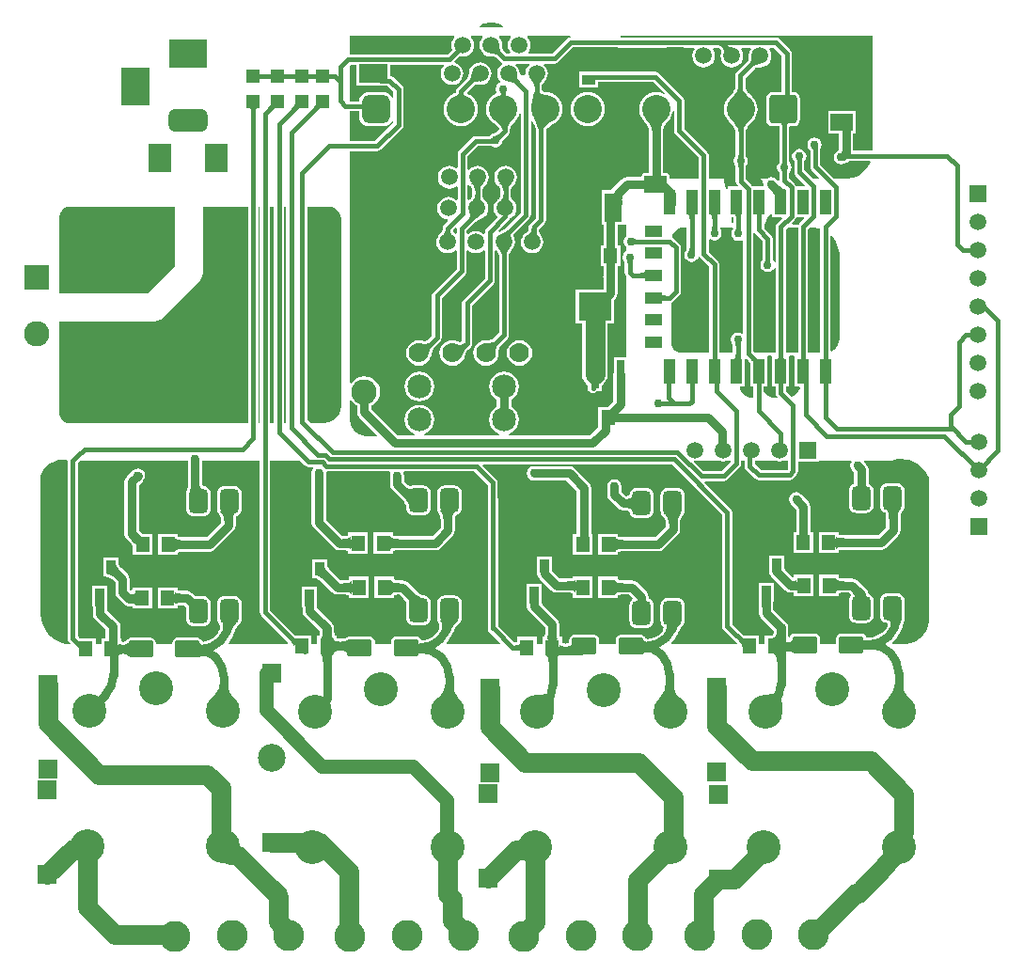
<source format=gtl>
G04*
G04 #@! TF.GenerationSoftware,Altium Limited,Altium Designer,20.2.6 (244)*
G04*
G04 Layer_Physical_Order=1*
G04 Layer_Color=255*
%FSTAX25Y25*%
%MOIN*%
G70*
G04*
G04 #@! TF.SameCoordinates,D37F4820-9CCB-4A9C-A827-6EB3CEA44CBB*
G04*
G04*
G04 #@! TF.FilePolarity,Positive*
G04*
G01*
G75*
%ADD18C,0.01500*%
%ADD23R,0.04724X0.03543*%
%ADD24R,0.05000X0.05500*%
%ADD25R,0.06000X0.10236*%
G04:AMPARAMS|DCode=26|XSize=66.93mil|YSize=86.61mil|CornerRadius=16.73mil|HoleSize=0mil|Usage=FLASHONLY|Rotation=180.000|XOffset=0mil|YOffset=0mil|HoleType=Round|Shape=RoundedRectangle|*
%AMROUNDEDRECTD26*
21,1,0.06693,0.05315,0,0,180.0*
21,1,0.03347,0.08661,0,0,180.0*
1,1,0.03346,-0.01673,0.02657*
1,1,0.03346,0.01673,0.02657*
1,1,0.03346,0.01673,-0.02657*
1,1,0.03346,-0.01673,-0.02657*
%
%ADD26ROUNDEDRECTD26*%
%ADD27R,0.03347X0.04724*%
%ADD28R,0.04724X0.04724*%
G04:AMPARAMS|DCode=29|XSize=86.61mil|YSize=59.06mil|CornerRadius=7.38mil|HoleSize=0mil|Usage=FLASHONLY|Rotation=0.000|XOffset=0mil|YOffset=0mil|HoleType=Round|Shape=RoundedRectangle|*
%AMROUNDEDRECTD29*
21,1,0.08661,0.04429,0,0,0.0*
21,1,0.07185,0.05906,0,0,0.0*
1,1,0.01476,0.03593,-0.02215*
1,1,0.01476,-0.03593,-0.02215*
1,1,0.01476,-0.03593,0.02215*
1,1,0.01476,0.03593,0.02215*
%
%ADD29ROUNDEDRECTD29*%
%ADD30R,0.07874X0.05906*%
%ADD31R,0.05906X0.03937*%
%ADD32R,0.03937X0.08858*%
%ADD33R,0.11811X0.10000*%
%ADD34R,0.02756X0.10000*%
%ADD71C,0.03000*%
%ADD72C,0.07000*%
%ADD73C,0.05000*%
%ADD74R,0.07900X0.06100*%
%ADD75C,0.10000*%
%ADD76O,0.10000X0.06500*%
%ADD77R,0.10000X0.06500*%
%ADD78C,0.05906*%
%ADD79R,0.05906X0.05906*%
%ADD80C,0.09000*%
%ADD81R,0.09000X0.09000*%
%ADD82R,0.07874X0.09843*%
%ADD83C,0.12000*%
%ADD84R,0.07087X0.07087*%
%ADD85C,0.11000*%
%ADD86C,0.09843*%
%ADD87C,0.08500*%
%ADD88R,0.05906X0.05906*%
%ADD89C,0.05984*%
%ADD90R,0.05984X0.05984*%
%ADD91C,0.07000*%
G04:AMPARAMS|DCode=92|XSize=137.8mil|YSize=78.74mil|CornerRadius=19.68mil|HoleSize=0mil|Usage=FLASHONLY|Rotation=0.000|XOffset=0mil|YOffset=0mil|HoleType=Round|Shape=RoundedRectangle|*
%AMROUNDEDRECTD92*
21,1,0.13780,0.03937,0,0,0.0*
21,1,0.09843,0.07874,0,0,0.0*
1,1,0.03937,0.04921,-0.01968*
1,1,0.03937,-0.04921,-0.01968*
1,1,0.03937,-0.04921,0.01968*
1,1,0.03937,0.04921,0.01968*
%
%ADD92ROUNDEDRECTD92*%
%ADD93R,0.13780X0.09843*%
%ADD94R,0.09843X0.13780*%
G04:AMPARAMS|DCode=95|XSize=100mil|YSize=100mil|CornerRadius=25mil|HoleSize=0mil|Usage=FLASHONLY|Rotation=90.000|XOffset=0mil|YOffset=0mil|HoleType=Round|Shape=RoundedRectangle|*
%AMROUNDEDRECTD95*
21,1,0.10000,0.05000,0,0,90.0*
21,1,0.05000,0.10000,0,0,90.0*
1,1,0.05000,0.02500,0.02500*
1,1,0.05000,0.02500,-0.02500*
1,1,0.05000,-0.02500,-0.02500*
1,1,0.05000,-0.02500,0.02500*
%
%ADD95ROUNDEDRECTD95*%
G04:AMPARAMS|DCode=96|XSize=100mil|YSize=100mil|CornerRadius=12.5mil|HoleSize=0mil|Usage=FLASHONLY|Rotation=90.000|XOffset=0mil|YOffset=0mil|HoleType=Round|Shape=RoundedRectangle|*
%AMROUNDEDRECTD96*
21,1,0.10000,0.07500,0,0,90.0*
21,1,0.07500,0.10000,0,0,90.0*
1,1,0.02500,0.03750,0.03750*
1,1,0.02500,0.03750,-0.03750*
1,1,0.02500,-0.03750,-0.03750*
1,1,0.02500,-0.03750,0.03750*
%
%ADD96ROUNDEDRECTD96*%
%ADD97R,0.05984X0.05984*%
%ADD98C,0.03000*%
%ADD99C,0.02756*%
G36*
X1137034Y0980072D02*
X1137034D01*
X1137709Y0979891D01*
X1138294Y0979734D01*
X1138295Y0979734D01*
X1139022Y0979433D01*
X1139022Y0979433D01*
X1139721Y0979029D01*
X1139587Y0978529D01*
X1131613D01*
X1131478Y0979029D01*
X1132178Y0979433D01*
X1132178Y0979433D01*
X1132178Y0979433D01*
X1132905Y0979734D01*
X1132906D01*
X1132906Y0979734D01*
X1133783Y097997D01*
X1134166Y0980072D01*
X1134947Y0980175D01*
X1136253D01*
X1137034Y0980072D01*
D02*
G37*
G36*
X1163731Y0974971D02*
X1163117Y0974848D01*
X1162538Y0974462D01*
X1157319Y0969242D01*
X1148993D01*
X1148746Y0969742D01*
X1149087Y0970187D01*
X1149489Y0971158D01*
X1149627Y09722D01*
X1149489Y0973242D01*
X1149087Y0974213D01*
X1148506Y0974971D01*
X1148638Y0975471D01*
X1163682D01*
X1163731Y0974971D01*
D02*
G37*
G36*
X1142618Y0975259D02*
X1142694Y0974971D01*
X1142113Y0974213D01*
X1141711Y0973242D01*
X1141573Y09722D01*
X1141711Y0971158D01*
X1142113Y0970187D01*
X1142454Y0969742D01*
X1142207Y0969242D01*
X1141081D01*
X1140056Y0970267D01*
X1139991Y0970358D01*
X113991Y0970497D01*
X1139837Y0970658D01*
X1139771Y0970843D01*
X1139714Y0971054D01*
X1139672Y0971276D01*
X1139616Y0971859D01*
X1139613Y0972095D01*
X1139627Y09722D01*
X1139489Y0973242D01*
X1139087Y0974213D01*
X1138506Y0974971D01*
X1138638Y0975471D01*
X1142483D01*
X1142618Y0975259D01*
D02*
G37*
G36*
X1220368Y0972392D02*
X1220094Y0972381D01*
X1219871Y097235D01*
X1219699Y0972297D01*
X1219578Y0972222D01*
X1219509Y0972127D01*
X121949Y097201D01*
X1219497Y097198D01*
X1219587Y0971933D01*
X1219852Y0971813D01*
X1220142Y0971702D01*
X1220792Y0971505D01*
X1221152Y097142D01*
X1221536Y0971344D01*
X1218068Y0968995D01*
X1218125Y0969332D01*
X1218157Y0969654D01*
X1218163Y0969959D01*
X1218143Y0970249D01*
X1218098Y0970522D01*
X1218027Y097078D01*
X1217931Y0971021D01*
X1217809Y0971247D01*
X1217662Y0971457D01*
X1217605Y097152D01*
X1217591Y0971533D01*
X1217366Y0971713D01*
X1217132Y0971872D01*
X1216889Y097201D01*
X1216637Y0972127D01*
X1216377Y0972222D01*
X1216108Y0972297D01*
X121583Y097235D01*
X1215543Y0972381D01*
X1215247Y0972392D01*
X1217058Y0973892D01*
X1220368Y0972392D01*
D02*
G37*
G36*
X1122694Y0974971D02*
X1122113Y0974213D01*
X1121711Y0973242D01*
X1121573Y09722D01*
X1121711Y0971158D01*
X1121893Y0970717D01*
X1120061Y0968884D01*
X10856D01*
Y0975471D01*
X1122562D01*
X1122694Y0974971D01*
D02*
G37*
G36*
X1138597Y0971804D02*
X1138661Y0971131D01*
X113872Y0970825D01*
X1138797Y0970539D01*
X1138891Y0970274D01*
X1139003Y0970028D01*
X1139134Y0969803D01*
X1139282Y0969598D01*
X1139448Y0969413D01*
X1138387Y0968352D01*
X1138202Y0968518D01*
X1137997Y0968666D01*
X1137772Y0968797D01*
X1137526Y0968909D01*
X1137261Y0969003D01*
X1136975Y096908D01*
X1136669Y0969139D01*
X1136343Y096918D01*
X1135996Y0969203D01*
X113563Y0969208D01*
X1138592Y097217D01*
X1138597Y0971804D01*
D02*
G37*
G36*
X1132694Y0974971D02*
X1132113Y0974213D01*
X1131711Y0973242D01*
X1131573Y09722D01*
X1131711Y0971158D01*
X1132113Y0970187D01*
X1132753Y0969353D01*
X1133587Y0968713D01*
X1134558Y0968311D01*
X11356Y0968173D01*
X1135705Y0968187D01*
X1135955Y0968184D01*
X1136245Y0968165D01*
X1136509Y0968131D01*
X1136746Y0968086D01*
X1136957Y0968029D01*
X1137142Y0967963D01*
X1137303Y096789D01*
X1137442Y0967809D01*
X1137533Y0967744D01*
X113908Y0966196D01*
X1139081Y0966196D01*
X1139478Y0965931D01*
X1139548Y0965407D01*
X113953Y096534D01*
X1138981Y0964919D01*
X1138347Y0964093D01*
X1137949Y0963132D01*
X1137813Y09621D01*
X1137949Y0961068D01*
X1138347Y0960107D01*
X1138838Y0959467D01*
X1138834Y0959312D01*
X1138741Y0958934D01*
X1138696Y0958869D01*
X1137998Y0958402D01*
X1137445Y0957575D01*
X1137251Y09566D01*
X1137445Y0955625D01*
X113749Y0955557D01*
X1137298Y0954945D01*
X113655Y0954546D01*
X1135637Y0953796D01*
X1134887Y0952883D01*
X113433Y095184D01*
X1133987Y0950709D01*
X1133871Y0949533D01*
X1133987Y0948357D01*
X113433Y0947226D01*
X1134887Y0946183D01*
X1135637Y094527D01*
X113655Y094452D01*
X1136703Y0944438D01*
X1136719Y0944423D01*
X1137162Y0944133D01*
X1137528Y0943859D01*
X113784Y0943589D01*
X1138099Y0943325D01*
X1138307Y0943069D01*
X1138468Y0942822D01*
X1138586Y0942585D01*
X1138606Y0942529D01*
X1137294Y0941217D01*
X1137268Y0941196D01*
X113721Y0941155D01*
X1137201Y0941149D01*
X11372Y0941149D01*
X1136225Y0940955D01*
X1135398Y0940402D01*
X1135123Y0939991D01*
X1135111Y0939989D01*
X1135079Y0939984D01*
X11301D01*
X1129417Y0939849D01*
X1128838Y0939462D01*
X112428Y0934904D01*
X1123894Y0934325D01*
X1123758Y0933642D01*
Y0928793D01*
X1123258Y0928546D01*
X1122813Y0928887D01*
X1121842Y0929289D01*
X11208Y0929427D01*
X1119758Y0929289D01*
X1118787Y0928887D01*
X1117953Y0928247D01*
X1117313Y0927413D01*
X1116911Y0926442D01*
X1116773Y09254D01*
X1116911Y0924358D01*
X1117313Y0923387D01*
X1117953Y0922553D01*
X1118787Y0921913D01*
X1119758Y0921511D01*
X11208Y0921373D01*
X1121842Y0921511D01*
X1122813Y0921913D01*
X1123316Y0922298D01*
X1123816Y0922052D01*
Y0917533D01*
X1123316Y0917348D01*
X1122613Y0917887D01*
X1121642Y0918289D01*
X11206Y0918427D01*
X1119558Y0918289D01*
X1118587Y0917887D01*
X1117753Y0917247D01*
X1117113Y0916413D01*
X1116711Y0915442D01*
X1116573Y09144D01*
X1116711Y0913358D01*
X1117113Y0912387D01*
X1117753Y0911553D01*
X1118587Y0910913D01*
X1119558Y0910511D01*
X1120113Y0910437D01*
X1120293Y090991D01*
X1118938Y0908555D01*
X1118552Y0907976D01*
X1118416Y0907294D01*
Y0906853D01*
X1118399Y0906745D01*
X1118358Y0906592D01*
X1118298Y090643D01*
X1118216Y0906256D01*
X111811Y0906071D01*
X1117978Y0905875D01*
X111782Y0905671D01*
X1117633Y0905457D01*
X1117463Y0905282D01*
X1117381Y0905219D01*
X1116747Y0904393D01*
X1116349Y0903432D01*
X1116213Y09024D01*
X1116349Y0901368D01*
X1116747Y0900407D01*
X1117381Y0899581D01*
X1118207Y0898947D01*
X1119168Y0898549D01*
X11202Y0898413D01*
X1121232Y0898549D01*
X1122193Y0898947D01*
X1122916Y0899502D01*
X1123416Y0899344D01*
Y0892939D01*
X1115138Y0884662D01*
X1114752Y0884083D01*
X1114616Y08834D01*
Y0869139D01*
X1113122Y0867646D01*
X1113001Y0867564D01*
X1112854Y0867491D01*
X1112686Y0867432D01*
X1112491Y0867388D01*
X1112265Y0867361D01*
X1112008Y0867356D01*
X1111718Y0867375D01*
X1111396Y0867419D01*
X1111237Y0867452D01*
X1111173Y0867479D01*
X1109998Y0867634D01*
X1108823Y0867479D01*
X1107729Y0867025D01*
X1106789Y0866304D01*
X1106067Y0865364D01*
X1105614Y0864269D01*
X1105459Y0863095D01*
X1105614Y086192D01*
X1106067Y0860825D01*
X1106789Y0859885D01*
X1107729Y0859164D01*
X1108823Y085871D01*
X1109998Y0858556D01*
X1111173Y085871D01*
X1112267Y0859164D01*
X1113207Y0859885D01*
X1113929Y0860825D01*
X1114382Y086192D01*
X1114407Y0862107D01*
X1114409Y0862112D01*
X1114636Y0863044D01*
X1114746Y0863419D01*
X1114987Y0864102D01*
X1115101Y0864362D01*
X1115216Y0864588D01*
X1115325Y0864771D01*
X1115406Y0864882D01*
X1117662Y0867138D01*
X1117662Y0867138D01*
X1118048Y0867717D01*
X1118184Y08684D01*
X1118184Y08684D01*
Y0882661D01*
X1126462Y0890938D01*
X1126849Y0891517D01*
X1126984Y08922D01*
X1126984Y08922D01*
Y0899344D01*
D01*
D01*
X1127484Y0899502D01*
D01*
X1128085Y0899041D01*
X1128207Y0898947D01*
X1129168Y0898549D01*
X11302Y0898413D01*
X1131232Y0898549D01*
X1132193Y0898947D01*
X1132916Y0899502D01*
X1133416Y0899344D01*
Y0889539D01*
X1125887Y0882011D01*
X11255Y0881432D01*
X1125365Y0880749D01*
Y0867288D01*
X1125342Y0867266D01*
X1125226Y0867188D01*
X1125097Y0867126D01*
X1124958Y0867082D01*
X1124799Y0867055D01*
X1124615Y0867047D01*
X1124402Y0867062D01*
X1124158Y0867106D01*
X1123884Y0867181D01*
X1123547Y0867303D01*
X1123529Y0867305D01*
D01*
X1123472Y0867314D01*
X1123074Y0867479D01*
X1121939Y0867628D01*
D01*
X1121899Y0867634D01*
X1120724Y0867479D01*
X111963Y0867025D01*
X111869Y0866304D01*
X1117968Y0865364D01*
X1117515Y0864269D01*
X111736Y0863095D01*
X1117515Y086192D01*
X1117968Y0860825D01*
X111869Y0859885D01*
X111923Y0859471D01*
X1119301Y0859416D01*
X111963Y0859164D01*
X1120724Y085871D01*
X1121899Y0858556D01*
X1123074Y085871D01*
X1124168Y0859164D01*
X1125109Y0859885D01*
X112583Y0860825D01*
X1126066Y0861396D01*
X1126118Y0861476D01*
X112668Y0862867D01*
X1127001Y0863556D01*
X1127286Y0864079D01*
X1127397Y0864251D01*
X1127461Y0864338D01*
X1128411Y0865287D01*
X1128798Y0865866D01*
X1128933Y0866549D01*
Y088001D01*
X1136462Y0887538D01*
X1136462Y0887538D01*
X1136849Y0888117D01*
X1136984Y08888D01*
X1136984Y08888D01*
Y0899344D01*
D01*
D01*
X113739Y0899491D01*
X1137484Y0899496D01*
X1137633Y0899343D01*
X1137819Y0899129D01*
X1137978Y0898925D01*
X113811Y0898729D01*
X1138216Y0898544D01*
X1138298Y089837D01*
X1138358Y0898207D01*
X1138399Y0898055D01*
X1138416Y0897947D01*
Y0870234D01*
X1136321Y0868139D01*
X1136198Y0868054D01*
X1136028Y0867962D01*
X1135824Y0867876D01*
X1135583Y0867798D01*
X1135307Y0867732D01*
X1135008Y0867681D01*
X1134249Y0867619D01*
X1133939Y0867615D01*
X11338Y0867634D01*
X1132913Y0867517D01*
D01*
X1132625Y0867479D01*
D01*
X1131531Y0867025D01*
X1130591Y0866304D01*
X1129869Y0865364D01*
X1129416Y0864269D01*
X1129261Y0863095D01*
X1129416Y086192D01*
X1129869Y0860825D01*
X1130591Y0859885D01*
X1131531Y0859164D01*
X1132625Y085871D01*
X11338Y0858556D01*
X1134975Y085871D01*
X1136069Y0859164D01*
X113701Y0859885D01*
X1137731Y0860825D01*
X1138184Y086192D01*
X1138339Y0863095D01*
X1138323Y0863216D01*
X1138347Y0863953D01*
X1138384Y0864289D01*
X1138437Y0864602D01*
X1138503Y0864878D01*
X1138581Y0865118D01*
X1138667Y0865322D01*
X1138759Y0865493D01*
X1138845Y0865616D01*
X1141462Y0868233D01*
X1141848Y0868812D01*
X1141984Y0869495D01*
X1141984Y0869495D01*
Y0897947D01*
X1142001Y0898055D01*
X1142042Y0898207D01*
X1142102Y089837D01*
X1142184Y0898544D01*
X114229Y0898729D01*
X1142422Y0898925D01*
X114258Y0899129D01*
X1142767Y0899343D01*
X1142937Y0899518D01*
X1143019Y0899581D01*
X1143653Y0900407D01*
X1144051Y0901368D01*
X1144187Y09024D01*
X1144051Y0903432D01*
X114375Y0904159D01*
X1143739Y0904202D01*
X1143677Y0904336D01*
X1143653Y0904393D01*
X1143645Y0904404D01*
X1143634Y0904426D01*
X1143578Y0904587D01*
X1143547Y0904722D01*
X1143535Y0904833D01*
X1143539Y0904927D01*
X1143555Y090501D01*
X1143583Y0905093D01*
X1143629Y0905182D01*
X1143684Y0905261D01*
X1149162Y0910738D01*
X1149202Y0910798D01*
X1149262Y0910838D01*
X1149648Y0911417D01*
X1149784Y09121D01*
Y0945178D01*
X1150272Y094529D01*
X1150591Y0944634D01*
X1151077Y0943522D01*
X1151392Y0942678D01*
X1151477Y0942393D01*
X1151516Y0942212D01*
Y0911039D01*
X1149538Y0909062D01*
X1149152Y0908483D01*
X1149016Y09078D01*
Y0906949D01*
X1148998Y0906846D01*
X114896Y0906718D01*
X1148905Y0906591D01*
X1148831Y0906461D01*
X1148733Y0906326D01*
X1148609Y0906186D01*
X1148455Y0906041D01*
X114827Y0905893D01*
X1148221Y0905859D01*
X1148207Y0905853D01*
X1148155Y0905813D01*
X1148026Y0905724D01*
X1147988Y0905685D01*
X1147381Y0905219D01*
X1146747Y0904393D01*
X1146349Y0903432D01*
X1146213Y09024D01*
X1146349Y0901368D01*
X1146747Y0900407D01*
X1147381Y0899581D01*
X1148207Y0898947D01*
X1149168Y0898549D01*
X11502Y0898413D01*
X1151232Y0898549D01*
X1152193Y0898947D01*
X1153019Y0899581D01*
X1153653Y0900407D01*
X1154051Y0901368D01*
X1154187Y09024D01*
X1154051Y0903432D01*
X1153653Y0904393D01*
X1153522Y0904564D01*
X1153508Y0904599D01*
X1153308Y0904907D01*
X1153146Y0905179D01*
X1152868Y0905712D01*
X1152773Y0905933D01*
X1152695Y0906146D01*
X1152637Y090634D01*
X1152598Y0906514D01*
X1152584Y0906615D01*
Y0907061D01*
X1154562Y0909038D01*
X1154562Y0909038D01*
X1154949Y0909617D01*
X1155084Y09103D01*
Y0941755D01*
X1155091Y0941834D01*
X1155144Y0942057D01*
X1155237Y0942284D01*
X1155377Y0942521D01*
X1155573Y094277D01*
X1155829Y094303D01*
X1156151Y0943298D01*
X1156539Y094357D01*
X1156995Y0943842D01*
X1157541Y0944124D01*
X1157607Y0944177D01*
X115825Y094452D01*
X1159163Y094527D01*
X1159913Y0946183D01*
X116047Y0947226D01*
X1160813Y0948357D01*
X1160929Y0949533D01*
X1160813Y0950709D01*
X116047Y095184D01*
X1159913Y0952883D01*
X1159163Y0953796D01*
X115825Y0954546D01*
X1157207Y0955103D01*
X1156076Y0955446D01*
X1155662Y0955487D01*
X1155601Y095551D01*
X115559Y095551D01*
X115558Y0955514D01*
X1155077Y0955587D01*
X1154683Y095568D01*
X1154364Y0955793D01*
X1154117Y0955919D01*
X1153934Y0956049D01*
X1153803Y0956181D01*
X1153708Y0956322D01*
X1153638Y0956485D01*
X115359Y095669D01*
X1153584Y0956774D01*
Y0957647D01*
X1153601Y0957755D01*
X1153642Y0957907D01*
X1153702Y095807D01*
X1153784Y0958244D01*
X115389Y0958429D01*
X1154022Y0958625D01*
X115418Y0958829D01*
X1154367Y0959043D01*
X1154537Y0959218D01*
X1154619Y0959281D01*
X1155253Y0960107D01*
X1155651Y0961068D01*
X1155787Y09621D01*
X1155651Y0963132D01*
X1155253Y0964093D01*
X1154619Y0964919D01*
X1154288Y0965174D01*
X1154457Y0965674D01*
X1158058D01*
X1158741Y0965809D01*
X1159319Y0966196D01*
X1164539Y0971416D01*
X1180709D01*
X1181Y0971358D01*
X1207607D01*
X1207854Y0970858D01*
X1207513Y0970413D01*
X1207111Y0969442D01*
X1206973Y09684D01*
X1207111Y0967358D01*
X1207513Y0966387D01*
X1208153Y0965553D01*
X1208987Y0964913D01*
X1209958Y0964511D01*
X1211Y0964373D01*
X1212042Y0964511D01*
X1213013Y0964913D01*
X1213847Y0965553D01*
X1214487Y0966387D01*
X1214889Y0967358D01*
X1215027Y09684D01*
X1214889Y0969442D01*
X1214487Y0970413D01*
X1214146Y0970858D01*
X1214393Y0971358D01*
X1215523D01*
X1215678Y0971341D01*
X1215876Y0971303D01*
X1216065Y0971251D01*
X1216247Y0971184D01*
X1216422Y0971103D01*
X1216593Y0971006D01*
X121676Y0970892D01*
X1216879Y0970797D01*
X121694Y097071D01*
X1217006Y0970589D01*
X1217059Y0970455D01*
X1217101Y0970304D01*
X1217129Y0970131D01*
X1217142Y0969935D01*
X1217138Y0969714D01*
X1217114Y0969468D01*
X1217062Y0969166D01*
X1217064Y0969092D01*
X1216973Y09684D01*
X1217111Y0967358D01*
X1217513Y0966387D01*
X1218153Y0965553D01*
X1218987Y0964913D01*
X1219958Y0964511D01*
X1221Y0964373D01*
X1222042Y0964511D01*
X1223013Y0964913D01*
X1223847Y0965553D01*
X1224487Y0966387D01*
X1224889Y0967358D01*
X1225027Y09684D01*
X1224889Y0969442D01*
X1224487Y0970413D01*
X1224146Y0970858D01*
X1224393Y0971358D01*
X1227607D01*
X1227854Y0970858D01*
X1227513Y0970413D01*
X1227111Y0969442D01*
X1226973Y09684D01*
X1226987Y0968295D01*
X1226984Y0968045D01*
X1226964Y0967755D01*
X1226931Y0967491D01*
X1226886Y0967254D01*
X1226829Y0967043D01*
X1226763Y0966858D01*
X122669Y0966697D01*
X1226609Y0966558D01*
X1226544Y0966467D01*
X1222738Y0962662D01*
X1222351Y0962083D01*
X1222216Y09614D01*
Y0957316D01*
X1222212Y0957271D01*
X1222159Y0957036D01*
X122206Y0956753D01*
X1221908Y0956427D01*
X12217Y095606D01*
X1221435Y0955658D01*
X1221119Y0955232D01*
X1220288Y0954259D01*
X1219888Y0953838D01*
X1219838Y0953796D01*
X1219088Y0952883D01*
X1218531Y095184D01*
X1218188Y0950709D01*
X1218072Y0949533D01*
X1218188Y0948357D01*
X1218531Y0947226D01*
X1219088Y0946183D01*
X1219838Y094527D01*
X1219912Y0945209D01*
X1220378Y0944737D01*
X1221215Y0943789D01*
X1221533Y0943373D01*
X1221799Y094298D01*
X1222008Y094262D01*
X122216Y0942298D01*
X122226Y0942017D01*
X1222313Y0941782D01*
X1222317Y0941734D01*
Y0933017D01*
X1222313Y0932985D01*
X1222302Y0932915D01*
X1222299Y0932903D01*
X1222298Y0932902D01*
X1221745Y0932075D01*
X1221551Y09311D01*
X1221745Y0930125D01*
X1222298Y0929298D01*
X1222298Y0929297D01*
X1222301Y0929286D01*
X122231Y0929228D01*
X1222316Y0929162D01*
Y09249D01*
Y0924012D01*
X1222451Y0923329D01*
X1222838Y092275D01*
X1223058Y092253D01*
X1222867Y0922069D01*
X1219631D01*
Y0921271D01*
X1219131Y0921154D01*
X1219092Y0921235D01*
X1219075Y092126D01*
X1219075Y092126D01*
X1218909Y0921508D01*
X1218804Y0921818D01*
X1218659Y0922112D01*
X1218659Y0922112D01*
X1218659Y0922112D01*
X1218595Y0922434D01*
X121849Y0922744D01*
X1218432Y0923036D01*
X121841Y0923363D01*
X1218346Y0923685D01*
X1218357Y0923849D01*
X1218336Y0924012D01*
Y09249D01*
X1212784D01*
Y09331D01*
X1212648Y0933783D01*
X1212262Y0934362D01*
X1212262Y0934362D01*
X1204135Y0942488D01*
Y0952627D01*
X1204135Y0952627D01*
X1204Y095331D01*
X1203613Y0953889D01*
X1203613Y0953889D01*
X1195262Y096224D01*
X1194683Y0962626D01*
X1194Y0962762D01*
X1173462D01*
Y0962772D01*
X1166738D01*
Y0957228D01*
X1173462D01*
Y0959194D01*
X1193261D01*
X1197217Y0955238D01*
X1196916Y0954832D01*
X1196408Y0955103D01*
X1195277Y0955446D01*
X1194101Y0955562D01*
X1192925Y0955446D01*
X1191794Y0955103D01*
X1190751Y0954546D01*
X1189838Y0953796D01*
X1189088Y0952883D01*
X1188531Y095184D01*
X1188188Y0950709D01*
X1188072Y0949533D01*
X1188188Y0948357D01*
X1188531Y0947226D01*
X1189088Y0946183D01*
X1189838Y094527D01*
X1189907Y0945213D01*
X1190224Y0944883D01*
X1190522Y0944533D01*
X1190779Y0944185D01*
X1190998Y0943839D01*
X1191179Y0943494D01*
X1191326Y0943151D01*
X1191438Y0942808D01*
X1191517Y0942464D01*
X1191552Y0942208D01*
Y0927092D01*
X11915Y0927049D01*
X1190849Y092692D01*
X119D01*
X118961Y0926842D01*
X1189279Y0926621D01*
X1189058Y092629D01*
X118898Y09259D01*
Y0925399D01*
X118375D01*
X1182775Y0925205D01*
X1181948Y0924652D01*
X1178713Y0921417D01*
X1178312Y0920818D01*
X1175015D01*
Y0908582D01*
X1175451D01*
Y090135D01*
X11745D01*
Y089385D01*
X1175451D01*
Y0890603D01*
X1175351Y08901D01*
X1175451Y0889597D01*
Y08854D01*
X1165495D01*
Y08734D01*
X1167861D01*
Y08554D01*
X1168016Y0854225D01*
X1168469Y0853131D01*
X1169191Y0852191D01*
X1170022Y0851552D01*
Y0851322D01*
X1169988Y085115D01*
Y0850672D01*
X1170022Y08505D01*
Y08494D01*
X1170526D01*
X1171089Y0849024D01*
X1171772Y0848888D01*
X1172455Y0849024D01*
X1173018Y08494D01*
X1174778D01*
Y0851552D01*
X1175609Y0852191D01*
X1176331Y0853131D01*
X1176784Y0854225D01*
X1176939Y08554D01*
Y08734D01*
X1179305D01*
Y0881795D01*
X1179802Y0882292D01*
X1180355Y0883119D01*
X1180549Y0884095D01*
Y089385D01*
X11815D01*
Y090135D01*
X1180549D01*
Y0908582D01*
X1183D01*
X11835Y0908546D01*
X11835Y0904471D01*
X1183398Y0904402D01*
X1182845Y0903575D01*
X1182651Y09026D01*
X1182845Y0901625D01*
X1183398Y0900798D01*
X11835Y0900729D01*
Y0899138D01*
X1182998Y0898802D01*
X1182445Y0897975D01*
X1182251Y0897D01*
X1182445Y0896025D01*
X1182998Y0895198D01*
X1182998Y0895197D01*
X1183001Y0895186D01*
X118301Y0895128D01*
X1183016Y0895062D01*
Y08917D01*
X1183152Y0891017D01*
X11835Y0890496D01*
X11835Y08614D01*
X1179077D01*
Y085626D01*
X1178906Y08554D01*
Y0845911D01*
X1176945Y084395D01*
X11736D01*
Y0839196D01*
X1173551Y083895D01*
Y0836756D01*
X1170644Y0833849D01*
X1141824D01*
X1141725Y0834349D01*
X1142848Y0834814D01*
X1143944Y0835656D01*
X1144786Y0836752D01*
X1145315Y0838029D01*
X1145495Y08394D01*
X1145315Y0840771D01*
X1144786Y0842048D01*
X1143944Y0843144D01*
X1142848Y0843986D01*
X1142749Y0844027D01*
Y0846573D01*
X1142848Y0846614D01*
X1143944Y0847456D01*
X1144786Y0848552D01*
X1145315Y0849829D01*
X1145495Y08512D01*
X1145315Y0852571D01*
X1144786Y0853848D01*
X1143944Y0854944D01*
X1142848Y0855786D01*
X114157Y0856315D01*
X11402Y0856495D01*
X113883Y0856315D01*
X1137552Y0855786D01*
X1136456Y0854944D01*
X1135614Y0853848D01*
X1135085Y0852571D01*
X1134905Y08512D01*
X1135085Y0849829D01*
X1135614Y0848552D01*
X1136456Y0847456D01*
X1137552Y0846614D01*
X1137651Y0846573D01*
Y0844027D01*
X1137552Y0843986D01*
X1136456Y0843144D01*
X1135614Y0842048D01*
X1135085Y0840771D01*
X1134905Y08394D01*
X1135085Y0838029D01*
X1135614Y0836752D01*
X1136456Y0835656D01*
X1137552Y0834814D01*
X1138675Y0834349D01*
X1138576Y0833849D01*
X1111824D01*
X1111725Y0834349D01*
X1112848Y0834814D01*
X1113944Y0835656D01*
X1114786Y0836752D01*
X1115315Y0838029D01*
X1115495Y08394D01*
X1115315Y0840771D01*
X1114786Y0842048D01*
X1113944Y0843144D01*
X1112848Y0843986D01*
X111157Y0844515D01*
X11102Y0844695D01*
X1108829Y0844515D01*
X1107552Y0843986D01*
X1106456Y0843144D01*
X1105614Y0842048D01*
X1105085Y0840771D01*
X1104905Y08394D01*
X1105085Y0838029D01*
X1105614Y0836752D01*
X1106456Y0835656D01*
X1107552Y0834814D01*
X1108675Y0834349D01*
X1108576Y0833849D01*
X1102556D01*
X1093249Y0843156D01*
Y0844403D01*
X1093474Y0844496D01*
X1094623Y0845377D01*
X1095504Y0846526D01*
X1096058Y0847864D01*
X1096247Y08493D01*
X1096058Y0850736D01*
X1095504Y0852074D01*
X1094623Y0853223D01*
X1093474Y0854104D01*
X1092136Y0854658D01*
X10907Y0854848D01*
X1089264Y0854658D01*
X1087926Y0854104D01*
X1086777Y0853223D01*
X10861Y085234D01*
X10856Y085251D01*
X10856Y0934616D01*
X10952D01*
X1095883Y0934752D01*
X1096462Y0935138D01*
X1104062Y0942738D01*
X1104062Y0942738D01*
X1104449Y0943317D01*
X1104584Y0944D01*
Y09565D01*
X1104449Y0957183D01*
X1104062Y0957762D01*
X1100962Y0960862D01*
X1100383Y0961248D01*
X11Y0961325D01*
Y0965316D01*
X1118744D01*
X1118902Y0964816D01*
X1118347Y0964093D01*
X1117949Y0963132D01*
X1117813Y09621D01*
X1117949Y0961068D01*
X1118347Y0960107D01*
X1118981Y0959281D01*
X1119807Y0958647D01*
X1120768Y0958249D01*
X11218Y0958113D01*
X1122832Y0958249D01*
X1123793Y0958647D01*
X1124619Y0959281D01*
X1125253Y0960107D01*
X1125651Y0961068D01*
X1125787Y09621D01*
X1125651Y0963132D01*
X1125253Y0964093D01*
X1124619Y0964919D01*
X1123793Y0965553D01*
X1122832Y0965951D01*
X1122811Y0965954D01*
X1122651Y0966427D01*
X1124541Y0968318D01*
X1124558Y0968311D01*
X11256Y0968173D01*
X1126642Y0968311D01*
X1127613Y0968713D01*
X1128447Y0969353D01*
X1129087Y0970187D01*
X1129489Y0971158D01*
X1129627Y09722D01*
X1129489Y0973242D01*
X1129087Y0974213D01*
X1128506Y0974971D01*
X1128638Y0975471D01*
X1132562D01*
X1132694Y0974971D01*
D02*
G37*
G36*
X123097Y0965408D02*
X1230604Y0965403D01*
X1229931Y0965339D01*
X1229625Y096528D01*
X1229339Y0965203D01*
X1229074Y0965109D01*
X1228828Y0964997D01*
X1228603Y0964866D01*
X1228398Y0964718D01*
X1228213Y0964552D01*
X1227152Y0965613D01*
X1227318Y0965798D01*
X1227466Y0966003D01*
X1227596Y0966228D01*
X1227709Y0966474D01*
X1227803Y0966739D01*
X122788Y0967025D01*
X1227939Y0967331D01*
X122798Y0967657D01*
X1228003Y0968004D01*
X1228008Y096837D01*
X123097Y0965408D01*
D02*
G37*
G36*
X1238666Y0968411D02*
Y0955577D01*
X1235351D01*
X1234473Y0955402D01*
X1233729Y0954905D01*
X1233232Y0954161D01*
X1233057Y0953283D01*
Y0945783D01*
X1233232Y0944905D01*
X1233729Y0944161D01*
X1234473Y0943664D01*
X1235351Y0943489D01*
X1237801D01*
X1237808Y0943451D01*
X1237816Y0943359D01*
Y0930817D01*
X1237812Y0930784D01*
X1237801Y0930714D01*
X1237798Y0930703D01*
X1237798Y0930702D01*
X1237245Y0929875D01*
X1237051Y09289D01*
X1237245Y0927925D01*
X1237798Y0927098D01*
X1237798Y0927097D01*
X1237801Y0927086D01*
X123781Y0927028D01*
X1237816Y0926962D01*
Y09249D01*
Y0924396D01*
X1237476Y0924202D01*
X1237328Y0924177D01*
X1236802Y0924702D01*
X1235975Y0925255D01*
X1235Y0925449D01*
X1234336Y0925317D01*
X1234025Y0925255D01*
X1233493Y09249D01*
X1231256D01*
X1231454Y0924675D01*
X1231619Y0924427D01*
X1231764Y0924133D01*
X123178Y0924109D01*
X123178Y0924109D01*
X1231946Y092386D01*
X1232051Y092355D01*
X1232197Y0923256D01*
X123226Y0922935D01*
X1232366Y0922624D01*
X1232377Y0922569D01*
X1232044Y0922069D01*
X1228384D01*
X1228017Y0922618D01*
X1225884Y0924751D01*
Y09249D01*
Y0929183D01*
X1225888Y0929216D01*
X1225899Y0929286D01*
X1225902Y0929297D01*
X1225902Y0929298D01*
X1226455Y0930125D01*
X1226649Y09311D01*
X1226455Y0932075D01*
X1225903Y0932902D01*
X12259Y0932913D01*
X1225891Y0932971D01*
X1225885Y0933037D01*
Y0941734D01*
X1225889Y0941782D01*
X1225942Y0942017D01*
X1226042Y0942298D01*
X1226194Y094262D01*
X1226403Y094298D01*
X1226669Y0943373D01*
X1226987Y0943789D01*
X1227682Y0944576D01*
X1227824Y0944737D01*
X122829Y0945209D01*
X1228364Y094527D01*
X1229114Y0946183D01*
X1229671Y0947226D01*
X1230014Y0948357D01*
X123013Y0949533D01*
X1230014Y0950709D01*
X1229671Y095184D01*
X1229114Y0952883D01*
X1228364Y0953796D01*
X1228248Y0953891D01*
X1228239Y0953904D01*
X1227733Y0954397D01*
X1226889Y0955321D01*
X1226571Y0955726D01*
X1226303Y0956111D01*
X1226094Y0956465D01*
X1225942Y0956782D01*
X1225842Y095706D01*
X1225788Y0957295D01*
X1225784Y0957346D01*
Y0960661D01*
X1229067Y0963944D01*
X1229158Y0964009D01*
X1229297Y096409D01*
X1229458Y0964163D01*
X1229643Y0964229D01*
X1229854Y0964286D01*
X1230076Y0964328D01*
X1230659Y0964384D01*
X1230895Y0964387D01*
X1231Y0964373D01*
X1232042Y0964511D01*
X1233013Y0964913D01*
X1233068Y0964954D01*
D01*
X1233847Y0965553D01*
X1234487Y0966387D01*
X1234889Y0967358D01*
X1235027Y09684D01*
X1234889Y0969442D01*
X1234487Y0970413D01*
X1234146Y0970858D01*
X1234393Y0971358D01*
X1235719D01*
X1238666Y0968411D01*
D02*
G37*
G36*
X1149312Y0965174D02*
X1148981Y0964919D01*
X1148347Y0964093D01*
X1147949Y0963132D01*
X1147813Y09621D01*
X1147817Y0962069D01*
X1147488Y0961693D01*
X1146131D01*
X1145787Y09621D01*
X1145651Y0963132D01*
X1145253Y0964093D01*
X1144619Y0964919D01*
X1144287Y0965174D01*
X1144457Y0965674D01*
X1149143D01*
X1149312Y0965174D01*
D02*
G37*
G36*
X1144758Y0961711D02*
X1144781Y0961372D01*
X1144821Y0961052D01*
X114488Y0960751D01*
X1144956Y096047D01*
X114505Y0960209D01*
X1145161Y0959967D01*
X1145291Y0959744D01*
X1145438Y0959542D01*
X1145603Y0959358D01*
X1144542Y0958298D01*
X1144358Y0958462D01*
X1144156Y0958609D01*
X1143933Y0958739D01*
X1143691Y095885D01*
X114343Y0958944D01*
X1143149Y095902D01*
X1142848Y0959079D01*
X1142528Y0959119D01*
X1142189Y0959142D01*
X1141829Y0959147D01*
X1144753Y096207D01*
X1144758Y0961711D01*
D02*
G37*
G36*
X1153617Y0959734D02*
X1153393Y0959478D01*
X1153195Y0959223D01*
X1153024Y0958969D01*
X1152879Y0958716D01*
X1152761Y0958465D01*
X1152668Y0958215D01*
X1152603Y0957966D01*
X1152563Y0957719D01*
X115255Y0957472D01*
X115105D01*
X1151037Y0957719D01*
X1150997Y0957966D01*
X1150931Y0958215D01*
X1150839Y0958465D01*
X1150721Y0958716D01*
X1150576Y0958969D01*
X1150405Y0959223D01*
X1150207Y0959478D01*
X1149983Y0959734D01*
X1149733Y0959991D01*
X1153867D01*
X1153617Y0959734D01*
D02*
G37*
G36*
X1088Y095785D02*
X1096328D01*
X10965Y0957816D01*
X1098961D01*
X1101016Y0955761D01*
Y0953757D01*
X1100516Y0953657D01*
X1100457Y0953798D01*
X1099896Y0954529D01*
X1099165Y095509D01*
X1098314Y0955443D01*
X10974Y0955563D01*
X10924D01*
X1091486Y0955443D01*
X1090635Y095509D01*
X1089904Y0954529D01*
X1089343Y0953798D01*
X108899Y0952947D01*
X1088912Y0952356D01*
X10856D01*
X10856Y0964832D01*
X1086084Y0965316D01*
X1088D01*
Y095785D01*
D02*
G37*
G36*
X1224778Y0957141D02*
X1224861Y0956773D01*
X1225Y0956388D01*
X1225194Y0955983D01*
X1225445Y0955561D01*
X122575Y095512D01*
X1226111Y0954661D01*
X1227Y0953688D01*
X1227528Y0953174D01*
X122053Y0953032D01*
X1221047Y0953576D01*
X1221917Y0954597D01*
X1222271Y0955074D01*
X122257Y0955527D01*
X1222815Y0955959D01*
X1223005Y0956368D01*
X1223141Y0956755D01*
X1223223Y0957119D01*
X122325Y095746D01*
X122475Y0957491D01*
X1224778Y0957141D01*
D02*
G37*
G36*
X1152579Y0956538D02*
X1152665Y0956166D01*
X1152809Y0955831D01*
X1153011Y0955532D01*
X1153271Y0955269D01*
X1153588Y0955044D01*
X1153962Y0954854D01*
X1154395Y0954701D01*
X1154885Y0954585D01*
X1155432Y0954505D01*
X1150027Y0950653D01*
X115105Y0955723D01*
X115255Y0956946D01*
X1152579Y0956538D01*
D02*
G37*
G36*
X1075771Y094995D02*
X1075654Y0950035D01*
X1075517Y0950077D01*
X1075358D01*
X1075177Y0950035D01*
X1074976Y094995D01*
X1074753Y0949823D01*
X1074509Y0949653D01*
X1074244Y0949441D01*
X107365Y0948889D01*
X1072589Y094995D01*
X1072886Y0950257D01*
X1073353Y0950809D01*
X1073522Y0951053D01*
X107365Y0951276D01*
X1073735Y0951477D01*
X1073777Y0951657D01*
Y0951817D01*
X1073735Y0951954D01*
X107365Y0952071D01*
X1075771Y094995D01*
D02*
G37*
G36*
X1068172D02*
X1068056Y0950035D01*
X1067918Y0950077D01*
X1067758D01*
X1067578Y0950035D01*
X1067377Y094995D01*
X1067154Y0949823D01*
X106691Y0949653D01*
X1066645Y0949441D01*
X1066051Y0948889D01*
X106499Y094995D01*
X1065287Y0950257D01*
X1065754Y0950809D01*
X1065924Y0951053D01*
X1066051Y0951276D01*
X1066136Y0951477D01*
X1066178Y0951657D01*
Y0951817D01*
X1066136Y0951954D01*
X1066051Y0952071D01*
X1068172Y094995D01*
D02*
G37*
G36*
X1059571D02*
X1059454Y0950035D01*
X1059317Y0950077D01*
X1059157D01*
X1058977Y0950035D01*
X1058776Y094995D01*
X1058553Y0949823D01*
X1058309Y0949653D01*
X1058044Y0949441D01*
X105745Y0948889D01*
X1056389Y094995D01*
X1056686Y0950257D01*
X1057153Y0950809D01*
X1057323Y0951053D01*
X105745Y0951276D01*
X1057535Y0951477D01*
X1057577Y0951657D01*
Y0951817D01*
X1057535Y0951954D01*
X105745Y0952071D01*
X1059571Y094995D01*
D02*
G37*
G36*
X1052658Y0949947D02*
X105253Y0949901D01*
X1052417Y0949826D01*
X105232Y094972D01*
X1052238Y0949584D01*
X105217Y0949417D01*
X1052118Y0949221D01*
X105208Y0948994D01*
X1052057Y0948737D01*
X105205Y094845D01*
X105055D01*
X1050543Y0948737D01*
X105052Y0948994D01*
X1050482Y0949221D01*
X105043Y0949417D01*
X1050362Y0949584D01*
X105028Y094972D01*
X1050183Y0949826D01*
X105007Y0949901D01*
X1049942Y0949947D01*
X10498Y0949962D01*
X10528D01*
X1052658Y0949947D01*
D02*
G37*
G36*
X1240958Y0944531D02*
X124083Y0944486D01*
X1240718Y094441D01*
X124062Y0944304D01*
X1240537Y0944168D01*
X124047Y0944002D01*
X1240417Y0943806D01*
X124038Y0943579D01*
X1240357Y0943322D01*
X124035Y0943034D01*
X123885D01*
X1238842Y0943322D01*
X123882Y0943579D01*
X1238783Y0943806D01*
X123873Y0944002D01*
X1238663Y0944168D01*
X123858Y0944304D01*
X1238482Y094441D01*
X123837Y0944486D01*
X1238243Y0944531D01*
X12381Y0944546D01*
X12411D01*
X1240958Y0944531D01*
D02*
G37*
G36*
X1143041Y0945578D02*
X1142333Y094471D01*
X1142046Y0944287D01*
X1141803Y0943871D01*
X1141604Y0943462D01*
X1141449Y0943061D01*
X1141338Y0942667D01*
X1141272Y094228D01*
X114125Y09419D01*
X113975D01*
X1139725Y0942267D01*
X1139651Y0942628D01*
X1139528Y0942982D01*
X1139355Y094333D01*
X1139132Y094367D01*
X113886Y0944005D01*
X1138539Y0944333D01*
X1138168Y0944654D01*
X1137748Y0944968D01*
X1137278Y0945276D01*
X1143461Y0946023D01*
X1143041Y0945578D01*
D02*
G37*
G36*
X1197221Y0945568D02*
X1196881Y0945167D01*
X1196581Y0944761D01*
X1196321Y0944349D01*
X1196101Y0943932D01*
X1195921Y094351D01*
X1195781Y0943081D01*
X1195681Y0942648D01*
X1195621Y0942208D01*
X1195601Y0941763D01*
X1192601D01*
X1192581Y0942208D01*
X1192521Y0942648D01*
X1192421Y0943081D01*
X1192281Y094351D01*
X1192101Y0943932D01*
X1191881Y0944349D01*
X1191621Y0944761D01*
X1191321Y0945167D01*
X1190981Y0945568D01*
X1190601Y0945962D01*
X1197601D01*
X1197221Y0945568D01*
D02*
G37*
G36*
X1157073Y094503D02*
X1156499Y0944733D01*
X1155985Y0944426D01*
X1155531Y0944109D01*
X1155138Y0943782D01*
X1154806Y0943444D01*
X1154534Y0943097D01*
X1154322Y0942739D01*
X1154171Y0942372D01*
X115408Y0941994D01*
X115405Y0941606D01*
X115255Y094212D01*
X1152529Y094235D01*
X1152466Y0942644D01*
X115236Y0943002D01*
X1152023Y0943905D01*
X1151517Y0945062D01*
X1150441Y094727D01*
X1157073Y094503D01*
D02*
G37*
G36*
X1227079Y0945433D02*
X1226198Y0944437D01*
X1225841Y0943969D01*
X1225539Y0943521D01*
X1225291Y0943094D01*
X1225099Y0942688D01*
X1224961Y0942301D01*
X1224879Y0941935D01*
X1224851Y094159D01*
X1223351D01*
X1223324Y0941935D01*
X1223241Y0942301D01*
X1223104Y0942688D01*
X1222911Y0943094D01*
X1222663Y0943521D01*
X1222361Y0943969D01*
X1222003Y0944437D01*
X1221124Y0945433D01*
X1220601Y0945962D01*
X1227601D01*
X1227079Y0945433D01*
D02*
G37*
G36*
X1139285Y0939625D02*
X1139173Y0939508D01*
X1138985Y0939286D01*
X1138909Y093918D01*
X1138844Y0939077D01*
X1138792Y0938978D01*
X1138751Y0938882D01*
X1138722Y093879D01*
X1138705Y0938701D01*
X11387Y0938615D01*
X1137215Y09401D01*
X1137301Y0940105D01*
X113739Y0940122D01*
X1137482Y0940151D01*
X1137578Y0940192D01*
X1137677Y0940244D01*
X113778Y0940309D01*
X1137886Y0940385D01*
X1137996Y0940473D01*
X1138225Y0940685D01*
X1139285Y0939625D01*
D02*
G37*
G36*
X108887Y0947033D02*
X108899Y0946119D01*
X1089343Y0945268D01*
X1089904Y0944537D01*
X1090635Y0943976D01*
X1091486Y0943623D01*
X10924Y0943503D01*
X10974D01*
X1098314Y0943623D01*
X1099165Y0943976D01*
X1099896Y0944537D01*
X1100457Y0945268D01*
X1100516Y0945409D01*
X1101016Y094531D01*
Y0944739D01*
X1094461Y0938184D01*
X10856D01*
Y0948787D01*
X108887D01*
Y0947033D01*
D02*
G37*
G36*
X1136448Y0937302D02*
X1136391Y093733D01*
X1136322Y0937356D01*
X1136241Y0937378D01*
X1136148Y0937397D01*
X1135925Y0937426D01*
X1135655Y0937444D01*
X1135337Y093745D01*
X1134841Y093895D01*
X1135003Y0938954D01*
X1135151Y0938965D01*
X1135287Y0938984D01*
X1135411Y093901D01*
X1135522Y0939044D01*
X113562Y0939085D01*
X1135706Y0939134D01*
X1135779Y0939191D01*
X113584Y0939255D01*
X1135888Y0939326D01*
X1136448Y0937302D01*
D02*
G37*
G36*
X1146216Y0947961D02*
Y0931263D01*
Y0912839D01*
X1140638Y0907262D01*
X1140565Y0907189D01*
X1140327Y0907001D01*
X1140178Y0906898D01*
X1138834Y0906149D01*
X1138513Y0905996D01*
X1138459Y0906029D01*
X1138354Y0906438D01*
X1138392Y0906669D01*
X1141862Y0910138D01*
X1141862Y0910138D01*
X1142249Y0910717D01*
X1142258Y0910766D01*
X1142613Y0910913D01*
X1143447Y0911553D01*
X1144087Y0912387D01*
X1144489Y0913358D01*
X1144627Y09144D01*
X1144489Y0915442D01*
X1144087Y0916413D01*
X1143669Y0916958D01*
X1143653Y0916978D01*
X1143622Y0917037D01*
X1143185Y0917573D01*
X1143032Y0917793D01*
X1142897Y0918011D01*
X1142789Y0918216D01*
X1142704Y0918407D01*
X1142643Y0918584D01*
X1142601Y0918746D01*
X1142584Y0918856D01*
Y0920882D01*
D01*
X1142602Y0920993D01*
X1142644Y0921148D01*
X1142705Y0921314D01*
X114279Y0921491D01*
X1142899Y092168D01*
X1143026Y0921868D01*
X1143399Y0922319D01*
X1143563Y0922488D01*
X1143647Y0922553D01*
X1144287Y0923387D01*
X1144689Y0924358D01*
X1144827Y09254D01*
X1144689Y0926442D01*
X1144287Y0927413D01*
X1143647Y0928247D01*
X1142813Y0928887D01*
X1141842Y0929289D01*
X11408Y0929427D01*
X1139758Y0929289D01*
X1139408Y0929144D01*
D01*
X1138787Y0928887D01*
X1137953Y0928247D01*
X1137313Y0927413D01*
X1136911Y0926442D01*
X1136773Y09254D01*
X1136911Y0924358D01*
X1137313Y0923387D01*
X1137953Y0922553D01*
X1138037Y0922488D01*
X1138211Y0922309D01*
X1138403Y092209D01*
X1138566Y092188D01*
X1138701Y092168D01*
X113881Y0921491D01*
X1138895Y0921314D01*
X1138957Y0921148D01*
X1138998Y0920993D01*
X1139016Y0920882D01*
Y0918964D01*
X1138997Y0918854D01*
X1138956Y0918707D01*
X1138896Y0918552D01*
X1138812Y0918389D01*
X1138704Y0918216D01*
X1138569Y0918034D01*
X1138406Y0917845D01*
X1138212Y0917648D01*
X1137989Y0917446D01*
D01*
X1137969Y0917428D01*
X1137943Y0917393D01*
X1137753Y0917247D01*
X1137113Y0916413D01*
X1136711Y0915442D01*
X1136573Y09144D01*
X1136711Y0913358D01*
X1137113Y0912387D01*
X1137753Y0911553D01*
Y0911553D01*
X1137782Y0911106D01*
X1137666Y0910989D01*
X1137254Y0910577D01*
X1133938Y0907262D01*
X1133552Y0906683D01*
X1133416Y0906D01*
Y0905456D01*
X1132916Y0905299D01*
X1132193Y0905853D01*
X113206Y0905908D01*
X1131232Y0906251D01*
X11302Y0906387D01*
X1129168Y0906251D01*
X1128207Y0905853D01*
X1127484Y0905299D01*
X1126984Y0905456D01*
Y0906461D01*
X1130062Y0909539D01*
X1130306Y0909725D01*
X1130457Y0909824D01*
X1131881Y0910577D01*
X1132228Y0910734D01*
X1132232Y0910736D01*
X1132236Y0910737D01*
X1132298Y0910782D01*
X1132613Y0910913D01*
X1133447Y0911553D01*
X1134087Y0912387D01*
X1134489Y0913358D01*
X1134627Y09144D01*
X1134489Y0915442D01*
X1134087Y0916413D01*
X1133654Y0916978D01*
X1133622Y0917037D01*
X1133185Y0917573D01*
X1133032Y0917793D01*
X1132897Y0918011D01*
X1132789Y0918216D01*
X1132704Y0918407D01*
X1132643Y0918584D01*
X1132601Y0918746D01*
X1132584Y0918856D01*
Y0920882D01*
D01*
X1132602Y0920993D01*
X1132644Y0921148D01*
X1132705Y0921314D01*
X113279Y0921491D01*
X1132899Y092168D01*
X1133026Y0921868D01*
X1133399Y0922319D01*
X1133563Y0922488D01*
X1133647Y0922553D01*
X1134287Y0923387D01*
X1134689Y0924358D01*
X1134827Y09254D01*
X1134689Y0926442D01*
X1134287Y0927413D01*
X1133647Y0928247D01*
X1132813Y0928887D01*
X1131842Y0929289D01*
X11308Y0929427D01*
X1129758Y0929289D01*
X1128787Y0928887D01*
X1127953Y0928247D01*
X11278Y0928048D01*
X1127326Y0928209D01*
Y0932603D01*
Y0932903D01*
X1130839Y0936416D01*
X1135756D01*
X1135825Y0936411D01*
X1135977Y0936391D01*
X1136003Y0936386D01*
X1136012Y0936383D01*
X1136025Y0936379D01*
X1136225Y0936245D01*
X11372Y0936051D01*
X1138175Y0936245D01*
X1139002Y0936798D01*
X1139555Y0937625D01*
X1139749Y09386D01*
X1139749Y0938601D01*
X1139755Y093861D01*
X1139789Y0938658D01*
X1139832Y0938709D01*
X1141762Y0940638D01*
X1141762Y0940638D01*
X1142148Y0941217D01*
X1142284Y09419D01*
Y0942122D01*
X1142287Y0942163D01*
X1142334Y0942442D01*
X1142418Y0942739D01*
X114254Y0943055D01*
X1142702Y094339D01*
X1142909Y0943742D01*
X1143152Y09441D01*
X1143808Y0944905D01*
X1144114Y0945229D01*
X1144163Y094527D01*
X1144913Y0946183D01*
X114547Y0947226D01*
X1145716Y0948036D01*
X1146216Y0947961D01*
D02*
G37*
G36*
X1271Y0934784D02*
X1264049D01*
Y0940868D01*
X1264937D01*
Y0948773D01*
X1255063D01*
Y0940868D01*
X1258951D01*
Y09349D01*
X1258725Y0934855D01*
X1257898Y0934302D01*
X1257345Y0933475D01*
X1257151Y09325D01*
X1257345Y0931525D01*
X1257898Y0930698D01*
X1258725Y0930145D01*
X12597Y0929951D01*
X1260675Y0930145D01*
X1260874Y0930278D01*
X1261613Y0930424D01*
X1261651Y0930432D01*
X1262037Y0930673D01*
X1262037Y0930673D01*
X1262744Y0931216D01*
X1269848D01*
X1270126Y09308D01*
X1269862Y0930163D01*
X1268768Y0928525D01*
X1267375Y0927133D01*
X1265737Y0926038D01*
X1263917Y0925284D01*
X1261985Y09249D01*
X1257231D01*
X1252292Y0929839D01*
Y0935263D01*
X1252305Y0935393D01*
X1252315Y0935448D01*
X1252326Y0935495D01*
X1252331Y0935514D01*
X1252335Y093552D01*
X1252345Y0935545D01*
X1252351Y0935556D01*
X1252353Y0935564D01*
X1252367Y0935597D01*
X1252647Y0936017D01*
X1252841Y0936992D01*
X1252647Y0937967D01*
X1252094Y0938794D01*
X1251268Y0939347D01*
X1250292Y0939541D01*
X1249317Y0939347D01*
X124849Y0938794D01*
X1247937Y0937967D01*
X1247743Y0936992D01*
X1247937Y0936017D01*
X124849Y093519D01*
X1248705Y0935046D01*
X1248708Y0935033D01*
X1248716Y0934992D01*
X1248724Y0934916D01*
Y09291D01*
X124886Y0928417D01*
X1249246Y0927838D01*
X1251723Y0925362D01*
X1251531Y09249D01*
X1249723D01*
X1246684Y0927939D01*
Y0930983D01*
X1246688Y0931016D01*
X1246699Y0931086D01*
X1246702Y0931097D01*
X1246702Y0931098D01*
X1247255Y0931925D01*
X1247449Y09329D01*
X1247255Y0933875D01*
X1246702Y0934702D01*
X1245875Y0935255D01*
X1244978Y0935433D01*
X12449Y0935449D01*
X1243925Y0935255D01*
X1243098Y0934702D01*
X1242545Y0933875D01*
X1242351Y09329D01*
X1242545Y0931925D01*
X1243098Y0931098D01*
X1243098Y0931097D01*
X1243101Y0931086D01*
X124311Y0931028D01*
X1243116Y0930962D01*
Y09272D01*
X1243252Y0926517D01*
X1243638Y0925938D01*
X1247046Y092253D01*
X1246855Y0922069D01*
X1243796D01*
X1243715Y0922476D01*
X1243328Y0923055D01*
X1241483Y09249D01*
X1241384Y0924999D01*
Y0926983D01*
X1241388Y0927016D01*
X1241399Y0927086D01*
X1241402Y0927097D01*
X1241402Y0927098D01*
X1241955Y0927925D01*
X1242149Y09289D01*
X1241955Y0929875D01*
X1241402Y0930702D01*
X1241402Y0930703D01*
X1241399Y0930714D01*
X124139Y0930772D01*
X1241384Y0930838D01*
Y0943359D01*
X1241392Y0943451D01*
X1241399Y0943489D01*
X1242851D01*
X1243729Y0943664D01*
X1244473Y0944161D01*
X124497Y0944905D01*
X1245145Y0945783D01*
Y0953283D01*
X124497Y0954161D01*
X1244473Y0954905D01*
X1243729Y0955402D01*
X1242851Y0955577D01*
X1242234D01*
Y096915D01*
X1242099Y0969833D01*
X1241712Y0970412D01*
X1241712Y0970412D01*
X123772Y0974404D01*
X1237141Y0974791D01*
X1236458Y0974926D01*
X1181567D01*
X1181519Y0974971D01*
X1181714Y0975471D01*
X1271D01*
Y0934784D01*
D02*
G37*
G36*
X1251442Y0936018D02*
X1251404Y0935942D01*
X1251369Y0935855D01*
X125134Y0935758D01*
X1251315Y0935649D01*
X1251294Y093553D01*
X1251267Y0935259D01*
X125126Y0935107D01*
X1251258Y0934944D01*
X1249758Y093469D01*
X1249754Y0934851D01*
X1249726Y0935139D01*
X1249702Y0935265D01*
X124967Y093538D01*
X1249632Y0935483D01*
X1249586Y0935575D01*
X1249533Y0935655D01*
X1249474Y0935724D01*
X1249407Y0935781D01*
X1251485Y0936083D01*
X1251442Y0936018D01*
D02*
G37*
G36*
X1224851Y0933298D02*
X1224854Y0933137D01*
X1224878Y0932847D01*
X1224899Y0932718D01*
X1224926Y09326D01*
X1224959Y0932492D01*
X1224998Y0932396D01*
X1225043Y093231D01*
X1225094Y0932235D01*
X1225151Y093217D01*
X1223051Y0932172D01*
X1223108Y0932236D01*
X1223159Y0932311D01*
X1223204Y0932397D01*
X1223243Y0932493D01*
X1223276Y0932601D01*
X1223303Y0932719D01*
X1223324Y0932848D01*
X1223339Y0932988D01*
X1223351Y09333D01*
X1224851Y0933298D01*
D02*
G37*
G36*
X1245893Y0931765D02*
X1245842Y093169D01*
X1245797Y0931604D01*
X1245758Y0931507D01*
X1245725Y09314D01*
X1245698Y0931282D01*
X1245677Y0931153D01*
X1245662Y0931013D01*
X124565Y0930701D01*
X124415D01*
X1244147Y0930862D01*
X1244123Y0931153D01*
X1244102Y0931282D01*
X1244075Y09314D01*
X1244042Y0931507D01*
X1244003Y0931604D01*
X1243958Y093169D01*
X1243907Y0931765D01*
X124385Y0931829D01*
X124595D01*
X1245893Y0931765D01*
D02*
G37*
G36*
X1240353Y0930938D02*
X1240377Y0930647D01*
X1240398Y0930518D01*
X1240425Y09304D01*
X1240458Y0930293D01*
X1240497Y0930196D01*
X1240542Y093011D01*
X1240593Y0930035D01*
X124065Y0929971D01*
X123855D01*
X1238607Y0930035D01*
X1238658Y093011D01*
X1238703Y0930196D01*
X1238742Y0930293D01*
X1238775Y09304D01*
X1238802Y0930518D01*
X1238823Y0930647D01*
X1238838Y0930787D01*
X123885Y0931099D01*
X124035D01*
X1240353Y0930938D01*
D02*
G37*
G36*
X1225093Y0929965D02*
X1225042Y092989D01*
X1224997Y0929804D01*
X1224958Y0929707D01*
X1224925Y09296D01*
X1224898Y0929482D01*
X1224877Y0929353D01*
X1224862Y0929213D01*
X122485Y0928901D01*
X122335D01*
X1223347Y0929062D01*
X1223323Y0929353D01*
X1223302Y0929482D01*
X1223275Y09296D01*
X1223242Y0929707D01*
X1223203Y0929804D01*
X1223158Y092989D01*
X1223107Y0929965D01*
X122305Y0930029D01*
X122515D01*
X1225093Y0929965D01*
D02*
G37*
G36*
X1240593Y0927765D02*
X1240542Y092769D01*
X1240497Y0927604D01*
X1240458Y0927507D01*
X1240425Y09274D01*
X1240398Y0927282D01*
X1240377Y0927153D01*
X1240362Y0927013D01*
X124035Y0926701D01*
X123885D01*
X1238847Y0926862D01*
X1238823Y0927153D01*
X1238802Y0927282D01*
X1238775Y09274D01*
X1238742Y0927507D01*
X1238703Y0927604D01*
X1238658Y092769D01*
X1238607Y0927765D01*
X123855Y0927829D01*
X124065D01*
X1240593Y0927765D01*
D02*
G37*
G36*
X1200567Y0948866D02*
Y0941749D01*
X1200702Y0941066D01*
X1201089Y0940487D01*
X1209216Y0932361D01*
Y09249D01*
X119892D01*
Y09259D01*
X1198842Y092629D01*
X1198621Y0926621D01*
X119829Y0926842D01*
X11979Y092692D01*
X119665D01*
Y0942208D01*
X1196685Y0942464D01*
X1196764Y0942808D01*
X1196876Y0943151D01*
X1197023Y0943494D01*
X1197204Y0943839D01*
X1197423Y0944185D01*
X119768Y0944533D01*
X1197978Y0944883D01*
X1198295Y0945213D01*
X1198364Y094527D01*
X1199114Y0946183D01*
X1199671Y0947226D01*
X1200014Y0948357D01*
X1200067Y094889D01*
X1200567Y0948866D01*
D02*
G37*
G36*
X1142639Y0923D02*
X1142209Y092248D01*
X1142034Y0922222D01*
X1141886Y0921966D01*
X1141765Y0921711D01*
X1141671Y0921458D01*
X1141604Y0921206D01*
X1141563Y0920956D01*
X114155Y0920708D01*
X114005D01*
X1140037Y0920956D01*
X1139996Y0921206D01*
X1139929Y0921458D01*
X1139835Y0921711D01*
X1139714Y0921966D01*
X1139566Y0922222D01*
X1139391Y092248D01*
X113919Y0922739D01*
X1138961Y0923D01*
X1138706Y0923263D01*
X1142894D01*
X1142639Y0923D01*
D02*
G37*
G36*
X1132639D02*
X1132209Y092248D01*
X1132034Y0922222D01*
X1131886Y0921966D01*
X1131765Y0921711D01*
X1131671Y0921458D01*
X1131604Y0921206D01*
X1131563Y0920956D01*
X113155Y0920708D01*
X113005D01*
X1130037Y0920956D01*
X1129996Y0921206D01*
X1129929Y0921458D01*
X1129835Y0921711D01*
X1129714Y0921966D01*
X1129566Y0922222D01*
X1129391Y092248D01*
X1129189Y0922739D01*
X1128961Y0923D01*
X1128706Y0923263D01*
X1132895D01*
X1132639Y0923D01*
D02*
G37*
G36*
X123726Y0922775D02*
X1238046Y0922096D01*
X1238416Y092182D01*
X1238769Y0921587D01*
X1239108Y0921396D01*
X123943Y0921247D01*
X1239737Y0921141D01*
X1240029Y0921078D01*
X1240304Y0921056D01*
X1236403Y0917822D01*
X1236535Y0917985D01*
X123659Y0918194D01*
X1236568Y0918449D01*
X123647Y091875D01*
X1236295Y0919095D01*
X1236043Y0919487D01*
X1235715Y0919924D01*
X123531Y0920407D01*
X123427Y0921509D01*
X1236843Y0923178D01*
X123726Y0922775D01*
D02*
G37*
G36*
X1127953Y0922553D02*
X1128037Y0922488D01*
X1128211Y0922309D01*
X1128403Y092209D01*
X1128566Y092188D01*
X1128701Y092168D01*
X112881Y0921491D01*
X1128895Y0921314D01*
X1128957Y0921148D01*
X1128998Y0920993D01*
X1129016Y0920882D01*
Y0918964D01*
X1128997Y0918854D01*
X1128956Y0918707D01*
X1128895Y0918552D01*
X1128812Y0918389D01*
X1128704Y0918216D01*
X1128569Y0918034D01*
X1128405Y0917845D01*
X1128212Y0917648D01*
X1127969Y0917428D01*
X1127943Y0917393D01*
X1127884Y0917348D01*
X1127384Y0917533D01*
Y0922472D01*
X1127884Y0922642D01*
X1127953Y0922553D01*
D02*
G37*
G36*
X114155Y0919033D02*
X1141563Y091879D01*
X1141601Y0918542D01*
X1141665Y091829D01*
X1141755Y0918033D01*
X1141871Y0917771D01*
X1142012Y0917505D01*
X1142179Y0917233D01*
X1142371Y0916958D01*
X1142833Y0916392D01*
X1138653Y0916672D01*
X1138918Y0916912D01*
X1139156Y0917154D01*
X1139365Y0917397D01*
X1139547Y0917641D01*
X1139701Y0917887D01*
X1139826Y0918134D01*
X1139924Y0918382D01*
X1139994Y0918632D01*
X1140036Y0918884D01*
X114005Y0919136D01*
X114155Y0919033D01*
D02*
G37*
G36*
X113155D02*
X1131563Y091879D01*
X1131601Y0918542D01*
X1131665Y091829D01*
X1131755Y0918033D01*
X1131871Y0917771D01*
X1132012Y0917505D01*
X1132178Y0917233D01*
X1132371Y0916958D01*
X1132833Y0916392D01*
X1128653Y0916672D01*
X1128918Y0916912D01*
X1129156Y0917154D01*
X1129366Y0917397D01*
X1129547Y0917641D01*
X1129701Y0917887D01*
X1129827Y0918134D01*
X1129924Y0918382D01*
X1129994Y0918632D01*
X1130036Y0918884D01*
X113005Y0919136D01*
X113155Y0919033D01*
D02*
G37*
G36*
X102352Y0893763D02*
X1014037Y088428D01*
X09826D01*
Y09113D01*
X09826Y0911655D01*
X0982738Y091235D01*
X098301Y0913005D01*
X0983404Y0913595D01*
X0983905Y0914096D01*
X0984495Y091449D01*
X098515Y0914762D01*
X0985845Y09149D01*
X09862Y09149D01*
X102352Y09149D01*
Y0893763D01*
D02*
G37*
G36*
X1224557Y0912222D02*
X122446Y0912207D01*
X1224374Y0912162D01*
X1224298Y0912087D01*
X1224232Y0911982D01*
X1224177Y0911847D01*
X1224131Y0911682D01*
X1224096Y0911487D01*
X122407Y0911262D01*
X1224055Y0911007D01*
X122405Y0910722D01*
X122255D01*
X1222542Y0911009D01*
X122252Y0911265D01*
X1222482Y0911492D01*
X122243Y0911688D01*
X1222363Y0911855D01*
X122228Y0911991D01*
X1222182Y0912097D01*
X122207Y0912173D01*
X1221943Y0912218D01*
X12218Y0912234D01*
X1224557Y0912222D01*
D02*
G37*
G36*
X1216158Y0912219D02*
X121603Y0912174D01*
X1215917Y0912098D01*
X121582Y0911992D01*
X1215738Y0911856D01*
X121567Y091169D01*
X1215617Y0911493D01*
X121558Y0911267D01*
X1215557Y091101D01*
X121555Y0910722D01*
X121405D01*
X1214042Y091101D01*
X121402Y0911267D01*
X1213982Y0911493D01*
X121393Y091169D01*
X1213863Y0911856D01*
X121378Y0911992D01*
X1213682Y0912098D01*
X121357Y0912174D01*
X1213443Y0912219D01*
X12133Y0912234D01*
X12163D01*
X1216158Y0912219D01*
D02*
G37*
G36*
X1208158D02*
X120803Y0912174D01*
X1207917Y0912098D01*
X120782Y0911992D01*
X1207738Y0911856D01*
X120767Y091169D01*
X1207617Y0911493D01*
X120758Y0911267D01*
X1207557Y091101D01*
X120755Y0910722D01*
X120605D01*
X1206042Y091101D01*
X120602Y0911267D01*
X1205982Y0911493D01*
X120593Y091169D01*
X1205863Y0911856D01*
X120578Y0911992D01*
X1205682Y0912098D01*
X120557Y0912174D01*
X1205443Y0912219D01*
X12053Y0912234D01*
X12083D01*
X1208158Y0912219D01*
D02*
G37*
G36*
X1131809Y0911663D02*
X1131433Y0911493D01*
X1129937Y0910703D01*
X1129715Y0910557D01*
X1129347Y0910276D01*
X1129202Y0910141D01*
X1127617Y0910678D01*
X1127797Y0910879D01*
X1127943Y0911089D01*
X1128056Y0911308D01*
X1128135Y0911537D01*
X112818Y0911775D01*
X1128192Y0912021D01*
X1128171Y0912277D01*
X1128116Y0912543D01*
X1128027Y0912817D01*
X1127905Y09131D01*
X1131809Y0911663D01*
D02*
G37*
G36*
X1221508Y0911137D02*
X1221516Y0911046D01*
Y0909525D01*
X1221201Y0909339D01*
X1221148Y0909359D01*
X1220991Y0909508D01*
Y091121D01*
X1221496D01*
X1221508Y0911137D01*
D02*
G37*
G36*
X124668Y0910748D02*
X124496Y0909029D01*
X1244717Y0908664D01*
X1244438Y090872D01*
X1242477D01*
X1242286Y0909181D01*
X1243328Y0910224D01*
X1243328Y0910224D01*
X1243715Y0910802D01*
X1243796Y091121D01*
X1246489D01*
X124668Y0910748D01*
D02*
G37*
G36*
X1215553Y0907638D02*
X1215577Y0907347D01*
X1215598Y0907218D01*
X1215625Y09071D01*
X1215658Y0906993D01*
X1215697Y0906896D01*
X1215742Y090681D01*
X1215793Y0906735D01*
X121585Y0906671D01*
X121375D01*
X1213807Y0906735D01*
X1213858Y090681D01*
X1213903Y0906896D01*
X1213942Y0906993D01*
X1213975Y09071D01*
X1214002Y0907218D01*
X1214023Y0907347D01*
X1214038Y0907487D01*
X121405Y0907799D01*
X121555D01*
X1215553Y0907638D01*
D02*
G37*
G36*
X1224053Y0907438D02*
X1224077Y0907147D01*
X1224098Y0907018D01*
X1224125Y09069D01*
X1224158Y0906793D01*
X1224197Y0906696D01*
X1224242Y090661D01*
X1224293Y0906535D01*
X122435Y0906471D01*
X122225D01*
X1222307Y0906535D01*
X1222358Y090661D01*
X1222403Y0906696D01*
X1222442Y0906793D01*
X1222475Y09069D01*
X1222502Y0907018D01*
X1222523Y0907147D01*
X1222538Y0907287D01*
X122255Y0907599D01*
X122405D01*
X1224053Y0907438D01*
D02*
G37*
G36*
X1123435Y0907298D02*
X1123416Y09072D01*
Y0905456D01*
X112301Y0905309D01*
X1122916Y0905304D01*
X1122767Y0905457D01*
X1122581Y0905671D01*
X1122422Y0905875D01*
X112229Y0906071D01*
X1122184Y0906256D01*
X1122102Y090643D01*
X1122042Y0906592D01*
X1122038Y0906608D01*
X1122974Y0907545D01*
X1123435Y0907298D01*
D02*
G37*
G36*
X1120963Y0906781D02*
X1121003Y0906534D01*
X1121068Y0906285D01*
X1121161Y0906035D01*
X1121279Y0905784D01*
X1121424Y0905531D01*
X1121595Y0905278D01*
X1121793Y0905023D01*
X1122017Y0904766D01*
X1122267Y0904509D01*
X1118133D01*
X1118383Y0904766D01*
X1118607Y0905023D01*
X1118805Y0905278D01*
X1118976Y0905531D01*
X1119121Y0905784D01*
X1119239Y0906035D01*
X1119331Y0906285D01*
X1119397Y0906534D01*
X1119437Y0906781D01*
X111945Y0907028D01*
X112095D01*
X1120963Y0906781D01*
D02*
G37*
G36*
X115155Y0906798D02*
X1151561Y0906571D01*
X1151594Y0906333D01*
X1151649Y0906084D01*
X1151726Y0905825D01*
X1151826Y0905555D01*
X1151947Y0905274D01*
X1152256Y0904681D01*
X1152443Y0904368D01*
X1152652Y0904045D01*
X1148605Y0904885D01*
X1148879Y0905074D01*
X1149125Y0905271D01*
X1149342Y0905476D01*
X114953Y0905688D01*
X1149689Y0905908D01*
X1149819Y0906135D01*
X114992Y090637D01*
X1149992Y0906613D01*
X1150035Y0906863D01*
X115005Y0907121D01*
X115155Y0906798D01*
D02*
G37*
G36*
X1143078Y0906118D02*
X11429Y0905918D01*
X1142754Y090571D01*
X1142644Y0905495D01*
X1142566Y0905272D01*
X1142523Y0905041D01*
X1142514Y0904802D01*
X1142539Y0904556D01*
X1142597Y0904302D01*
X114269Y090404D01*
X1142816Y090377D01*
X1138952Y0905076D01*
X1139302Y0905243D01*
X1140716Y0906031D01*
X1140932Y0906179D01*
X1141296Y0906466D01*
X1141445Y0906606D01*
X1143078Y0906118D01*
D02*
G37*
G36*
X1221255Y0907625D02*
X1221498Y0907202D01*
X1220945Y0906375D01*
X1220751Y09054D01*
X1220945Y0904425D01*
X1221498Y0903598D01*
X1222325Y0903045D01*
X12233Y0902851D01*
X1224275Y0903045D01*
X122453Y0903215D01*
X1224971Y090298D01*
Y0870158D01*
X1224471Y086989D01*
X1224075Y0870155D01*
X12231Y0870349D01*
X1222125Y0870155D01*
X1221298Y0869602D01*
X1220745Y0868775D01*
X1220551Y08678D01*
X1220745Y0866825D01*
X1221298Y0865998D01*
X1221314Y0865987D01*
X1221317Y0865973D01*
X1221327Y0865917D01*
X1221332Y0865849D01*
Y08631D01*
X121651D01*
Y0894574D01*
X121651Y0894574D01*
X1216374Y0895257D01*
X1215988Y0895836D01*
X1215988Y0895836D01*
X1212784Y0899039D01*
Y0903339D01*
X1213284Y0903606D01*
X1213825Y0903245D01*
X12148Y0903051D01*
X1215775Y0903245D01*
X1216602Y0903798D01*
X1217155Y0904625D01*
X1217349Y09056D01*
X1217155Y0906575D01*
X1216738Y09072D01*
X1216977Y0907677D01*
X1217021Y09077D01*
X1221199D01*
X1221255Y0907625D01*
D02*
G37*
G36*
X1186335Y0903593D02*
X118641Y0903542D01*
X1186496Y0903497D01*
X1186593Y0903458D01*
X11867Y0903425D01*
X1186818Y0903398D01*
X1186947Y0903377D01*
X1187087Y0903362D01*
X1187399Y090335D01*
Y090185D01*
X1187238Y0901847D01*
X1186947Y0901823D01*
X1186818Y0901802D01*
X11867Y0901775D01*
X1186593Y0901742D01*
X1186496Y0901703D01*
X118641Y0901658D01*
X1186335Y0901607D01*
X1186271Y090155D01*
Y090365D01*
X1186335Y0903593D01*
D02*
G37*
G36*
X120755Y0900036D02*
X1207553Y0899874D01*
X1207574Y0899583D01*
X1207593Y0899453D01*
X1207617Y0899334D01*
X1207647Y0899226D01*
X1207682Y0899128D01*
X1207722Y0899041D01*
X1207768Y0898965D01*
X1207819Y0898899D01*
X1205724Y0899039D01*
X1205786Y08991D01*
X1205841Y0899173D01*
X120589Y0899257D01*
X1205933Y0899351D01*
X1205968Y0899457D01*
X1205998Y0899574D01*
X1206021Y0899702D01*
X1206037Y0899841D01*
X120605Y0900152D01*
X120755Y0900036D01*
D02*
G37*
G36*
X1142017Y0900034D02*
X1141793Y0899778D01*
X1141595Y0899522D01*
X1141424Y0899269D01*
X1141279Y0899016D01*
X1141161Y0898765D01*
X1141068Y0898515D01*
X1141003Y0898266D01*
X1140963Y0898019D01*
X114095Y0897772D01*
X113945D01*
X1139437Y0898019D01*
X1139397Y0898266D01*
X1139332Y0898515D01*
X1139239Y0898765D01*
X1139121Y0899016D01*
X1138976Y0899269D01*
X1138805Y0899522D01*
X1138607Y0899778D01*
X1138383Y0900034D01*
X1138133Y0900291D01*
X1142267D01*
X1142017Y0900034D01*
D02*
G37*
G36*
X123538Y0912297D02*
Y091121D01*
X1238615D01*
X1238806Y0910748D01*
X1237086Y0909029D01*
X12367Y090845D01*
X1236564Y0907767D01*
Y089528D01*
X1236064Y0895231D01*
X1236055Y0895275D01*
X1235502Y0896102D01*
X1235484Y0896115D01*
Y09036D01*
X1235349Y0904283D01*
X1234962Y0904862D01*
X1234962Y0904862D01*
X1232584Y090724D01*
Y0907767D01*
X1232605Y090793D01*
X1232594Y0908094D01*
X1232658Y0908415D01*
X123268Y0908742D01*
X1232738Y0909035D01*
X1232843Y0909345D01*
X1232907Y0909667D01*
X1232907Y0909667D01*
X1232907Y0909667D01*
X1233052Y090996D01*
X1233157Y0910271D01*
X1233323Y0910519D01*
X1233323Y0910519D01*
X123334Y0910543D01*
X1233484Y0910837D01*
X1233484Y0910837D01*
X123365Y0911085D01*
X1233866Y0911332D01*
X1234048Y0911604D01*
X1234172Y0911713D01*
X1234272Y0911843D01*
X1234918Y0912489D01*
X123538Y0912297D01*
D02*
G37*
G36*
X1185793Y0895865D02*
X1185742Y089579D01*
X1185697Y0895704D01*
X1185658Y0895607D01*
X1185625Y08955D01*
X1185598Y0895382D01*
X1185577Y0895253D01*
X1185562Y0895113D01*
X118555Y0894801D01*
X118405D01*
X1184047Y0894962D01*
X1184023Y0895253D01*
X1184002Y0895382D01*
X1183975Y08955D01*
X1183942Y0895607D01*
X1183903Y0895704D01*
X1183858Y089579D01*
X1183807Y0895865D01*
X118375Y0895929D01*
X118585D01*
X1185793Y0895865D01*
D02*
G37*
G36*
X1190144Y08892D02*
X1190129Y0889342D01*
X1190083Y088947D01*
X1190008Y0889583D01*
X1189902Y088968D01*
X1189766Y0889762D01*
X1189599Y088983D01*
X1189403Y0889882D01*
X1189176Y088992D01*
X1188919Y0889942D01*
X1188632Y088995D01*
Y089145D01*
X1188919Y0891457D01*
X1189176Y089148D01*
X1189403Y0891518D01*
X1189599Y089157D01*
X1189766Y0891638D01*
X1189902Y089172D01*
X1190008Y0891817D01*
X1190083Y089193D01*
X1190129Y0892058D01*
X1190144Y08922D01*
Y08892D01*
D02*
G37*
G36*
X1196016Y088404D02*
X1196062Y0883913D01*
X1196137Y08838D01*
X1196243Y0883703D01*
X1196379Y088362D01*
X1196546Y0883553D01*
X1196742Y08835D01*
X1196969Y0883463D01*
X1197226Y088344D01*
X1197513Y0883433D01*
Y0881933D01*
X1197226Y0881925D01*
X1196969Y0881903D01*
X1196742Y0881865D01*
X1196546Y0881813D01*
X1196379Y0881745D01*
X1196243Y0881663D01*
X1196137Y0881565D01*
X1196062Y0881453D01*
X1196016Y0881325D01*
X1196001Y0881183D01*
Y0884183D01*
X1196016Y088404D01*
D02*
G37*
G36*
X1049516Y08382D02*
X09868Y08382D01*
X09868Y08382D01*
X0986367Y08382D01*
X0985517Y0838369D01*
X0984716Y0838701D01*
X0983995Y0839182D01*
X0983382Y0839795D01*
X0982901Y0840516D01*
X0982569Y0841317D01*
X09824Y0842167D01*
Y08426D01*
X09824Y087432D01*
X10161D01*
X10161Y087432D01*
X1016263Y0874342D01*
X1016488D01*
X1016586Y0874362D01*
X1016687D01*
X1017224Y0874468D01*
X1017389Y087449D01*
X101744Y0874511D01*
X1017448Y0874513D01*
X101754Y0874551D01*
X1017639Y0874571D01*
X1018356Y0874868D01*
X1018439Y0874924D01*
X1018532Y0874962D01*
X1018538Y0874966D01*
X101859Y0874988D01*
X1018721Y0875089D01*
X1019177Y0875393D01*
X1019248Y0875464D01*
X1019332Y087552D01*
X101949Y0875679D01*
X1019621Y0875779D01*
X1032021Y0888179D01*
X1032021Y0888179D01*
X1032121Y088831D01*
X103228Y0888468D01*
X1032336Y0888552D01*
X1032407Y0888623D01*
X1032712Y0889079D01*
X1032812Y088921D01*
X1032834Y0889262D01*
X1032838Y0889268D01*
X1032876Y0889361D01*
X1032932Y0889444D01*
X1033229Y0890161D01*
X1033249Y0890259D01*
X1033287Y0890352D01*
X1033289Y089036D01*
X103331Y0890411D01*
X1033332Y0890576D01*
X1033438Y0891113D01*
Y0891214D01*
X1033458Y0891312D01*
Y0891537D01*
X103348Y08917D01*
X103348Y08917D01*
Y09149D01*
X1049516D01*
Y08382D01*
D02*
G37*
G36*
X1114789Y0865728D02*
X1114629Y0865548D01*
X1114473Y0865332D01*
X1114323Y0865082D01*
X1114178Y0864797D01*
X1114038Y0864477D01*
X1113775Y0863732D01*
X1113651Y0863307D01*
X1113419Y0862353D01*
X1110808Y08665D01*
X1111222Y0866414D01*
X1111615Y086636D01*
X1111986Y0866336D01*
X1112335Y0866343D01*
X1112663Y0866381D01*
X1112969Y086645D01*
X1113253Y086655D01*
X1113515Y0866681D01*
X1113756Y0866844D01*
X1113976Y0867036D01*
X1114789Y0865728D01*
D02*
G37*
G36*
X1126833Y0865173D02*
X1126699Y0865022D01*
X1126557Y086483D01*
X1126409Y0864599D01*
X1126091Y0864016D01*
X1125745Y0863273D01*
X1125173Y0861858D01*
X1123201Y0866343D01*
X1123576Y0866208D01*
X1123934Y0866111D01*
X1124275Y086605D01*
X11246Y0866026D01*
X1124908Y0866039D01*
X1125199Y0866089D01*
X1125474Y0866176D01*
X1125732Y08663D01*
X1125974Y0866461D01*
X1126199Y086666D01*
X1126833Y0865173D01*
D02*
G37*
G36*
X1224106Y0866676D02*
X1224055Y0866601D01*
X1224011Y0866514D01*
X1223973Y0866418D01*
X122394Y086631D01*
X1223914Y0866192D01*
X1223893Y0866063D01*
X1223878Y0865923D01*
X1223866Y0865611D01*
X1222367Y0865592D01*
X1222363Y0865753D01*
X1222339Y0866043D01*
X1222318Y0866172D01*
X122229Y086629D01*
X1222257Y0866397D01*
X1222217Y0866493D01*
X1222172Y0866579D01*
X122212Y0866653D01*
X1222062Y0866717D01*
X1224162Y086674D01*
X1224106Y0866676D01*
D02*
G37*
G36*
X1256868Y0904075D02*
X1257962Y0902437D01*
X1258716Y0900617D01*
X12591Y0898685D01*
Y08977D01*
Y08683D01*
Y0867788D01*
X12589Y0866783D01*
X1258508Y0865837D01*
X1257939Y0864985D01*
X1257215Y0864261D01*
X125638Y0863703D01*
X1256178Y0863743D01*
X125588Y0863942D01*
Y0904408D01*
X1256342Y09046D01*
X1256868Y0904075D01*
D02*
G37*
G36*
X1138233Y0866467D02*
X1138051Y0866261D01*
X1137889Y0866027D01*
X1137747Y0865765D01*
X1137624Y0865474D01*
X1137521Y0865154D01*
X1137438Y0864806D01*
X1137374Y086443D01*
X1137329Y0864025D01*
X11373Y086313D01*
X1133835Y0866595D01*
X1134297Y08666D01*
X1135135Y0866669D01*
X1135511Y0866732D01*
X1135859Y0866816D01*
X1136179Y0866919D01*
X113647Y0867042D01*
X1136732Y0867184D01*
X1136966Y0867346D01*
X1137172Y0867527D01*
X1138233Y0866467D01*
D02*
G37*
G36*
X1252017Y0907316D02*
X1252312Y0907193D01*
Y08631D01*
X1248006D01*
Y0907028D01*
X1248679Y09077D01*
X1250085D01*
X1252017Y0907316D01*
D02*
G37*
G36*
X1244438Y08631D02*
X1240132D01*
Y0907028D01*
X1240805Y09077D01*
X1244438D01*
Y08631D01*
D02*
G37*
G36*
X1229212Y0905564D02*
X1231916Y0902861D01*
Y0896115D01*
X1231898Y0896102D01*
X1231345Y0895275D01*
X1231151Y08943D01*
X1231345Y0893325D01*
X1231898Y0892498D01*
X1232725Y0891945D01*
X12337Y0891751D01*
X1234675Y0891945D01*
X1235502Y0892498D01*
X1236055Y0893325D01*
X1236064Y0893369D01*
X1236564Y089332D01*
Y08631D01*
X1229141D01*
X122854Y0863701D01*
Y0905671D01*
X122904Y0905822D01*
X1229212Y0905564D01*
D02*
G37*
G36*
X1205016Y0899886D02*
X1205011Y0899851D01*
X1205Y0899788D01*
X1204995Y0899768D01*
X1204898Y0899702D01*
X1204345Y0898875D01*
X1204151Y08979D01*
X1204345Y0896925D01*
X1204898Y0896098D01*
X1205725Y0895545D01*
X12067Y0895351D01*
X1207675Y0895545D01*
X1208502Y0896098D01*
X1209055Y0896925D01*
X1209091Y0897107D01*
X1209622Y0897212D01*
X1209738Y0897038D01*
X1212942Y0893835D01*
Y08631D01*
X1203096D01*
X1202304Y0863258D01*
X1201558Y0863567D01*
X1200886Y0864015D01*
X1200315Y0864586D01*
X1199867Y0865258D01*
X1199558Y0866004D01*
X11994Y0866796D01*
Y0880981D01*
X1199666Y0881034D01*
X1200244Y0881421D01*
X1202362Y0883538D01*
X1202362Y0883538D01*
X1202748Y0884117D01*
X1202884Y08848D01*
X1202884Y08848D01*
Y09004D01*
X1202884Y09004D01*
X1202748Y0901083D01*
X1202362Y0901662D01*
X1202362Y0901662D01*
X1200175Y0903848D01*
X1199597Y0904235D01*
X1199746Y090469D01*
X1199946Y0905174D01*
X1200472Y090596D01*
X120114Y0906628D01*
X1201926Y0907154D01*
X12028Y0907516D01*
X1203727Y09077D01*
X1205016D01*
Y0899886D01*
D02*
G37*
G36*
X1239106Y086223D02*
X1239128Y0861973D01*
X1239165Y0861746D01*
X1239218Y0861549D01*
X1239285Y0861383D01*
X1239368Y0861247D01*
X1239466Y0861141D01*
X1239578Y0861066D01*
X1239705Y086102D01*
X1239848Y0861005D01*
X1236848D01*
X1236991Y086102D01*
X1237118Y0861066D01*
X123723Y0861141D01*
X1237328Y0861247D01*
X1237411Y0861383D01*
X1237478Y0861549D01*
X1237531Y0861746D01*
X1237568Y0861973D01*
X1237591Y086223D01*
X1237598Y0862517D01*
X1239098D01*
X1239106Y086223D01*
D02*
G37*
G36*
X1223874Y0862232D02*
X1223894Y0861977D01*
X1223929Y0861752D01*
X1223977Y0861557D01*
X1224039Y0861392D01*
X1224115Y0861257D01*
X1224205Y0861152D01*
X1224308Y0861077D01*
X1224425Y0861032D01*
X1224557Y0861017D01*
X1221616Y0861005D01*
X1221759Y0861021D01*
X1221887Y0861067D01*
X1221999Y0861143D01*
X1222097Y0861248D01*
X1222179Y0861385D01*
X1222247Y0861551D01*
X1222299Y0861747D01*
X1222336Y0861974D01*
X1222359Y086223D01*
X1222367Y0862517D01*
X1223866D01*
X1223874Y0862232D01*
D02*
G37*
G36*
X1229001Y0861788D02*
X1229543Y086133D01*
X1229785Y0861161D01*
X1230007Y0861034D01*
X1230209Y0860947D01*
X1230392Y08609D01*
X1230555Y0860895D01*
X1230698Y086093D01*
X1230822Y0861005D01*
X1228529Y0859079D01*
X1228621Y0859186D01*
X1228669Y0859317D01*
X1228672Y0859471D01*
X1228631Y0859648D01*
X1228546Y0859848D01*
X1228417Y0860072D01*
X1228243Y0860319D01*
X1228025Y086059D01*
X1227457Y08612D01*
X1228701Y0862078D01*
X1229001Y0861788D01*
D02*
G37*
G36*
X1243254Y0862029D02*
Y0851171D01*
X1244787D01*
X1245061Y0850671D01*
X1244646Y0849671D01*
X1243852Y0848635D01*
X1242816Y0847841D01*
X1242227Y0847597D01*
X1240132Y0849691D01*
Y0851171D01*
X1241317D01*
Y0862029D01*
X1241795Y086208D01*
X1242775D01*
X1243254Y0862029D01*
D02*
G37*
G36*
X1227005Y086019D02*
X1227254Y0859921D01*
X1227428Y0859706D01*
X1227505Y0859596D01*
Y0851171D01*
X122869D01*
Y0847598D01*
X122819Y0847213D01*
X1227211Y0847342D01*
X1226006Y0847841D01*
X122497Y0848635D01*
X1224176Y0849671D01*
X1223761Y0850671D01*
X1224035Y0851171D01*
X1225568D01*
Y0860898D01*
X122557Y0860901D01*
X1225568Y0860913D01*
Y0860919D01*
X1225752Y086106D01*
X1226064Y086113D01*
X1227005Y086019D01*
D02*
G37*
G36*
X123538Y0862029D02*
Y0851171D01*
X1236564D01*
Y0848952D01*
X12367Y0848269D01*
X1237086Y084769D01*
X1237144Y0847633D01*
X1236952Y0847171D01*
X123638D01*
X1235085Y0847342D01*
X123388Y0847841D01*
X1232844Y0848635D01*
X1232258Y0849399D01*
Y0851171D01*
X1233442D01*
Y0862029D01*
X1233921Y086208D01*
X1234901D01*
X123538Y0862029D01*
D02*
G37*
G36*
X1053616Y08382D02*
X1053084D01*
Y09149D01*
X1053616D01*
X1053616Y08382D01*
D02*
G37*
G36*
X1058616D02*
X1057184D01*
X1057184Y09149D01*
X1058616D01*
Y08382D01*
D02*
G37*
G36*
X1063016D02*
X1062184D01*
Y09149D01*
X1063016Y09149D01*
Y08382D01*
D02*
G37*
G36*
X1079383Y0914731D02*
X1080184Y0914399D01*
X1080905Y0913918D01*
X1081518Y0913305D01*
X1081999Y0912584D01*
X1082331Y0911783D01*
X10825Y0910933D01*
Y09105D01*
Y08448D01*
Y084415D01*
X1082246Y0842875D01*
X1081749Y0841674D01*
X1081026Y0840593D01*
X1080107Y0839673D01*
X1079026Y0838951D01*
X1077825Y0838454D01*
X107655Y08382D01*
X10759D01*
X1071623D01*
X1070403Y0839421D01*
Y09149D01*
X10781D01*
X1078533D01*
X1079383Y0914731D01*
D02*
G37*
G36*
X1086777Y0845377D02*
X1087926Y0844496D01*
X1088151Y0844403D01*
Y08421D01*
X1088345Y0841125D01*
X1088898Y0840298D01*
X1095133Y0834062D01*
X1094942Y08336D01*
X1091279D01*
X1090062Y0833842D01*
X1088916Y0834317D01*
X1087884Y0835007D01*
X1087006Y0835884D01*
X1086317Y0836916D01*
X1085842Y0838062D01*
X10856Y0839279D01*
X10856Y08399D01*
Y084609D01*
X10861Y084626D01*
X1086777Y0845377D01*
D02*
G37*
G36*
X1282531Y0825378D02*
X1283877Y0825077D01*
X1285173Y0824602D01*
X1286395Y0823963D01*
X1287524Y082317D01*
X1288539Y0822235D01*
X1289424Y0821177D01*
X1290163Y0820012D01*
X1290744Y081876D01*
X129095Y0818102D01*
X129095Y0769D01*
X129095Y0769D01*
X129095Y0768094D01*
X1290596Y0766316D01*
X1289903Y0764642D01*
X1288896Y0763135D01*
X1287615Y0761854D01*
X1286108Y0760847D01*
X1284433Y0760153D01*
X1282656Y07598D01*
X1277942D01*
X1277757Y07603D01*
X1278366Y076082D01*
X1279644Y0762316D01*
X1280672Y0763994D01*
X1281425Y0765811D01*
X1281503Y0766137D01*
X128151Y0766151D01*
X1281864Y0767427D01*
X1281865Y0767447D01*
X1281873Y0767465D01*
X128209Y0768381D01*
X1282091Y0768411D01*
X1282102Y0768439D01*
X1282159Y0768762D01*
X1282158Y0768802D01*
X1282169Y0768841D01*
X1282192Y0769074D01*
X1282183Y0769165D01*
X1282193Y0769255D01*
X1282181Y0769398D01*
X1282148Y0769516D01*
X1282133Y0769636D01*
X1282119Y0769661D01*
X128217Y0770043D01*
Y0775357D01*
X1282078Y0776055D01*
X1281808Y0776706D01*
X128138Y0777264D01*
X1280821Y0777693D01*
X1280171Y0777962D01*
X1279473Y0778054D01*
X1276127D01*
X1275429Y0777962D01*
X1274779Y0777693D01*
X127422Y0777264D01*
X1273792Y0776706D01*
X1273522Y0776055D01*
X1273431Y0775357D01*
Y0770043D01*
X1273522Y0769345D01*
X1273792Y0768694D01*
X127422Y0768136D01*
X1274779Y0767707D01*
X1275429Y0767438D01*
X1276127Y0767346D01*
X1276184Y0766846D01*
X1276181Y0766822D01*
X1276087Y0766367D01*
X1276001Y0766044D01*
X1275724Y0765527D01*
X1274793Y0764393D01*
X1273659Y0763462D01*
X1272365Y076277D01*
X1270961Y0762344D01*
X1269856Y0762235D01*
X1268667D01*
X1268599Y0762579D01*
X1268214Y0763154D01*
X1267639Y0763538D01*
X1266961Y0763673D01*
X1259776D01*
X1259098Y0763538D01*
X1258523Y0763154D01*
X1258139Y0762579D01*
X1258004Y0761901D01*
Y07598D01*
X1252198D01*
Y0761901D01*
X1252063Y0762579D01*
X1251679Y0763154D01*
X1251104Y0763538D01*
X1250426Y0763673D01*
X1243241D01*
X1242563Y0763538D01*
X1241988Y0763154D01*
X1241603Y0762579D01*
X1241536Y0762238D01*
X1241502Y0762195D01*
X1241449Y0762176D01*
X1240949Y0762532D01*
Y07658D01*
X1240755Y0766776D01*
X1240202Y0767602D01*
X1239901Y0767804D01*
X1235649Y0772056D01*
Y0774674D01*
X1235655Y0774817D01*
X1235773D01*
Y0775782D01*
X1235781Y0775818D01*
X123578Y0775823D01*
X1235781Y0775829D01*
X1235773Y0775867D01*
Y0781541D01*
X1230427D01*
Y0775867D01*
X1230419Y0775829D01*
X1230425Y0775801D01*
X1230421Y0775774D01*
X1230427Y077566D01*
Y0774817D01*
X1230472D01*
X1230551Y0773348D01*
Y0771D01*
X1230745Y0770024D01*
X1231298Y0769198D01*
X1235851Y0764644D01*
Y076435D01*
X1235828Y0764087D01*
X1235767Y0763725D01*
X1235692Y0763445D01*
X1235612Y076325D01*
X1235543Y0763137D01*
X1235499Y076309D01*
X123548Y0763077D01*
X1235459Y0763069D01*
X1235293Y0763052D01*
X1235287Y076305D01*
X12327D01*
Y07598D01*
X12307D01*
Y076305D01*
X1225117D01*
X1224603Y076352D01*
X1221084Y0767039D01*
Y0806664D01*
X1220949Y0807347D01*
X1220562Y0807926D01*
X1211334Y0817154D01*
X1211525Y0817616D01*
X12181D01*
X1218783Y0817752D01*
X1219362Y0818138D01*
X1223764Y0822541D01*
X1223764Y0822541D01*
X1224151Y082312D01*
X1224287Y0823803D01*
Y0825D01*
X1225516D01*
Y0823D01*
X1225651Y0822317D01*
X1226038Y0821738D01*
X1229238Y0818538D01*
X1229238Y0818538D01*
X1229817Y0818151D01*
X12305Y0818016D01*
X12414D01*
X1242083Y0818151D01*
X1242662Y0818538D01*
X1243962Y0819838D01*
X1243962Y0819838D01*
X1244349Y0820417D01*
X1244484Y08211D01*
X1244484Y08211D01*
Y0824647D01*
X1251753D01*
Y0825D01*
X1263166D01*
X1263401Y0824559D01*
X1263145Y0824175D01*
X1262951Y08232D01*
X1263145Y0822225D01*
X1263698Y0821398D01*
X1264351Y0820744D01*
Y081693D01*
X1263779Y0816693D01*
X126322Y0816264D01*
X1262792Y0815706D01*
X1262522Y0815055D01*
X126243Y0814357D01*
Y0809042D01*
X1262522Y0808345D01*
X1262792Y0807694D01*
X126322Y0807136D01*
X1263779Y0806707D01*
X1264429Y0806438D01*
X1265127Y0806346D01*
X1268473D01*
X1269171Y0806438D01*
X1269821Y0806707D01*
X127038Y0807136D01*
X1270808Y0807694D01*
X1271078Y0808345D01*
X1271169Y0809042D01*
Y0814357D01*
X1271078Y0815055D01*
X1270808Y0815706D01*
X127038Y0816264D01*
X1269821Y0816693D01*
X1269449Y0816847D01*
Y08218D01*
X1269255Y0822775D01*
X1268702Y0823602D01*
X1267767Y0824538D01*
X1267958Y0825D01*
X1277761D01*
X1277761Y0825D01*
X1277761Y0825D01*
X1278419Y0825206D01*
X1279778Y0825443D01*
X1281157Y0825501D01*
X1282531Y0825378D01*
D02*
G37*
G36*
X1240916Y0821839D02*
X1240661Y0821584D01*
X1231239D01*
X1229084Y0823739D01*
Y0824854D01*
X1229438Y0825D01*
X1236162D01*
X1236768Y0824749D01*
X12378Y0824613D01*
X1238832Y0824749D01*
X1239438Y0825D01*
X1240916D01*
Y0821839D01*
D02*
G37*
G36*
X1220677Y08245D02*
X1217361Y0821184D01*
X1210839D01*
X1207485Y0824538D01*
X1207677Y0825D01*
X1216162D01*
X1216768Y0824749D01*
X12178Y0824613D01*
X1218832Y0824749D01*
X1219438Y0825D01*
X1220617D01*
X1220677Y08245D01*
D02*
G37*
G36*
X1032215Y0817212D02*
X103226Y0816662D01*
X1032335Y0816182D01*
X103244Y0815772D01*
X1032575Y0815433D01*
X1032739Y0815164D01*
X1032934Y0814965D01*
X1033159Y0814837D01*
X1033414Y0814779D01*
X1033698Y0814791D01*
X1028676Y0813995D01*
X1028775Y0814154D01*
X1028864Y0814356D01*
X1028943Y0814601D01*
X1029011Y081489D01*
X1029069Y0815223D01*
X1029153Y0816019D01*
X1029195Y081699D01*
X10292Y081754D01*
X10322Y0817833D01*
X1032215Y0817212D01*
D02*
G37*
G36*
X1104946Y0816093D02*
X1105303Y0815788D01*
X1105647Y0815532D01*
X1105978Y0815323D01*
X1106296Y0815162D01*
X1106601Y0815049D01*
X1106894Y0814984D01*
X1107173Y0814967D01*
X110744Y0814997D01*
X1107693Y0815076D01*
X1106463Y0808206D01*
X1106499Y0808571D01*
X110648Y0808948D01*
X1106406Y0809339D01*
X1106276Y0809744D01*
X110609Y0810161D01*
X1105849Y0810592D01*
X1105552Y0811036D01*
X11052Y0811494D01*
X1104793Y0811965D01*
X110433Y0812449D01*
X1104576Y0816445D01*
X1104946Y0816093D01*
D02*
G37*
G36*
X1053616Y07711D02*
X1053751Y0770417D01*
X1054138Y0769838D01*
X1063715Y0760262D01*
X1063523Y07598D01*
X1042659Y07598D01*
X1042449Y0760254D01*
X1042844Y0760716D01*
X1043872Y0762394D01*
X1044462Y0763818D01*
X1044473Y0763834D01*
X1044477Y0763856D01*
X1044625Y0764212D01*
X1044739Y0764686D01*
X1044753Y0764727D01*
X1044889Y0765059D01*
X1045041Y076537D01*
X1045208Y0765661D01*
X104539Y0765933D01*
X1045587Y0766187D01*
X1045801Y0766423D01*
X1046031Y0766644D01*
X1046307Y0766872D01*
X1046325Y0766893D01*
X1046348Y0766907D01*
X1046356Y0766918D01*
X104638Y0766936D01*
X1046808Y0767494D01*
X1047078Y0768145D01*
X1047169Y0768843D01*
Y0774157D01*
X1047078Y0774855D01*
X1046808Y0775506D01*
X104638Y0776064D01*
X1045821Y0776493D01*
X1045171Y0776762D01*
X1044473Y0776854D01*
X1041127D01*
X1040429Y0776762D01*
X1039779Y0776493D01*
X103922Y0776064D01*
X1038792Y0775506D01*
X1038522Y0774855D01*
X1038431Y0774157D01*
Y0768843D01*
X1038522Y0768145D01*
X1038792Y0767494D01*
X103922Y0766936D01*
X1039617Y0766631D01*
X1039624Y0766554D01*
X1039613Y0766204D01*
X103946Y0765163D01*
X1039369Y076476D01*
X1038924Y0763927D01*
X1037993Y0762793D01*
X1036859Y0761862D01*
X1035565Y076117D01*
X1034161Y0760744D01*
X1033579Y0760687D01*
X1033449Y0760795D01*
X1033257Y0760984D01*
X1033085Y0761183D01*
X1032907Y0761426D01*
X1032886Y0761445D01*
X1032813Y0761554D01*
X1032646Y0761665D01*
X1032614Y0761695D01*
X1032588Y0761705D01*
X1032238Y0761938D01*
X103156Y0762073D01*
X1024375D01*
X1023697Y0761938D01*
X1023122Y0761554D01*
X1022738Y0760979D01*
X1022603Y0760301D01*
Y07598D01*
X1016797D01*
Y0760301D01*
X1016662Y0760979D01*
X1016278Y0761554D01*
X1015703Y0761938D01*
X1015025Y0762073D01*
X100784D01*
X1007162Y0761938D01*
X1006827Y0761715D01*
X1006808Y0761708D01*
X1006777Y0761681D01*
X1006587Y0761554D01*
X1006524Y076146D01*
X1006508Y0761446D01*
X1006369Y0761265D01*
X1006252Y0761149D01*
X100611Y0761041D01*
X1005938Y076094D01*
X100573Y0760848D01*
X1005484Y0760767D01*
X1005197Y0760699D01*
X1005136Y076069D01*
X100504Y0760703D01*
X1004745Y0760769D01*
X1004536Y0760841D01*
X1004417Y0760901D01*
X1004407Y0760909D01*
X10044Y0760962D01*
Y076185D01*
X1004149D01*
Y0765497D01*
X1004249Y0766D01*
X1004055Y0766975D01*
X1003502Y0767802D01*
X0999549Y0771756D01*
Y0773774D01*
X0999555Y0773916D01*
X0999673D01*
Y0774882D01*
X0999681Y0774918D01*
X099968Y0774923D01*
X0999681Y0774929D01*
X0999673Y0774967D01*
Y0780641D01*
X0994327D01*
Y0774967D01*
X0994319Y0774929D01*
X0994325Y0774901D01*
X0994321Y0774874D01*
X0994327Y077476D01*
Y0773916D01*
X0994372D01*
X0994451Y0772448D01*
Y07707D01*
X0994645Y0769725D01*
X0995198Y0768898D01*
X0999051Y0765044D01*
Y076185D01*
X09974D01*
Y07598D01*
X09954D01*
Y076185D01*
X0990036D01*
X0989582Y0762241D01*
X0989084Y0762739D01*
Y0824061D01*
X0990023Y0825D01*
X1028151D01*
Y0816453D01*
X1028135Y0816095D01*
X1028059Y0815364D01*
X1028012Y0815095D01*
X102796Y0814874D01*
X102791Y0814718D01*
X1027872Y0814633D01*
X1027813Y0814538D01*
X1027809Y0814528D01*
X1027792Y0814506D01*
X1027522Y0813855D01*
X1027431Y0813157D01*
Y0807843D01*
X1027522Y0807145D01*
X1027792Y0806494D01*
X102822Y0805936D01*
X1028779Y0805507D01*
X1029429Y0805238D01*
X1030127Y0805146D01*
X1033473D01*
X1034171Y0805238D01*
X1034821Y0805507D01*
X103538Y0805936D01*
X1035808Y0806494D01*
X1036078Y0807145D01*
X103617Y0807843D01*
Y0813157D01*
X1036078Y0813855D01*
X1035808Y0814506D01*
X103538Y0815064D01*
X1034821Y0815493D01*
X1034171Y0815762D01*
X1033516Y0815848D01*
X103349Y0815891D01*
X1033411Y0816088D01*
X1033335Y0816388D01*
X1033273Y0816782D01*
X1033249Y0817078D01*
Y0825D01*
X1053616D01*
Y07711D01*
D02*
G37*
G36*
X1085912Y0792962D02*
X1085882Y0793197D01*
X1085792Y0793408D01*
X1085642Y0793593D01*
X1085432Y0793754D01*
X1085162Y079389D01*
X1084832Y0794002D01*
X1084442Y0794089D01*
X1083992Y079415D01*
X1083482Y0794188D01*
X1082912Y07942D01*
Y07972D01*
X1083482Y0797212D01*
X1084442Y0797311D01*
X1084832Y0797398D01*
X1085162Y0797509D01*
X1085432Y0797646D01*
X1085642Y0797807D01*
X1085792Y0797992D01*
X1085882Y0798203D01*
X1085912Y0798438D01*
Y0792962D01*
D02*
G37*
G36*
X1152531Y0775407D02*
X1152503Y0775343D01*
X1152479Y0775237D01*
X1152458Y0775088D01*
X1152426Y0774662D01*
X11524Y07733D01*
X11494D01*
X1149398Y0773704D01*
X1149297Y0775343D01*
X1149269Y0775407D01*
X1149239Y0775428D01*
X1152561D01*
X1152531Y0775407D01*
D02*
G37*
G36*
X1234731Y0775799D02*
X1234703Y0775708D01*
X1234679Y0775559D01*
X1234658Y0775349D01*
X1234614Y0774359D01*
X12346Y0772828D01*
X12316D01*
X1231439Y0775829D01*
X1234761D01*
X1234731Y0775799D01*
D02*
G37*
G36*
X0998631Y0774898D02*
X0998603Y0774809D01*
X0998579Y0774658D01*
X0998558Y0774448D01*
X0998514Y0773458D01*
X09985Y0771929D01*
X09955D01*
X0995339Y0774929D01*
X0998661D01*
X0998631Y0774898D01*
D02*
G37*
G36*
X1072931Y0774401D02*
X1072903Y0774319D01*
X1072879Y0774183D01*
X1072858Y0773992D01*
X1072814Y0773092D01*
X10728Y07717D01*
X10698D01*
X1069798Y0772218D01*
X1069669Y0774401D01*
X1069639Y0774429D01*
X1072961D01*
X1072931Y0774401D01*
D02*
G37*
G36*
X1281165Y0769315D02*
X1281177Y0769172D01*
X1281155Y0768939D01*
X1281098Y0768615D01*
X1280881Y0767699D01*
X1280527Y0766423D01*
X1276923Y0765546D01*
X1277079Y0766133D01*
X1277187Y0766653D01*
X1277246Y0767105D01*
X1277256Y076749D01*
X1277218Y0767807D01*
X1277132Y0768056D01*
X1276997Y0768238D01*
X1276813Y0768353D01*
X1276581Y07684D01*
X1276301Y0768379D01*
X1280924Y0769205D01*
X1281039Y0769332D01*
X1281119Y0769368D01*
X1281165Y0769315D01*
D02*
G37*
G36*
X1123658Y0767958D02*
X11233Y0767667D01*
X1122968Y0767366D01*
X1122663Y0767053D01*
X1122384Y0766729D01*
X1122132Y0766394D01*
X1121907Y0766048D01*
X1121708Y0765691D01*
X1121535Y0765322D01*
X1121389Y0764943D01*
X112127Y0764553D01*
X1118032Y0764647D01*
X1118143Y0765109D01*
X1118221Y076555D01*
X1118267Y076597D01*
X111828Y0766368D01*
X111826Y0766744D01*
X1118209Y0767099D01*
X1118124Y0767433D01*
X1118007Y0767745D01*
X1117858Y0768036D01*
X1117676Y0768305D01*
X1123658Y0767958D01*
D02*
G37*
G36*
X1045658Y0767658D02*
X1045353Y0767406D01*
X1045069Y0767134D01*
X1044806Y0766843D01*
X1044563Y0766531D01*
X1044341Y0766199D01*
X1044139Y0765848D01*
X1043958Y0765476D01*
X1043797Y0765085D01*
X1043658Y0764673D01*
X1043538Y0764242D01*
X1040312Y0764303D01*
X1040464Y0764976D01*
X104063Y0766114D01*
X1040644Y0766579D01*
X1040613Y0766974D01*
X1040536Y0767299D01*
X1040413Y0767554D01*
X1040244Y076774D01*
X1040029Y0767857D01*
X1039769Y0767903D01*
X1045658Y0767658D01*
D02*
G37*
G36*
X1202656Y0766887D02*
X1202453Y0766681D01*
X1202247Y076644D01*
X120204Y0766164D01*
X1201618Y076551D01*
X1201405Y076513D01*
X1200751Y0763783D01*
X1197283Y0763933D01*
X1197528Y0764523D01*
X1197849Y0765517D01*
X1197925Y076592D01*
X1197945Y0766261D01*
X1197908Y076654D01*
X1197814Y0766757D01*
X1197663Y0766911D01*
X1197457Y0767003D01*
X1197194Y0767033D01*
X1202858Y0767058D01*
X1202656Y0766887D01*
D02*
G37*
G36*
X1239888Y0764468D02*
X1239791Y0763508D01*
X1239706Y0763118D01*
X1239597Y0762788D01*
X1239464Y0762518D01*
X1239306Y0762308D01*
X1239124Y0762158D01*
X1238918Y0762068D01*
X1238688Y0762038D01*
X12354D01*
X1235685Y0762068D01*
X123594Y0762158D01*
X1236165Y0762308D01*
X123636Y0762518D01*
X1236525Y0762788D01*
X123666Y0763118D01*
X1236765Y0763508D01*
X123684Y0763958D01*
X1236885Y0764468D01*
X12369Y0765038D01*
X12399D01*
X1239888Y0764468D01*
D02*
G37*
G36*
X1079009Y0764368D02*
X107908Y0763408D01*
X1079142Y0763018D01*
X1079222Y0762688D01*
X107932Y0762418D01*
X1079435Y0762208D01*
X1079568Y0762058D01*
X1079719Y0761968D01*
X1079888Y0761938D01*
X1074912D01*
X1075119Y0761968D01*
X1075304Y0762058D01*
X1075467Y0762208D01*
X1075608Y0762418D01*
X1075728Y0762688D01*
X1075826Y0763018D01*
X1075902Y0763408D01*
X1075957Y0763858D01*
X1075989Y0764368D01*
X1076Y0764938D01*
X1079D01*
X1079009Y0764368D01*
D02*
G37*
G36*
X115881Y0763868D02*
X1158889Y0762908D01*
X1158958Y0762518D01*
X1159047Y0762188D01*
X1159156Y0761918D01*
X1159284Y0761708D01*
X1159432Y0761558D01*
X11596Y0761468D01*
X1159788Y0761438D01*
X1154812D01*
X1155Y0761468D01*
X1155168Y0761558D01*
X1155316Y0761708D01*
X1155444Y0761918D01*
X1155553Y0762188D01*
X1155642Y0762518D01*
X1155711Y0762908D01*
X115576Y0763358D01*
X11558Y0764438D01*
X11588D01*
X115881Y0763868D01*
D02*
G37*
G36*
X0985231Y0825273D02*
X098553Y0824872D01*
X0985516Y08248D01*
Y0762D01*
X0985651Y0761317D01*
X0986038Y0760738D01*
X0986515Y0760262D01*
X0986376Y0759927D01*
X0986261Y0759808D01*
X098488Y075999D01*
X0983474Y0760366D01*
X098213Y0760923D01*
X098087Y0761651D01*
X0979716Y0762537D01*
X0978687Y0763565D01*
X0977801Y076472D01*
X0977073Y076598D01*
X0976517Y0767324D01*
X097614Y076873D01*
X097595Y0770173D01*
Y07709D01*
X097595Y081929D01*
X097595Y081929D01*
Y081929D01*
X0976184Y0820088D01*
X0976955Y0821562D01*
X0977999Y0822856D01*
X0979276Y0823922D01*
X0980737Y0824717D01*
X0982325Y0825212D01*
X0983978Y0825387D01*
X0985231Y0825273D01*
D02*
G37*
G36*
X1069538Y0823238D02*
X1070117Y0822851D01*
X10708Y0822716D01*
X1072435D01*
X1072673Y0822216D01*
X1072245Y0821575D01*
X1072051Y08206D01*
X1072061Y082055D01*
X1072051Y08205D01*
Y0803D01*
X1072245Y0802024D01*
X1072798Y0801198D01*
X1080098Y0793898D01*
X1080925Y0793345D01*
X10819Y0793151D01*
X1083679D01*
X1083885Y0793136D01*
X1084262Y0793084D01*
X1084558Y0793018D01*
X1084767Y0792948D01*
X1084888Y0792887D01*
X1084894Y0792882D01*
X10849Y0792838D01*
Y079195D01*
X1085874D01*
X1085912Y0791942D01*
X108595Y079195D01*
X10919D01*
Y079945D01*
X108595D01*
X1085912Y0799458D01*
X1085874Y079945D01*
X10849D01*
Y0798562D01*
X1084894Y0798518D01*
X1084888Y0798513D01*
X1084767Y0798452D01*
X1084558Y0798382D01*
X1084279Y079832D01*
X1083594Y0798249D01*
X1082956D01*
X1077149Y0804056D01*
Y08205D01*
X1077139Y082055D01*
X1077149Y08206D01*
X1077129Y0820698D01*
X1077556Y0821116D01*
X1099679D01*
X1099961Y0820706D01*
X1099943Y0820616D01*
X1099751Y081965D01*
Y08166D01*
X1099945Y0815625D01*
X1100498Y0814798D01*
X1104178Y0811117D01*
X110441Y0810849D01*
X1104723Y0810442D01*
X1104979Y081006D01*
X1105177Y0809704D01*
X1105322Y0809379D01*
X1105416Y0809087D01*
X1105431Y0809011D01*
Y0808142D01*
X1105522Y0807445D01*
X1105792Y0806794D01*
X110622Y0806236D01*
X1106779Y0805807D01*
X1107429Y0805538D01*
X1108127Y0805446D01*
X1111473D01*
X1112171Y0805538D01*
X1112821Y0805807D01*
X111338Y0806236D01*
X1113808Y0806794D01*
X1114078Y0807445D01*
X111417Y0808142D01*
Y0813457D01*
X1114078Y0814155D01*
X1113808Y0814806D01*
X111338Y0815364D01*
X1112821Y0815793D01*
X1112171Y0816062D01*
X1111473Y0816154D01*
X1108127D01*
X110751Y0816073D01*
X1107475Y0816072D01*
X1107462Y0816066D01*
X1107429Y0816062D01*
X1107403Y0816051D01*
X1107392Y081605D01*
X1107229Y0816D01*
X1107146Y081599D01*
X1107037Y0815997D01*
X110689Y0816029D01*
X1106704Y0816098D01*
X1106481Y0816211D01*
X1106224Y0816373D01*
X1105939Y0816586D01*
X1105802Y0816702D01*
X1104849Y0817656D01*
Y081965D01*
X1104657Y0820616D01*
X1104639Y0820706D01*
X1104921Y0821116D01*
X1129661D01*
X1134416Y0816361D01*
Y08115D01*
X1134516Y0810997D01*
Y07654D01*
X1134651Y0764717D01*
X1135038Y0764138D01*
X113534Y0763937D01*
X1139015Y0760262D01*
X1138823Y07598D01*
X1120032D01*
X1119822Y0760254D01*
X1120644Y0761216D01*
X1121672Y0762894D01*
X1122168Y076409D01*
X11222Y0764136D01*
X1122214Y0764198D01*
X1122244Y0764254D01*
X1122269Y0764336D01*
X1122425Y0764712D01*
X1122478Y0764931D01*
X1122616Y0765226D01*
X112278Y0765521D01*
X1122968Y0765808D01*
X1123179Y0766089D01*
X1123415Y0766363D01*
X1123677Y0766632D01*
X1123965Y0766893D01*
X11243Y0767166D01*
X1124315Y0767184D01*
X1124336Y0767196D01*
X1124347Y0767211D01*
X112438Y0767236D01*
X1124808Y0767794D01*
X1125078Y0768445D01*
X1125169Y0769142D01*
Y0774458D01*
X1125078Y0775155D01*
X1124808Y0775806D01*
X112438Y0776364D01*
X1123821Y0776793D01*
X1123171Y0777062D01*
X1122473Y0777154D01*
X1119127D01*
X1118429Y0777062D01*
X1117779Y0776793D01*
X111722Y0776364D01*
X1116792Y0775806D01*
X1116522Y0775155D01*
X111643Y0774458D01*
Y0769142D01*
X1116522Y0768445D01*
X111671Y0767993D01*
X1116713Y076797D01*
X1116734Y0767933D01*
X1116792Y0767794D01*
X1116822Y0767755D01*
X1116831Y0767734D01*
X1116979Y0767515D01*
X1117073Y0767332D01*
X111715Y0767128D01*
X1117207Y07669D01*
X1117245Y0766644D01*
X1117259Y0766358D01*
X1117249Y0766042D01*
X1117211Y0765695D01*
X1117144Y0765317D01*
X1117099Y0765127D01*
X1116724Y0764427D01*
X1115793Y0763293D01*
X1114659Y0762362D01*
X1113365Y076167D01*
X1111961Y0761244D01*
X1110866Y0761136D01*
X1110798Y0761479D01*
X1110413Y0762054D01*
X1109838Y0762438D01*
X110916Y0762573D01*
X1101975D01*
X1101297Y0762438D01*
X1100722Y0762054D01*
X1100338Y0761479D01*
X1100203Y0760801D01*
Y07598D01*
X1094397D01*
Y0760801D01*
X1094262Y0761479D01*
X1093878Y0762054D01*
X1093303Y0762438D01*
X1092625Y0762573D01*
X108544D01*
X108503Y0762491D01*
X1085002Y0762493D01*
X1084961Y0762478D01*
X1084846Y0762455D01*
X108484Y0762454D01*
X1084839Y0762454D01*
X1084762Y0762438D01*
X1084654Y0762366D01*
X1084628Y0762357D01*
X1084418Y076223D01*
X1084223Y0762132D01*
X1084002Y0762043D01*
X1083768Y0761966D01*
X1083162Y0761829D01*
X1082857Y0761785D01*
X1082389Y0761749D01*
X1082121D01*
X1081915Y0761764D01*
X1081538Y0761816D01*
X1081242Y0761881D01*
X1081033Y0761952D01*
X1080912Y0762013D01*
X1080906Y0762018D01*
X10809Y0762062D01*
Y076295D01*
X1080212D01*
X10802Y0762982D01*
X1080143Y0763218D01*
X1080094Y0763526D01*
X1080049Y0764128D01*
Y07655D01*
X1079855Y0766475D01*
X1079302Y0767302D01*
X1073849Y0772756D01*
Y0773375D01*
X1073851Y0773417D01*
X1073973D01*
Y0774347D01*
X1073979Y077437D01*
X1073975Y0774399D01*
X1073981Y0774429D01*
X1073973Y0774467D01*
Y0780141D01*
X1068627D01*
Y0774467D01*
X1068619Y0774429D01*
X1068625Y0774399D01*
X1068621Y077437D01*
X1068627Y0774347D01*
Y0773417D01*
X1068706D01*
X1068751Y0772658D01*
Y07717D01*
X1068945Y0770724D01*
X1069498Y0769898D01*
X1074951Y0764444D01*
Y0764111D01*
X1074941Y0763952D01*
X1074894Y0763567D01*
X1074835Y0763261D01*
X1074769Y0763041D01*
X1074729Y076295D01*
X10739D01*
Y0761976D01*
X1073892Y0761938D01*
X10739Y07619D01*
Y07598D01*
X10719D01*
Y076295D01*
X1066113D01*
X1065824Y0763199D01*
X1057184Y0771839D01*
Y0825D01*
X1067777D01*
X1069538Y0823238D01*
D02*
G37*
G36*
X1217516Y0805925D02*
Y07663D01*
X1217651Y0765617D01*
X1218038Y0765038D01*
X1222777Y07603D01*
X1222569Y07598D01*
X119958Y07598D01*
X1199407Y0760269D01*
X1199466Y076032D01*
X1200744Y0761816D01*
X1201772Y0763494D01*
X1201933Y0763883D01*
X1202309Y0764657D01*
X1202492Y0764983D01*
X1202877Y0765581D01*
X1203043Y0765801D01*
X1203204Y076599D01*
X1203351Y0766138D01*
X1203518Y0766281D01*
X1203534Y0766301D01*
X120358Y0766336D01*
X1204008Y0766894D01*
X1204278Y0767545D01*
X120437Y0768243D01*
Y0773558D01*
X1204278Y0774255D01*
X1204008Y0774906D01*
X120358Y0775464D01*
X1203021Y0775893D01*
X1202371Y0776162D01*
X1201673Y0776254D01*
X1198327D01*
X1197629Y0776162D01*
X1196979Y0775893D01*
X119642Y0775464D01*
X1195992Y0774906D01*
X1195722Y0774255D01*
X119563Y0773558D01*
Y0768243D01*
X1195722Y0767545D01*
X1195992Y0766894D01*
X119642Y0766336D01*
X1196897Y076597D01*
X1196859Y0765769D01*
X1196571Y0764877D01*
X1196437Y0764555D01*
X1195893Y0763893D01*
X1194759Y0762962D01*
X1193465Y076227D01*
X119206Y0761844D01*
X1190892Y0761729D01*
X1190734Y0761823D01*
X1190538Y0761964D01*
X1190374Y0762106D01*
X1190241Y0762249D01*
X1190098Y0762438D01*
X119008Y0762454D01*
X1190013Y0762554D01*
X1189833Y0762674D01*
X1189801Y0762703D01*
X1189779Y0762711D01*
X1189438Y0762938D01*
X118876Y0763073D01*
X1181575D01*
X1180897Y0762938D01*
X1180322Y0762554D01*
X1179938Y0761979D01*
X1179803Y0761301D01*
Y07598D01*
X1173997D01*
Y0761301D01*
X1173862Y0761979D01*
X1173478Y0762554D01*
X1172903Y0762938D01*
X1172225Y0763073D01*
X116504D01*
X1164361Y0762938D01*
X1163787Y0762554D01*
X1163402Y0761979D01*
X1163268Y0761301D01*
Y0760346D01*
X1163174Y0760288D01*
X116298Y076021D01*
X116269Y0760134D01*
X1162309Y0760073D01*
X1162063Y0760052D01*
X1161833Y0760072D01*
X116147Y0760133D01*
X1161188Y0760208D01*
X1160991Y0760288D01*
X1160877Y0760358D01*
X1160829Y0760403D01*
X1160815Y0760422D01*
X1160808Y0760444D01*
X11608Y0760514D01*
Y07614D01*
X1160808Y0761438D01*
X11608Y0761476D01*
Y076245D01*
X1160041D01*
X1160016Y0762512D01*
X1159954Y076274D01*
X1159901Y0763039D01*
X1159849Y0763673D01*
Y07669D01*
X1159655Y0767875D01*
X1159102Y0768702D01*
X1153796Y0774009D01*
X1153573Y0774416D01*
Y077539D01*
X1153581Y0775428D01*
X1153573Y0775467D01*
Y0781141D01*
X1148227D01*
Y0775467D01*
X1148219Y0775428D01*
X1148227Y077539D01*
Y0774416D01*
X1148333D01*
X1148351Y0774121D01*
Y07733D01*
X1148545Y0772325D01*
X1149098Y0771498D01*
X1154751Y0765844D01*
Y0763654D01*
X1154743Y0763432D01*
X1154701Y0763053D01*
X1154646Y076274D01*
X1154584Y0762512D01*
X1154559Y076245D01*
X11538D01*
Y0761476D01*
X1153792Y0761438D01*
X11538Y07614D01*
Y07598D01*
X11518D01*
Y076245D01*
X11448D01*
Y0760504D01*
X1144729Y0760492D01*
X1144637Y0760484D01*
X1143839D01*
X1138084Y0766239D01*
Y08115D01*
X1137984Y0812003D01*
Y08171D01*
X1137984Y08171D01*
X1137848Y0817783D01*
X1137462Y0818362D01*
X113267Y0823154D01*
X1132861Y0823616D01*
X1199825D01*
X1217516Y0805925D01*
D02*
G37*
G36*
X1164756Y0756188D02*
X1164772Y0756152D01*
X1164708Y075612D01*
X1164563Y0756092D01*
X1164338Y0756068D01*
X1163647Y075603D01*
X1162788Y0756019D01*
Y0756D01*
X1159788Y0755962D01*
X1159657Y0755932D01*
X115954Y0755842D01*
X1159437Y0755692D01*
X1159348Y0755482D01*
X1159272Y0755212D01*
X115921Y0754882D01*
X1159162Y0754492D01*
X1159107Y0753532D01*
X11591Y0752962D01*
X11561D01*
X1156087Y0753532D01*
X1156048Y0754042D01*
X1155984Y0754492D01*
X1155894Y0754882D01*
X1155778Y0755212D01*
X1155636Y0755482D01*
X1155469Y0755692D01*
X1155276Y0755842D01*
X1155057Y0755932D01*
X1154812Y0755962D01*
X1159788D01*
X1159776Y07605D01*
X1159807Y0760215D01*
X1159898Y075996D01*
X1160049Y0759735D01*
X116026Y075954D01*
X1160531Y0759375D01*
X1160862Y075924D01*
X1161254Y0759135D01*
X1161705Y075906D01*
X1162061Y0759029D01*
X1162433Y075906D01*
X1162901Y0759135D01*
X1163301Y075924D01*
X1163636Y0759375D01*
X1163904Y075954D01*
X1164105Y0759735D01*
X116424Y075996D01*
X1164309Y0760215D01*
X1164311Y07605D01*
X1164756Y0756188D01*
D02*
G37*
G36*
X1224712Y0762038D02*
X1224724Y0758767D01*
X1224713Y0758977D01*
X122468Y0759188D01*
X1224626Y07594D01*
X1224551Y0759611D01*
X1224454Y0759823D01*
X1224336Y0760036D01*
X1224197Y0760248D01*
X1224036Y0760461D01*
X1223854Y0760674D01*
X1223651Y0760888D01*
Y0763009D01*
X1224712Y0762038D01*
D02*
G37*
G36*
X1065001Y0762563D02*
X1065502Y0762131D01*
X1065603Y0762061D01*
X1065695Y0762007D01*
X1065777Y0761969D01*
X1065849Y0761946D01*
X1065912Y0761938D01*
X1065924Y0758467D01*
X1065913Y0758677D01*
X106588Y0758888D01*
X1065826Y07591D01*
X1065751Y0759311D01*
X1065654Y0759523D01*
X1065536Y0759735D01*
X1065397Y0759948D01*
X1065236Y0760161D01*
X1065055Y0760374D01*
X1064851Y0760588D01*
Y0762709D01*
X1065001Y0762563D01*
D02*
G37*
G36*
X1267708Y0761428D02*
X1267762Y0761377D01*
X1267853Y0761332D01*
X1267979Y0761294D01*
X1268142Y0761261D01*
X1268341Y0761234D01*
X1268848Y0761198D01*
X12695Y0761186D01*
Y0758186D01*
X1269156Y0758183D01*
X1268142Y0758112D01*
X1267979Y0758079D01*
X1267853Y075804D01*
X1267762Y0757995D01*
X1267708Y0757944D01*
X126769Y0757888D01*
Y0761484D01*
X1267708Y0761428D01*
D02*
G37*
G36*
X0988813Y0761558D02*
X0989423Y0761032D01*
X0989681Y0760847D01*
X0989909Y0760714D01*
X0990106Y0760633D01*
X0990271Y0760603D01*
X0990406Y0760626D01*
X099051Y07607D01*
X0990583Y0760826D01*
X0989424Y0757767D01*
X0989465Y0757925D01*
X0989473Y0758095D01*
X0989449Y0758277D01*
X0989391Y0758471D01*
X09893Y0758677D01*
X0989176Y0758895D01*
X0989019Y0759126D01*
X098883Y0759368D01*
X0988607Y0759622D01*
X0988351Y0759888D01*
X0988462Y0761899D01*
X0988813Y0761558D01*
D02*
G37*
G36*
X1145824Y07572D02*
X1145809Y0757342D01*
X1145763Y075747D01*
X1145688Y0757583D01*
X1145582Y075768D01*
X1145446Y0757762D01*
X114528Y075783D01*
X1145083Y0757882D01*
X1144856Y075792D01*
X1144599Y0757942D01*
X1144312Y075795D01*
Y075945D01*
X1144599Y0759457D01*
X1144856Y075948D01*
X1145083Y0759517D01*
X114528Y075957D01*
X1145446Y0759637D01*
X1145582Y075972D01*
X1145688Y0759818D01*
X1145763Y075993D01*
X1145809Y0760057D01*
X1145824Y07602D01*
Y07572D01*
D02*
G37*
G36*
X118946Y076159D02*
X1189667Y076137D01*
X1189905Y0761164D01*
X1190174Y076097D01*
X1190474Y0760791D01*
X1190805Y0760625D01*
X1191167Y0760472D01*
X1191559Y0760333D01*
X1192437Y0760096D01*
X1192386Y0756893D01*
X1191926Y0756983D01*
X1191499Y0757042D01*
X1191106Y0757068D01*
X1190746Y0757061D01*
X1190419Y0757023D01*
X1190126Y0756953D01*
X1189865Y075685D01*
X1189638Y0756715D01*
X1189444Y0756547D01*
X1189284Y0756348D01*
Y0761824D01*
X118946Y076159D01*
D02*
G37*
G36*
X1242957Y0756788D02*
X1242758Y0756904D01*
X1242526Y0757008D01*
X1242263Y07571D01*
X1241967Y0757179D01*
X1241638Y0757247D01*
X1240886Y0757345D01*
X1240461Y0757375D01*
X1239515Y07574D01*
X12395Y07604D01*
X1240096Y0760415D01*
X1240626Y076046D01*
X1241091Y0760535D01*
X124149Y076064D01*
X1241824Y0760775D01*
X1242093Y0760939D01*
X1242296Y0761134D01*
X1242433Y0761359D01*
X1242505Y0761614D01*
X1242512Y0761898D01*
X1242957Y0756788D01*
D02*
G37*
G36*
X1079918Y0761703D02*
X1080008Y0761492D01*
X1080158Y0761307D01*
X1080368Y0761146D01*
X1080638Y076101D01*
X1080968Y0760898D01*
X1081358Y0760811D01*
X1081808Y0760749D01*
X108226Y0760717D01*
X1082969Y0760771D01*
X1083348Y0760826D01*
X1084039Y0760983D01*
X1084352Y0761085D01*
X1084642Y0761202D01*
X108491Y0761336D01*
X1085156Y0761485D01*
X1084745Y0756202D01*
X1084736Y0756487D01*
X1084661Y0756742D01*
X108452Y0756966D01*
X1084314Y0757161D01*
X1084042Y0757326D01*
X1083705Y075746D01*
X1083302Y0757565D01*
X1082833Y075764D01*
X1082299Y0757685D01*
X1082294Y0757685D01*
X1081358Y0757589D01*
X1080968Y0757502D01*
X1080638Y075739D01*
X1080368Y0757254D01*
X1080158Y0757093D01*
X1080008Y0756908D01*
X1079918Y0756697D01*
X1079888Y0756462D01*
X1079719Y0756432D01*
X1079568Y0756342D01*
X1079435Y0756192D01*
X107932Y0755982D01*
X1079222Y0755712D01*
X1079142Y0755382D01*
X107908Y0754992D01*
X1079035Y0754542D01*
X1079Y0753462D01*
X1076D01*
X1075989Y0754032D01*
X1075902Y0754992D01*
X1075826Y0755382D01*
X1075728Y0755712D01*
X1075608Y0755982D01*
X1075467Y0756192D01*
X1075304Y0756342D01*
X1075119Y0756432D01*
X1074912Y0756462D01*
X1079888D01*
Y0761938D01*
X1079918Y0761703D01*
D02*
G37*
G36*
X1032286Y0760547D02*
X1032513Y0760286D01*
X1032764Y0760039D01*
X1033039Y0759809D01*
X1033338Y0759594D01*
X1033662Y0759395D01*
X1034009Y0759211D01*
X1034381Y0759043D01*
X1034777Y075889D01*
X1035197Y0758753D01*
X1035112Y0755469D01*
X1034725Y0755572D01*
X1034352Y0755646D01*
X1033992Y0755691D01*
X1033645Y0755706D01*
X1033311Y0755693D01*
X1032991Y075565D01*
X1032684Y0755578D01*
X1032391Y0755477D01*
X1032111Y0755347D01*
X1031844Y0755188D01*
X1032084Y0760824D01*
X1032286Y0760547D01*
D02*
G37*
G36*
X1003418Y07606D02*
X1003508Y0760387D01*
X1003658Y07602D01*
X1003868Y0760037D01*
X1004138Y0759899D01*
X1004468Y0759787D01*
X1004858Y0759699D01*
X1005144Y0759659D01*
X1005392Y0759698D01*
X1005761Y0759784D01*
X1006098Y0759896D01*
X1006404Y0760032D01*
X1006679Y0760193D01*
X1006923Y0760379D01*
X1007135Y0760589D01*
X1007316Y0760824D01*
Y0755348D01*
X1007135Y0755583D01*
X1006923Y0755794D01*
X1006679Y0755979D01*
X1006404Y0756141D01*
X1006098Y0756277D01*
X1005761Y0756388D01*
X1005392Y0756475D01*
X1005175Y0756508D01*
X1004858Y0756476D01*
X1004468Y075639D01*
X1004138Y075628D01*
X1003868Y0756145D01*
X1003658Y0755986D01*
X1003508Y0755803D01*
X1003418Y0755595D01*
X1003388Y0755362D01*
Y0760838D01*
X1003418Y07606D01*
D02*
G37*
G36*
X1238688Y0756562D02*
X1238918Y0756532D01*
X1239124Y0756442D01*
X1239306Y0756292D01*
X1239464Y0756082D01*
X1239597Y0755812D01*
X1239706Y0755482D01*
X1239791Y0755092D01*
X1239851Y0754642D01*
X1239888Y0754132D01*
X12399Y0753562D01*
X12369D01*
X1236885Y0754133D01*
X123684Y0754645D01*
X1236765Y0755096D01*
X123666Y0755487D01*
X1236525Y0755818D01*
X123636Y0756089D01*
X1236165Y0756301D01*
X123594Y0756452D01*
X1235685Y0756543D01*
X12354Y0756574D01*
X1238688Y0756562D01*
D02*
G37*
G36*
X1281627Y0744944D02*
X1281708Y0744443D01*
X1281843Y0743939D01*
X1282032Y0743432D01*
X1282275Y0742921D01*
X1282572Y0742407D01*
X1282923Y0741889D01*
X1283328Y0741368D01*
X1283787Y0740844D01*
X12843Y0740316D01*
X12759D01*
X1276413Y0740844D01*
X1277277Y0741889D01*
X1277628Y0742407D01*
X1277925Y0742921D01*
X1278168Y0743432D01*
X1278357Y0743939D01*
X1278492Y0744443D01*
X1278573Y0744944D01*
X12786Y0745441D01*
X12816D01*
X1281627Y0744944D01*
D02*
G37*
G36*
X10424Y0745488D02*
X1042425Y0745005D01*
X1042502Y074451D01*
X1042629Y0744004D01*
X1042807Y0743487D01*
X1043036Y0742959D01*
X1043315Y0742419D01*
X1043646Y0741869D01*
X1044027Y0741308D01*
X1044942Y0740152D01*
X1036572Y0740851D01*
X1037109Y0741322D01*
X103759Y0741797D01*
X1038014Y0742276D01*
X1038382Y074276D01*
X1038693Y0743247D01*
X1038947Y0743739D01*
X1039145Y0744235D01*
X1039287Y0744735D01*
X1039372Y0745239D01*
X10394Y0745748D01*
X10424Y0745488D01*
D02*
G37*
G36*
X1200328Y0744806D02*
X1200411Y0744303D01*
X120055Y0743801D01*
X1200745Y07433D01*
X1200995Y0742801D01*
X1201301Y0742303D01*
X1201662Y0741805D01*
X1202079Y0741309D01*
X1202552Y0740815D01*
X120308Y0740321D01*
X1194691Y0739901D01*
X1195187Y0740462D01*
X1196022Y0741561D01*
X1196361Y0742098D01*
X1196648Y0742628D01*
X1196883Y0743149D01*
X1197065Y0743663D01*
X1197196Y0744168D01*
X1197274Y0744666D01*
X11973Y0745155D01*
X12003Y074531D01*
X1200328Y0744806D01*
D02*
G37*
G36*
X11223Y0745188D02*
X1122325Y0744705D01*
X1122402Y074421D01*
X1122529Y0743704D01*
X1122707Y0743187D01*
X1122936Y0742659D01*
X1123215Y074212D01*
X1123546Y0741569D01*
X1123927Y0741008D01*
X1124842Y0739852D01*
X1116472Y0740552D01*
X1117009Y0741022D01*
X111749Y0741497D01*
X1117914Y0741976D01*
X1118282Y074246D01*
X1118593Y0742947D01*
X1118847Y0743439D01*
X1119045Y0743935D01*
X1119187Y0744435D01*
X1119272Y0744939D01*
X11193Y0745448D01*
X11223Y0745188D01*
D02*
G37*
G36*
X1238745Y0740696D02*
X1238725Y0740607D01*
X1238711Y0740442D01*
X1238704Y07402D01*
X1238744Y0738465D01*
X1238847Y0736358D01*
X1232649Y0742028D01*
X1233316Y0742058D01*
X1235334Y0742287D01*
X1235676Y0742373D01*
X1235953Y0742469D01*
X1236164Y0742576D01*
X1236311Y0742695D01*
X1236392Y0742824D01*
X1238745Y0740696D01*
D02*
G37*
G36*
X1157858Y0740519D02*
X1157824Y0740408D01*
X1157798Y0740224D01*
X1157778Y0739966D01*
X1157765Y073875D01*
X115785Y0736097D01*
X1151711Y074183D01*
X1152385Y0741854D01*
X1154018Y0742004D01*
X1154433Y0742081D01*
X1154783Y0742171D01*
X1155068Y0742275D01*
X1155288Y0742391D01*
X1155443Y0742521D01*
X1155533Y0742665D01*
X1157858Y0740519D01*
D02*
G37*
%LPC*%
G36*
X11318Y0966087D02*
X1130768Y0965951D01*
X1130669Y096591D01*
X1129807Y0965553D01*
X1128981Y0964919D01*
X1128347Y0964093D01*
X1127949Y0963132D01*
X1127897Y0962734D01*
X1127866Y096265D01*
X1127814Y0962308D01*
X112768Y0961696D01*
X1127608Y0961453D01*
X1127527Y0961225D01*
X1127441Y0961025D01*
X1127352Y0960852D01*
X1127261Y0960706D01*
X1127197Y0960621D01*
X1123638Y0957062D01*
X1123252Y0956483D01*
X1123116Y09558D01*
Y0955532D01*
X112311Y0955477D01*
X112309Y0955365D01*
X1123068Y0955288D01*
X1123058Y0955262D01*
X1123042Y0955256D01*
X1123038Y0955253D01*
X1123032Y0955252D01*
X112299Y0955224D01*
X1122593Y0955103D01*
X112155Y0954546D01*
X1120637Y0953796D01*
X1119887Y0952883D01*
X111933Y095184D01*
X1118987Y0950709D01*
X1118871Y0949533D01*
X1118987Y0948357D01*
X111933Y0947226D01*
X1119887Y0946183D01*
X1120637Y094527D01*
X112155Y094452D01*
X1122593Y0943963D01*
X1123724Y094362D01*
X11249Y0943504D01*
X1126076Y094362D01*
X1127207Y0943963D01*
X112825Y094452D01*
X1129163Y094527D01*
X1129913Y0946183D01*
X113047Y0947226D01*
X1130813Y0948357D01*
X1130929Y0949533D01*
X1130813Y0950709D01*
X113047Y095184D01*
X1129913Y0952883D01*
X1129163Y0953796D01*
X112825Y0954546D01*
X1127355Y0955024D01*
X1127192Y0955569D01*
X1129555Y0957932D01*
X1129642Y0957994D01*
X1129765Y0958061D01*
X1129903Y0958119D01*
X113006Y0958165D01*
X1130238Y0958199D01*
X1130439Y0958219D01*
X1130665Y0958223D01*
X1130916Y0958208D01*
X1131221Y0958171D01*
X1131313Y0958177D01*
X11318Y0958113D01*
X1132832Y0958249D01*
X1133793Y0958647D01*
X1134619Y0959281D01*
X1135253Y0960107D01*
X1135651Y0961068D01*
X1135787Y09621D01*
X1135651Y0963132D01*
X1135253Y0964093D01*
X1135149Y0964229D01*
X1134619Y0964919D01*
X1133793Y0965553D01*
X1132832Y0965951D01*
X11318Y0966087D01*
D02*
G37*
G36*
X11699Y0955562D02*
X1168724Y0955446D01*
X1167593Y0955103D01*
X116655Y0954546D01*
X1165637Y0953796D01*
X1164887Y0952883D01*
X116433Y095184D01*
X1163987Y0950709D01*
X1163871Y0949533D01*
X1163987Y0948357D01*
X116433Y0947226D01*
X1164887Y0946183D01*
X1165637Y094527D01*
X116655Y094452D01*
X1167593Y0943963D01*
X1168724Y094362D01*
X11699Y0943504D01*
X1171076Y094362D01*
X1172207Y0943963D01*
X117325Y094452D01*
X1174163Y094527D01*
X1174913Y0946183D01*
X117547Y0947226D01*
X1175813Y0948357D01*
X1175929Y0949533D01*
X1175813Y0950709D01*
X117547Y095184D01*
X1174913Y0952883D01*
X1174163Y0953796D01*
X117325Y0954546D01*
X1172207Y0955103D01*
X1171076Y0955446D01*
X11699Y0955562D01*
D02*
G37*
G36*
X1145701Y0867634D02*
X1144526Y0867479D01*
X1143432Y0867025D01*
X1142492Y0866304D01*
X114177Y0865364D01*
X1141317Y0864269D01*
X1141162Y0863095D01*
X1141317Y086192D01*
X114177Y0860825D01*
X1142492Y0859885D01*
X1143432Y0859164D01*
X1144526Y085871D01*
X1145701Y0858556D01*
X1146876Y085871D01*
X114797Y0859164D01*
X1148911Y0859885D01*
X1149632Y0860825D01*
X1150085Y086192D01*
X115024Y0863095D01*
X1150085Y0864269D01*
X1149632Y0865364D01*
X1148911Y0866304D01*
X114797Y0867025D01*
X1146876Y0867479D01*
X1145701Y0867634D01*
D02*
G37*
G36*
X11102Y0856495D02*
X1108829Y0856315D01*
X1107552Y0855786D01*
X1106809Y0855215D01*
D01*
X1106456Y0854944D01*
X1105614Y0853848D01*
X1105085Y0852571D01*
X1104905Y08512D01*
X1105085Y0849829D01*
X1105614Y0848552D01*
X1106456Y0847456D01*
X1107552Y0846614D01*
X1108829Y0846085D01*
X11102Y0845905D01*
X111157Y0846085D01*
X1112848Y0846614D01*
X1113944Y0847456D01*
X1114786Y0848552D01*
X1115315Y0849829D01*
X1115495Y08512D01*
X1115315Y0852571D01*
X1114786Y0853848D01*
X1113944Y0854944D01*
X1112848Y0855786D01*
X111157Y0856315D01*
X11102Y0856495D01*
D02*
G37*
%LPD*%
G36*
X1131347Y0959182D02*
X1131008Y0959224D01*
X1130686Y0959243D01*
X113038Y0959238D01*
X1130091Y0959209D01*
X1129819Y0959157D01*
X1129562Y0959081D01*
X1129323Y0958982D01*
X1129099Y0958859D01*
X1128893Y0958712D01*
X1128702Y0958542D01*
X1127801Y0959762D01*
X1127958Y0959936D01*
X1128104Y0960131D01*
X1128239Y0960349D01*
X1128363Y096059D01*
X1128476Y0960852D01*
X1128578Y0961136D01*
X1128668Y0961443D01*
X1128816Y0962122D01*
X1128874Y0962495D01*
X1131347Y0959182D01*
D02*
G37*
G36*
X1125657Y0955557D02*
X1125679Y0955336D01*
X1125716Y0955134D01*
X1125766Y0954954D01*
X1125832Y0954795D01*
X1125912Y0954656D01*
X1126007Y0954538D01*
X1126116Y0954441D01*
X112624Y0954365D01*
X1126378Y095431D01*
X1123422D01*
X112356Y0954365D01*
X1123684Y0954441D01*
X1123793Y0954538D01*
X1123888Y0954656D01*
X1123968Y0954795D01*
X1124034Y0954954D01*
X1124084Y0955134D01*
X1124121Y0955336D01*
X1124143Y0955557D01*
X112415Y09558D01*
X112565D01*
X1125657Y0955557D01*
D02*
G37*
%LPC*%
G36*
X1279473Y0817054D02*
X1276127D01*
X1275429Y0816962D01*
X1274779Y0816693D01*
X127422Y0816264D01*
X1273792Y0815706D01*
X1273522Y0815055D01*
X1273431Y0814357D01*
Y0809042D01*
X1273522Y0808345D01*
X1273792Y0807694D01*
X127422Y0807136D01*
X1274779Y0806707D01*
X1275413Y0806445D01*
X1275483Y0806252D01*
X1275563Y0805917D01*
X1275626Y0805487D01*
X1275651Y0805168D01*
Y0801156D01*
X1272944Y0798449D01*
X1260021D01*
X1259815Y0798464D01*
X1259438Y0798516D01*
X1259142Y0798582D01*
X1258933Y0798652D01*
X1258812Y0798713D01*
X1258806Y0798718D01*
X12588Y0798762D01*
Y079965D01*
X1257826D01*
X1257788Y0799658D01*
X125775Y079965D01*
X12518D01*
Y079215D01*
X125775D01*
X1257788Y0792142D01*
X1257826Y079215D01*
X12588D01*
Y0793038D01*
X1258806Y0793082D01*
X1258812Y0793087D01*
X1258933Y0793148D01*
X1259142Y0793219D01*
X1259421Y079328D01*
X1260106Y0793351D01*
X1273397D01*
X12739Y0793251D01*
X1274875Y0793445D01*
X1275702Y0793998D01*
X1280002Y0798298D01*
X1280555Y0799124D01*
X1280749Y08001D01*
Y0804987D01*
X1280762Y0805138D01*
X1280814Y0805487D01*
X1280886Y0805821D01*
X1280977Y0806143D01*
X1281088Y0806452D01*
X1281219Y0806749D01*
X128137Y0807037D01*
X1281541Y0807315D01*
X1281754Y0807612D01*
X1281766Y080764D01*
X1281808Y0807694D01*
X1281884Y0807877D01*
X1281899Y0807904D01*
X12819Y0807915D01*
X1282078Y0808345D01*
X128217Y0809042D01*
Y0814357D01*
X1282078Y0815055D01*
X1281808Y0815706D01*
X128138Y0816264D01*
X1280821Y0816693D01*
X1280171Y0816962D01*
X1279473Y0817054D01*
D02*
G37*
G36*
X12438Y0813749D02*
X1242825Y0813555D01*
X1241998Y0813002D01*
X1241445Y0812175D01*
X1241251Y08112D01*
X1241445Y0810225D01*
X1241998Y0809398D01*
X1243751Y0807644D01*
Y079965D01*
X12428D01*
Y079215D01*
X12498D01*
Y079965D01*
X1248849D01*
Y08087D01*
X1248655Y0809676D01*
X1248102Y0810502D01*
X1245602Y0813002D01*
X1244775Y0813555D01*
X12438Y0813749D01*
D02*
G37*
G36*
X1239513Y0791384D02*
X1234167D01*
Y0785971D01*
X1234142Y0785923D01*
X123414Y0785898D01*
X1234129Y0785875D01*
X1234123Y0785701D01*
X1234108Y0785526D01*
X1234116Y0785503D01*
X1234114Y0785478D01*
X123413Y0785382D01*
X123416Y0785301D01*
X1234167Y0785249D01*
Y0784659D01*
X1234456D01*
X1234898Y0783998D01*
X1239998Y0778898D01*
X1240825Y0778345D01*
X12418Y0778151D01*
X1242567D01*
X1242756Y0778133D01*
X12429Y0778111D01*
Y077695D01*
X12499D01*
Y078445D01*
X12429D01*
Y0783912D01*
X12424Y0783705D01*
X1240791Y0785314D01*
X1240246Y0785899D01*
X1239851Y0786389D01*
X1239548Y078682D01*
X1239513Y078688D01*
Y0791384D01*
D02*
G37*
G36*
X1257888Y0784458D02*
X125785Y078445D01*
X12519D01*
Y077695D01*
X125785D01*
X1257888Y0776942D01*
X1257926Y077695D01*
X12589D01*
Y0777838D01*
X1258906Y0777882D01*
X1258912Y0777887D01*
X1259033Y0777948D01*
X1259242Y0778019D01*
X1259521Y077808D01*
X1260206Y0778151D01*
X1262629D01*
X1262821Y077791D01*
X1263094Y0777509D01*
X1263229Y0777271D01*
X126322Y0777264D01*
X1262792Y0776706D01*
X1262522Y0776055D01*
X126243Y0775357D01*
Y0770043D01*
X1262522Y0769345D01*
X1262792Y0768694D01*
X126322Y0768136D01*
X1263779Y0767707D01*
X1264429Y0767438D01*
X1265127Y0767346D01*
X1268473D01*
X1269171Y0767438D01*
X1269821Y0767707D01*
X127038Y0768136D01*
X1270808Y0768694D01*
X1271078Y0769345D01*
X1271169Y0770043D01*
Y0775357D01*
X1271078Y0776055D01*
X1270808Y0776706D01*
X127038Y0777264D01*
X1269821Y0777693D01*
X1269287Y0777914D01*
X1269155Y0778576D01*
X1268602Y0779402D01*
X1265502Y0782502D01*
X1264675Y0783055D01*
X12637Y0783249D01*
X1260122D01*
X1259915Y0783264D01*
X1259538Y0783316D01*
X1259242Y0783382D01*
X1259033Y0783452D01*
X1258912Y0783513D01*
X1258906Y0783518D01*
X12589Y0783562D01*
Y078445D01*
X1257926D01*
X1257888Y0784458D01*
D02*
G37*
%LPD*%
G36*
X1280692Y080788D02*
X1280484Y0807542D01*
X12803Y0807192D01*
X1280141Y080683D01*
X1280006Y0806455D01*
X1279896Y0806068D01*
X127981Y0805669D01*
X1279749Y0805257D01*
X1279712Y0804833D01*
X12797Y0804397D01*
X12767Y0804367D01*
X1276685Y080502D01*
X127664Y08056D01*
X1276566Y080611D01*
X1276461Y0806548D01*
X1276327Y0806914D01*
X1276163Y0807208D01*
X1275969Y0807431D01*
X1275745Y0807582D01*
X1275491Y0807661D01*
X1275207Y0807669D01*
X1280924Y0808205D01*
X1280692Y080788D01*
D02*
G37*
G36*
X1257818Y0798403D02*
X1257908Y0798192D01*
X1258058Y0798007D01*
X1258268Y0797846D01*
X1258538Y079771D01*
X1258868Y0797598D01*
X1259258Y0797511D01*
X1259708Y0797449D01*
X1260218Y0797412D01*
X1260788Y07974D01*
Y07944D01*
X1260218Y0794388D01*
X1259258Y0794289D01*
X1258868Y0794202D01*
X1258538Y0794091D01*
X1258268Y0793954D01*
X1258058Y0793793D01*
X1257908Y0793608D01*
X1257818Y0793397D01*
X1257788Y0793162D01*
Y0798638D01*
X1257818Y0798403D01*
D02*
G37*
G36*
X1238297Y0788033D02*
X1238195Y0787777D01*
X1238183Y0787472D01*
X1238261Y078712D01*
X1238429Y078672D01*
X1238687Y0786271D01*
X1239036Y0785775D01*
X1239475Y0785231D01*
X1240623Y0783999D01*
X123789Y0782489D01*
X123729Y0783094D01*
X1235137Y0785544D01*
X1235121Y0785639D01*
X1235179Y0785671D01*
X1238489Y0788241D01*
X1238297Y0788033D01*
D02*
G37*
G36*
X1243924Y0778588D02*
X1243903Y0778704D01*
X1243839Y0778808D01*
X1243733Y07789D01*
X1243584Y077898D01*
X1243393Y0779047D01*
X1243159Y0779102D01*
X1242883Y0779145D01*
X1242565Y0779176D01*
X12418Y07792D01*
Y07822D01*
X1242204Y0782206D01*
X1242883Y0782255D01*
X1243159Y0782298D01*
X1243393Y0782353D01*
X1243584Y078242D01*
X1243733Y07825D01*
X1243839Y0782592D01*
X1243903Y0782696D01*
X1243924Y0782812D01*
Y0778588D01*
D02*
G37*
G36*
X1257918Y0783203D02*
X1258008Y0782992D01*
X1258158Y0782807D01*
X1258368Y0782646D01*
X1258638Y078251D01*
X1258968Y0782398D01*
X1259358Y0782311D01*
X1259808Y0782249D01*
X1260318Y0782212D01*
X1260888Y07822D01*
Y07792D01*
X1260318Y0779188D01*
X1259358Y0779089D01*
X1258968Y0779002D01*
X1258638Y0778891D01*
X1258368Y0778754D01*
X1258158Y0778593D01*
X1258008Y0778408D01*
X1257918Y0778197D01*
X1257888Y0777962D01*
Y0783438D01*
X1257918Y0783203D01*
D02*
G37*
G36*
X1267561Y0778961D02*
X12665Y07779D01*
X1265Y0774279D01*
X1264979Y077487D01*
X1264915Y0775444D01*
X1264809Y0776D01*
X1264661Y0776538D01*
X126447Y0777059D01*
X1264236Y0777562D01*
X126396Y0778048D01*
X1263642Y0778516D01*
X1263282Y0778967D01*
X1262879Y07794D01*
X1267561Y0778961D01*
D02*
G37*
%LPC*%
G36*
X1044473Y0815854D02*
X1041127D01*
X1040429Y0815762D01*
X1039779Y0815493D01*
X103922Y0815064D01*
X1038792Y0814506D01*
X1038522Y0813855D01*
X1038431Y0813157D01*
Y0807843D01*
X1038522Y0807145D01*
X1038708Y0806697D01*
X103871Y0806676D01*
X1038731Y080664D01*
X1038792Y0806494D01*
X1038837Y0806435D01*
X1038851Y0806405D01*
X1039105Y0806056D01*
X1039316Y0805729D01*
X1039499Y0805405D01*
X1039656Y0805083D01*
X1039787Y0804763D01*
X1039894Y0804445D01*
X1039975Y0804127D01*
X1040034Y080381D01*
X1040051Y0803648D01*
Y0803056D01*
X1034744Y0797749D01*
X1025821D01*
X1025615Y0797764D01*
X1025238Y0797816D01*
X1024942Y0797882D01*
X1024733Y0797952D01*
X1024612Y0798013D01*
X1024606Y0798018D01*
X10246Y0798062D01*
Y079895D01*
X1023626D01*
X1023588Y0798958D01*
X102355Y079895D01*
X10176D01*
Y079145D01*
X102355D01*
X1023588Y0791442D01*
X1023626Y079145D01*
X10246D01*
Y0792338D01*
X1024606Y0792382D01*
X1024612Y0792387D01*
X1024733Y0792448D01*
X1024942Y0792519D01*
X1025221Y079258D01*
X1025906Y0792651D01*
X10358D01*
X1036775Y0792845D01*
X1037602Y0793398D01*
X1044402Y0800198D01*
X1044955Y0801025D01*
X1045149Y0802D01*
Y0803997D01*
X1045174Y0804332D01*
X1045238Y0804784D01*
X104532Y0805141D01*
X1045385Y0805327D01*
X1045821Y0805507D01*
X104638Y0805936D01*
X1046808Y0806494D01*
X1047078Y0807145D01*
X1047169Y0807843D01*
Y0813157D01*
X1047078Y0813855D01*
X1046808Y0814506D01*
X104638Y0815064D01*
X1045821Y0815493D01*
X1045171Y0815762D01*
X1044473Y0815854D01*
D02*
G37*
G36*
X10104Y0822149D02*
X1009425Y0821955D01*
X1008598Y0821402D01*
X1006398Y0819202D01*
X1005845Y0818375D01*
X1005651Y08174D01*
Y0799D01*
X1005845Y0798025D01*
X1006398Y0797198D01*
X1007721Y0795874D01*
X100822Y0795311D01*
X1008426Y0795051D01*
X1008572Y0794846D01*
X10086Y0794799D01*
Y079145D01*
X10156D01*
Y079895D01*
X1012042D01*
X1010749Y0800064D01*
Y0816344D01*
X1011801Y0817396D01*
X1012102Y0817598D01*
X1012655Y0818425D01*
X1012669Y0818496D01*
X1012755Y0818624D01*
X1012949Y08196D01*
X1012755Y0820575D01*
X1012202Y0821402D01*
X1011375Y0821955D01*
X10104Y0822149D01*
D02*
G37*
G36*
X1002345Y0790489D02*
X1002321Y0790484D01*
X0998067D01*
Y0784851D01*
X0998061Y0784828D01*
X0998067Y0784785D01*
Y0783759D01*
X0998999D01*
X0999022Y0783753D01*
X0999347Y0783735D01*
X0999627Y0783689D01*
X099992Y0783609D01*
X1000227Y0783493D01*
X1000551Y0783338D01*
X1000889Y0783143D01*
X1001229Y0782913D01*
X1001859Y0782398D01*
X1002451Y0781806D01*
Y07782D01*
X1002645Y0777224D01*
X1003198Y0776398D01*
X1005498Y0774098D01*
X1006325Y0773545D01*
X10073Y0773351D01*
X1008067D01*
X1008256Y0773333D01*
X10084Y0773311D01*
Y077245D01*
X10154D01*
Y077995D01*
X10084D01*
Y0779112D01*
X10079Y0778905D01*
X1007549Y0779256D01*
Y0782862D01*
X1007355Y0783837D01*
X1006802Y0784664D01*
X1004723Y0786743D01*
X1004549Y0786944D01*
X1004268Y0787309D01*
X100403Y0787661D01*
X1003834Y0788D01*
X1003679Y0788323D01*
X1003563Y0788631D01*
X1003484Y0788924D01*
X1003438Y0789203D01*
X1003419Y0789528D01*
X1003413Y0789552D01*
Y0790484D01*
X1002387D01*
X1002345Y0790489D01*
D02*
G37*
G36*
X1023388Y0779958D02*
X102335Y077995D01*
X10174D01*
Y077245D01*
X102335D01*
X1023388Y0772442D01*
X1023426Y077245D01*
X10244D01*
Y0773338D01*
X1024406Y0773382D01*
X1024412Y0773387D01*
X1024533Y0773448D01*
X1024742Y0773519D01*
X1025021Y077358D01*
X1025706Y0773651D01*
X1026744D01*
X1027431Y0772965D01*
Y0768843D01*
X1027522Y0768145D01*
X1027792Y0767494D01*
X102822Y0766936D01*
X1028779Y0766507D01*
X1029429Y0766238D01*
X1030127Y0766146D01*
X1033473D01*
X1034171Y0766238D01*
X1034821Y0766507D01*
X103538Y0766936D01*
X1035808Y0767494D01*
X1036078Y0768145D01*
X103617Y0768843D01*
Y0774157D01*
X1036078Y0774855D01*
X1035808Y0775506D01*
X103538Y0776064D01*
X1034821Y0776493D01*
X1034171Y0776762D01*
X1033473Y0776854D01*
X1030751D01*
X1029602Y0778002D01*
X1028775Y0778555D01*
X10278Y0778749D01*
X1025622D01*
X1025415Y0778764D01*
X1025038Y0778816D01*
X1024742Y0778882D01*
X1024533Y0778952D01*
X1024412Y0779013D01*
X1024406Y0779018D01*
X10244Y0779062D01*
Y077995D01*
X1023426D01*
X1023388Y0779958D01*
D02*
G37*
%LPD*%
G36*
X1045593Y0806623D02*
X1045309Y0806606D01*
X1045055Y0806515D01*
X1044831Y0806352D01*
X1044637Y0806116D01*
X1044473Y0805807D01*
X1044339Y0805425D01*
X1044234Y080497D01*
X104416Y0804442D01*
X1044115Y0803841D01*
X10441Y0803167D01*
X10411Y080317D01*
X1041086Y0803565D01*
X1041043Y0803957D01*
X1040972Y0804346D01*
X1040872Y0804733D01*
X1040744Y0805118D01*
X1040587Y08055D01*
X1040402Y080588D01*
X1040189Y0806257D01*
X1039946Y0806632D01*
X1039676Y0807005D01*
X1045593Y0806623D01*
D02*
G37*
G36*
X1023618Y0797703D02*
X1023708Y0797492D01*
X1023858Y0797307D01*
X1024068Y0797146D01*
X1024338Y079701D01*
X1024668Y0796898D01*
X1025058Y0796811D01*
X1025508Y0796749D01*
X1026018Y0796712D01*
X1026588Y07967D01*
Y07937D01*
X1026018Y0793688D01*
X1025058Y0793589D01*
X1024668Y0793502D01*
X1024338Y0793391D01*
X1024068Y0793254D01*
X1023858Y0793093D01*
X1023708Y0792908D01*
X1023618Y0792697D01*
X1023588Y0792462D01*
Y0797938D01*
X1023618Y0797703D01*
D02*
G37*
G36*
X1009744Y0799584D02*
X1011489Y0798081D01*
X1011705Y0797955D01*
X1011876Y0797887D01*
X1012003Y0797877D01*
X1012086Y0797926D01*
X1009624Y0794764D01*
X1009657Y0794862D01*
X1009635Y0795001D01*
X1009559Y0795181D01*
X1009428Y0795402D01*
X1009242Y0795664D01*
X1009001Y0795967D01*
X1008355Y0796696D01*
X1007491Y0797588D01*
X1009262Y0800059D01*
X1009744Y0799584D01*
D02*
G37*
G36*
X1002423Y0789091D02*
X1002486Y0788706D01*
X1002592Y0788317D01*
X1002741Y0787922D01*
X1002932Y0787524D01*
X1003165Y078712D01*
X1003441Y0786712D01*
X1003759Y0786299D01*
X100412Y0785882D01*
X1004523Y078546D01*
X100309Y078265D01*
X1002668Y0783053D01*
X1001838Y0783732D01*
X100143Y0784007D01*
X1001027Y0784241D01*
X1000628Y0784432D01*
X1000234Y078458D01*
X0999844Y0784686D01*
X0999459Y078475D01*
X0999079Y0784771D01*
X1002401Y0789471D01*
X1002423Y0789091D01*
D02*
G37*
G36*
X1009424Y0773788D02*
X1009403Y0773904D01*
X1009339Y0774008D01*
X1009233Y07741D01*
X1009084Y077418D01*
X1008893Y0774247D01*
X1008659Y0774302D01*
X1008383Y0774345D01*
X1008065Y0774375D01*
X10073Y07744D01*
Y07774D01*
X1007704Y0777406D01*
X1008383Y0777455D01*
X1008659Y0777498D01*
X1008893Y0777553D01*
X1009084Y077762D01*
X1009233Y07777D01*
X1009339Y0777792D01*
X1009403Y0777896D01*
X1009424Y0778012D01*
Y0773788D01*
D02*
G37*
G36*
X1023418Y0778703D02*
X1023508Y0778492D01*
X1023658Y0778307D01*
X1023868Y0778146D01*
X1024138Y077801D01*
X1024468Y0777898D01*
X1024858Y0777811D01*
X1025308Y0777749D01*
X1025818Y0777712D01*
X1026388Y07777D01*
Y07747D01*
X1025818Y0774688D01*
X1024858Y0774589D01*
X1024468Y0774502D01*
X1024138Y0774391D01*
X1023868Y0774254D01*
X1023658Y0774093D01*
X1023508Y0773908D01*
X1023418Y0773697D01*
X1023388Y0773462D01*
Y0778938D01*
X1023418Y0778703D01*
D02*
G37*
%LPC*%
G36*
X1122473Y0816154D02*
X1119127D01*
X1118429Y0816062D01*
X1117779Y0815793D01*
X111722Y0815364D01*
X1116792Y0814806D01*
X1116522Y0814155D01*
X111643Y0813457D01*
Y0808142D01*
X1116522Y0807445D01*
X1116697Y0807024D01*
X1116697Y0807018D01*
X1116706Y0807001D01*
X1116792Y0806794D01*
X1116832Y0806742D01*
X1116844Y0806715D01*
X1117035Y0806446D01*
X1117186Y0806193D01*
X1117321Y0805924D01*
X1117439Y0805638D01*
X1117541Y0805333D01*
X1117625Y0805009D01*
X1117689Y0804679D01*
X1117751Y0804088D01*
Y0801156D01*
X1114844Y0798249D01*
X1102122D01*
X1101915Y0798264D01*
X1101538Y0798316D01*
X1101242Y0798382D01*
X1101033Y0798452D01*
X1100912Y0798513D01*
X1100906Y0798518D01*
X11009Y0798562D01*
Y079945D01*
X1099926D01*
X1099888Y0799458D01*
X109985Y079945D01*
X10939D01*
Y079195D01*
X109985D01*
X1099888Y0791942D01*
X1099926Y079195D01*
X11009D01*
Y0792838D01*
X1100906Y0792882D01*
X1100912Y0792887D01*
X1101033Y0792948D01*
X1101242Y0793018D01*
X1101521Y079308D01*
X1102206Y0793151D01*
X11159D01*
X1116875Y0793345D01*
X1117702Y0793898D01*
X1122102Y0798298D01*
X1122655Y0799124D01*
X1122849Y08001D01*
Y0804254D01*
X1122873Y0804567D01*
X1122936Y0804986D01*
X1123015Y0805311D01*
X1123097Y0805528D01*
X1123171Y0805538D01*
X1123821Y0805807D01*
X112438Y0806236D01*
X1124808Y0806794D01*
X1125078Y0807445D01*
X1125169Y0808142D01*
Y0813457D01*
X1125078Y0814155D01*
X1124808Y0814806D01*
X112438Y0815364D01*
X1123821Y0815793D01*
X1123171Y0816062D01*
X1122473Y0816154D01*
D02*
G37*
G36*
X1077713Y0789984D02*
X1072367D01*
Y0784366D01*
X1072362Y078435D01*
X1072367Y0784312D01*
Y0783259D01*
X1073284D01*
X10733Y0783255D01*
X1073503Y0783239D01*
X1073664Y0783203D01*
X1073865Y0783134D01*
X1074103Y0783024D01*
X1074373Y0782871D01*
X1074672Y0782673D01*
X1074988Y0782437D01*
X1075509Y0781986D01*
X1079298Y0778198D01*
X1080125Y0777645D01*
X10811Y0777451D01*
X1084079D01*
X1084285Y0777436D01*
X1084662Y0777384D01*
X1084958Y0777318D01*
X1085167Y0777248D01*
X1085288Y0777187D01*
X1085294Y0777182D01*
X10853Y0777138D01*
Y077625D01*
X1086274D01*
X1086312Y0776242D01*
X108635Y077625D01*
X10923D01*
Y078375D01*
X108635D01*
X1086312Y0783758D01*
X1086274Y078375D01*
X10853D01*
Y0782862D01*
X1085294Y0782818D01*
X1085288Y0782813D01*
X1085167Y0782752D01*
X1084958Y0782682D01*
X1084679Y078262D01*
X1083994Y0782549D01*
X1082156D01*
X1078838Y0785867D01*
X1078545Y0786198D01*
X1078172Y0786666D01*
X1077884Y0787082D01*
X1077713Y0787381D01*
Y0789984D01*
D02*
G37*
G36*
X1100288Y0783758D02*
X110025Y078375D01*
X10943D01*
Y077625D01*
X110025D01*
X1100288Y0776242D01*
X1100326Y077625D01*
X11013D01*
Y0777138D01*
X1101306Y0777182D01*
X1101312Y0777187D01*
X1101433Y0777248D01*
X1101642Y0777318D01*
X1101921Y077738D01*
X1102606Y0777451D01*
X1103244D01*
X1104675Y077602D01*
X1104984Y0775673D01*
X1105362Y07752D01*
X1105501Y0774997D01*
X1105431Y0774458D01*
Y0769142D01*
X1105522Y0768445D01*
X1105792Y0767794D01*
X110622Y0767236D01*
X1106779Y0766807D01*
X1107429Y0766538D01*
X1108127Y0766446D01*
X1111473D01*
X1112171Y0766538D01*
X1112821Y0766807D01*
X111338Y0767236D01*
X1113808Y0767794D01*
X1114078Y0768445D01*
X111417Y0769142D01*
Y0774458D01*
X1114078Y0775155D01*
X1113808Y0775806D01*
X111338Y0776364D01*
X1112821Y0776793D01*
X1112302Y0777008D01*
X1112266Y077703D01*
X1112235Y0777035D01*
X1112171Y0777062D01*
X1112111Y077707D01*
X1112086Y077708D01*
X1111769Y0777136D01*
X1111489Y0777212D01*
X1111199Y0777317D01*
X1110897Y0777453D01*
X1110585Y0777621D01*
X1110264Y0777822D01*
X1109943Y0778051D01*
X1109402Y0778503D01*
X1106102Y0781802D01*
X1105275Y0782355D01*
X11043Y0782549D01*
X1102522D01*
X1102315Y0782564D01*
X1101938Y0782616D01*
X1101642Y0782682D01*
X1101433Y0782752D01*
X1101312Y0782813D01*
X1101306Y0782818D01*
X11013Y0782862D01*
Y078375D01*
X1100326D01*
X1100288Y0783758D01*
D02*
G37*
%LPD*%
G36*
X1123295Y0806698D02*
X1123011Y0806695D01*
X1122757Y080662D01*
X1122533Y0806475D01*
X1122338Y0806258D01*
X1122174Y0805971D01*
X1122039Y0805612D01*
X1121935Y0805183D01*
X112186Y0804682D01*
X1121815Y080411D01*
X11218Y0803467D01*
X11188Y080351D01*
X1118789Y0803967D01*
X1118699Y080483D01*
X111862Y0805235D01*
X1118519Y0805623D01*
X1118395Y0805994D01*
X1118249Y0806348D01*
X1118081Y0806684D01*
X1117889Y0807003D01*
X1117676Y0807305D01*
X1123295Y0806698D01*
D02*
G37*
G36*
X1099918Y0798203D02*
X1100008Y0797992D01*
X1100158Y0797807D01*
X1100368Y0797646D01*
X1100638Y0797509D01*
X1100968Y0797398D01*
X1101358Y0797311D01*
X1101808Y079725D01*
X1102318Y0797212D01*
X1102888Y07972D01*
Y07942D01*
X1102318Y0794188D01*
X1101358Y0794089D01*
X1100968Y0794002D01*
X1100638Y079389D01*
X1100368Y0793754D01*
X1100158Y0793593D01*
X1100008Y0793408D01*
X1099918Y0793197D01*
X1099888Y0792962D01*
Y0798438D01*
X1099918Y0798203D01*
D02*
G37*
G36*
X1076547Y0788383D02*
X1076484Y0788087D01*
X10765Y0787755D01*
X1076594Y0787386D01*
X1076768Y078698D01*
X1077021Y0786538D01*
X1077353Y0786058D01*
X1077764Y0785542D01*
X1078254Y0784989D01*
X1078823Y0784399D01*
X1076829Y078215D01*
X1076413Y0782553D01*
X1075627Y0783232D01*
X1075259Y0783507D01*
X1074906Y0783741D01*
X1074569Y0783932D01*
X1074247Y078408D01*
X1073942Y0784186D01*
X1073653Y078425D01*
X1073379Y0784271D01*
X1076689Y0788641D01*
X1076547Y0788383D01*
D02*
G37*
G36*
X1086312Y0777262D02*
X1086282Y0777497D01*
X1086192Y0777708D01*
X1086042Y0777893D01*
X1085832Y0778054D01*
X1085562Y0778191D01*
X1085232Y0778302D01*
X1084842Y0778389D01*
X1084392Y077845D01*
X1083882Y0778488D01*
X1083312Y07785D01*
Y07815D01*
X1083882Y0781512D01*
X1084842Y0781611D01*
X1085232Y0781698D01*
X1085562Y078181D01*
X1085832Y0781946D01*
X1086042Y0782107D01*
X1086192Y0782292D01*
X1086282Y0782503D01*
X1086312Y0782738D01*
Y0777262D01*
D02*
G37*
G36*
X1100318Y0782503D02*
X1100408Y0782292D01*
X1100558Y0782107D01*
X1100768Y0781946D01*
X1101038Y078181D01*
X1101368Y0781698D01*
X1101758Y0781611D01*
X1102208Y078155D01*
X1102718Y0781512D01*
X1103288Y07815D01*
Y07785D01*
X1102718Y0778488D01*
X1101758Y0778389D01*
X1101368Y0778302D01*
X1101038Y0778191D01*
X1100768Y0778054D01*
X1100558Y0777893D01*
X1100408Y0777708D01*
X1100318Y0777497D01*
X1100288Y0777262D01*
Y0782738D01*
X1100318Y0782503D01*
D02*
G37*
G36*
X1108554Y0777883D02*
X1109319Y0777243D01*
X1109697Y0776974D01*
X1110073Y0776739D01*
X1110445Y0776538D01*
X1110815Y0776371D01*
X1111182Y0776239D01*
X1111546Y077614D01*
X1111907Y0776076D01*
X1106463Y0773606D01*
X1106706Y0773764D01*
X1106855Y0773974D01*
X1106909Y0774236D01*
X1106869Y0774551D01*
X1106734Y0774917D01*
X1106505Y0775336D01*
X1106182Y0775807D01*
X1105764Y0776331D01*
X1105251Y0776906D01*
X1104645Y0777534D01*
X1108167Y0778254D01*
X1108554Y0777883D01*
D02*
G37*
%LPC*%
G36*
X11793Y0818349D02*
X1178325Y0818155D01*
X1177498Y0817602D01*
X1176945Y0816776D01*
X1176751Y08158D01*
Y08129D01*
X1176945Y0811924D01*
X1177498Y0811098D01*
X1180598Y0807998D01*
X1181425Y0807445D01*
X11824Y0807251D01*
X1183358D01*
X1183629Y0807228D01*
X1184003Y0807167D01*
X1184295Y080709D01*
X1184499Y0807009D01*
X118462Y0806937D01*
X1184672Y0806891D01*
X1184678Y0806881D01*
X1184722Y0806545D01*
X1184992Y0805894D01*
X118542Y0805336D01*
X1185979Y0804907D01*
X1186629Y0804638D01*
X1187327Y0804546D01*
X1190673D01*
X1191371Y0804638D01*
X1192021Y0804907D01*
X119258Y0805336D01*
X1193008Y0805894D01*
X1193278Y0806545D01*
X1193369Y0807242D01*
Y0812558D01*
X1193278Y0813255D01*
X1193008Y0813906D01*
X119258Y0814464D01*
X1192021Y0814893D01*
X1191371Y0815162D01*
X1190673Y0815254D01*
X1187327D01*
X1186629Y0815162D01*
X1185979Y0814893D01*
X118542Y0814464D01*
X1184992Y0813906D01*
X1184722Y0813255D01*
X1184651Y0812711D01*
X1184646Y0812704D01*
X1184598Y081266D01*
X1184481Y081259D01*
X118428Y0812509D01*
X1183993Y0812433D01*
X1183623Y0812372D01*
X1183448Y0812357D01*
X1181849Y0813956D01*
Y08158D01*
X1181655Y0816776D01*
X1181102Y0817602D01*
X1180275Y0818155D01*
X11793Y0818349D01*
D02*
G37*
G36*
X1201673Y0815254D02*
X1198327D01*
X1197629Y0815162D01*
X1196979Y0814893D01*
X119642Y0814464D01*
X1195992Y0813906D01*
X1195722Y0813255D01*
X119563Y0812558D01*
Y0807242D01*
X1195722Y0806545D01*
X1195992Y0805894D01*
X119642Y0805336D01*
X1196465Y0805302D01*
X119648Y0805282D01*
X1196716Y0805081D01*
X1196889Y0804898D01*
X1197043Y0804698D01*
X1197177Y0804477D01*
X1197294Y0804231D01*
X1197393Y0803959D01*
X1197472Y0803658D01*
X1197531Y0803326D01*
X1197551Y0803126D01*
Y0801656D01*
X1193744Y0797849D01*
X1181921D01*
X1181715Y0797864D01*
X1181338Y0797916D01*
X1181042Y0797982D01*
X1180833Y0798052D01*
X1180712Y0798113D01*
X1180706Y0798118D01*
X11807Y0798162D01*
Y079905D01*
X1179726D01*
X1179688Y0799058D01*
X117965Y079905D01*
X11737D01*
Y079155D01*
X117965D01*
X1179688Y0791542D01*
X1179726Y079155D01*
X11807D01*
Y0792438D01*
X1180706Y0792482D01*
X1180712Y0792487D01*
X1180833Y0792548D01*
X1181042Y0792619D01*
X1181321Y079268D01*
X1182006Y0792751D01*
X11948D01*
X1195775Y0792945D01*
X1196602Y0793498D01*
X1201902Y0798798D01*
X1202455Y0799624D01*
X1202649Y08006D01*
Y0803219D01*
X1202664Y0803399D01*
X1202717Y0803757D01*
X1202787Y0804075D01*
X1202874Y0804355D01*
X1202975Y0804597D01*
X1203086Y0804803D01*
X1203207Y0804976D01*
X1203338Y0805123D01*
X1203529Y080529D01*
X1203542Y0805307D01*
X120358Y0805336D01*
X1204008Y0805894D01*
X1204278Y0806545D01*
X120437Y0807242D01*
Y0812558D01*
X1204278Y0813255D01*
X1204008Y0813906D01*
X120358Y0814464D01*
X1203021Y0814893D01*
X1202371Y0815162D01*
X1201673Y0815254D01*
D02*
G37*
G36*
X11634Y0822949D02*
X11508D01*
X1149825Y0822755D01*
X1148998Y0822202D01*
X1148445Y0821375D01*
X1148251Y08204D01*
X1148445Y0819425D01*
X1148998Y0818598D01*
X1149825Y0818045D01*
X11508Y0817851D01*
X1162344D01*
X1166051Y0814144D01*
Y079905D01*
X11647D01*
Y079155D01*
X11717D01*
Y079905D01*
X1171149D01*
Y08152D01*
X1170955Y0816175D01*
X1170402Y0817002D01*
X1165202Y0822202D01*
X1164375Y0822755D01*
X11634Y0822949D01*
D02*
G37*
G36*
X1157313Y0790983D02*
X1151967D01*
Y0784259D01*
X1152211D01*
X1152285Y0783884D01*
X1152838Y0783057D01*
X1156998Y0778898D01*
X1157825Y0778345D01*
X11588Y0778151D01*
X1163302D01*
X1163567Y0778128D01*
X116393Y0778067D01*
X1164212Y0777992D01*
X1164409Y0777912D01*
X1164523Y0777842D01*
X1164571Y0777797D01*
X1164585Y0777778D01*
X1164592Y0777756D01*
X11646Y0777686D01*
Y077625D01*
X11716D01*
Y078375D01*
X1165648D01*
X116561Y0783758D01*
X1165572Y078375D01*
X1165522D01*
X1165503Y0783752D01*
X1165497Y078375D01*
X11646D01*
Y0783337D01*
X1163455Y0783249D01*
X1159856D01*
X1157313Y0785791D01*
Y0790983D01*
D02*
G37*
G36*
X1179588Y0783758D02*
X117955Y078375D01*
X11736D01*
Y077625D01*
X117955D01*
X1179588Y0776242D01*
X1179626Y077625D01*
X11806D01*
Y0777138D01*
X1180606Y0777182D01*
X1180612Y0777187D01*
X1180733Y0777248D01*
X1180942Y0777318D01*
X1181221Y077738D01*
X1181906Y0777451D01*
X1184644D01*
X1185778Y0776317D01*
X1185705Y0775683D01*
X118542Y0775464D01*
X1184992Y0774906D01*
X1184722Y0774255D01*
X118463Y0773558D01*
Y0768243D01*
X1184722Y0767545D01*
X1184992Y0766894D01*
X118542Y0766336D01*
X1185979Y0765907D01*
X1186629Y0765638D01*
X1187327Y0765546D01*
X1190673D01*
X1191371Y0765638D01*
X1192021Y0765907D01*
X119258Y0766336D01*
X1193008Y0766894D01*
X1193278Y0767545D01*
X1193369Y0768243D01*
Y0773558D01*
X1193278Y0774255D01*
X1193008Y0774906D01*
X119258Y0775464D01*
X1192021Y0775893D01*
X1191549Y0776088D01*
Y07767D01*
X1191355Y0777675D01*
X1190802Y0778502D01*
X1187502Y0781802D01*
X1186675Y0782355D01*
X11857Y0782549D01*
X1181822D01*
X1181615Y0782564D01*
X1181238Y0782616D01*
X1180942Y0782682D01*
X1180733Y0782752D01*
X1180612Y0782813D01*
X1180606Y0782818D01*
X11806Y0782862D01*
Y078375D01*
X1179626D01*
X1179588Y0783758D01*
D02*
G37*
%LPD*%
G36*
X1185723Y0806805D02*
X1185691Y0807089D01*
X1185598Y0807343D01*
X1185444Y0807567D01*
X1185228Y0807762D01*
X1184952Y0807926D01*
X1184614Y0808061D01*
X1184215Y0808165D01*
X1183755Y080824D01*
X1183234Y0808285D01*
X1182651Y08083D01*
Y08113D01*
X1183231Y0811315D01*
X1183749Y081136D01*
X1184206Y0811435D01*
X1184603Y081154D01*
X1184938Y0811675D01*
X1185211Y0811839D01*
X1185424Y0812034D01*
X1185575Y0812259D01*
X1185666Y0812514D01*
X1185695Y0812798D01*
X1185723Y0806805D01*
D02*
G37*
G36*
X1202619Y0805849D02*
X1202405Y0805609D01*
X1202216Y0805338D01*
X1202053Y0805036D01*
X1201915Y0804702D01*
X1201801Y0804338D01*
X1201713Y0803942D01*
X120165Y0803515D01*
X1201613Y0803057D01*
X12016Y0802567D01*
X11986D01*
X1198585Y0803029D01*
X1198542Y0803466D01*
X1198469Y0803877D01*
X1198367Y0804264D01*
X1198236Y0804626D01*
X1198075Y0804962D01*
X1197886Y0805274D01*
X1197667Y080556D01*
X1197419Y0805821D01*
X1197142Y0806058D01*
X1202858D01*
X1202619Y0805849D01*
D02*
G37*
G36*
X1179718Y0797803D02*
X1179808Y0797592D01*
X1179958Y0797407D01*
X1180168Y0797246D01*
X1180438Y079711D01*
X1180768Y0796998D01*
X1181158Y0796911D01*
X1181608Y0796849D01*
X1182118Y0796812D01*
X1182688Y07968D01*
Y07938D01*
X1182118Y0793788D01*
X1181158Y0793689D01*
X1180768Y0793602D01*
X1180438Y0793491D01*
X1180168Y0793354D01*
X1179958Y0793193D01*
X1179808Y0793008D01*
X1179718Y0792797D01*
X1179688Y0792562D01*
Y0798038D01*
X1179718Y0797803D01*
D02*
G37*
G36*
X1165624Y07777D02*
X1165593Y0777985D01*
X1165502Y077824D01*
X1165351Y0778465D01*
X116514Y077866D01*
X1164869Y0778825D01*
X1164538Y077896D01*
X1164147Y0779065D01*
X1163695Y077914D01*
X1163184Y0779185D01*
X1162612Y07792D01*
Y07822D01*
X1163182Y0782205D01*
X1164862Y0782335D01*
X1165132Y0782394D01*
X1165342Y0782464D01*
X1165492Y0782544D01*
X1165582Y0782636D01*
X1165612Y0782738D01*
X1165624Y07777D01*
D02*
G37*
G36*
X1179618Y0782503D02*
X1179708Y0782292D01*
X1179858Y0782107D01*
X1180068Y0781946D01*
X1180338Y078181D01*
X1180668Y0781698D01*
X1181058Y0781611D01*
X1181508Y078155D01*
X1182018Y0781512D01*
X1182588Y07815D01*
Y07785D01*
X1182018Y0778488D01*
X1181058Y0778389D01*
X1180668Y0778302D01*
X1180338Y0778191D01*
X1180068Y0778054D01*
X1179858Y0777893D01*
X1179708Y0777708D01*
X1179618Y0777497D01*
X1179588Y0777262D01*
Y0782738D01*
X1179618Y0782503D01*
D02*
G37*
D18*
X11208Y09671D02*
X11248Y09711D01*
X10849Y09671D02*
X11208D01*
X10822Y09644D02*
X10849Y09671D01*
X10822Y09593D02*
Y09644D01*
X10821Y09524D02*
Y09593D01*
X10766Y09612D02*
X10802D01*
X10821Y09593D01*
Y09524D02*
X1083929Y0950571D01*
X1093862D01*
X10949Y0949533D01*
X11709Y09597D02*
Y0960166D01*
X1171712Y0960978D01*
X1194D01*
X1202351Y0952627D01*
Y0941749D02*
X1211Y09331D01*
X1202351Y0941749D02*
Y0952627D01*
X1211Y08983D02*
Y09331D01*
Y08983D02*
X1214726Y0894574D01*
Y08566D02*
Y0894574D01*
X12154Y08495D02*
Y08559D01*
Y08495D02*
X12224Y08425D01*
Y0830651D02*
Y08425D01*
X12181Y08194D02*
X1222503Y0823803D01*
Y0830548D01*
X12224Y0830651D02*
X1222503Y0830548D01*
X12101Y08194D02*
X12181D01*
X12016Y08279D02*
X12101Y08194D01*
X1078364Y08254D02*
X1200564D01*
X12193Y07663D02*
Y0806664D01*
X1200564Y08254D02*
X12193Y0806664D01*
X10794Y08279D02*
X12016D01*
X1068618Y0838682D02*
X10794Y08279D01*
X10708Y08245D02*
X1075729D01*
X11304Y08229D02*
X11362Y08171D01*
X1077329Y08229D02*
X11304D01*
X1075729Y08245D02*
X1077329Y08229D01*
X1076764Y0827D02*
X1078364Y08254D01*
X10742Y0827D02*
X1076764D01*
X10604Y08349D02*
X10708Y08245D01*
X10648Y08364D02*
X10742Y0827D01*
X1068618Y0838682D02*
Y0926918D01*
X10648Y08364D02*
Y09411D01*
X10604Y08349D02*
Y0944299D01*
X1068618Y0926918D02*
X10781Y09364D01*
X10952D01*
X11028Y0944D01*
Y09565D01*
X10997Y09596D02*
X11028Y09565D01*
X1094Y09621D02*
X10965Y09596D01*
X10997D01*
X1068401Y09613D02*
X1076D01*
X10598D02*
X1068401D01*
X1172222Y08516D02*
X11727D01*
X1254694Y08336D02*
X12963D01*
X1247211Y0841084D02*
X1254694Y08336D01*
X12963D02*
X13084Y08215D01*
X1258065Y08363D02*
X12984D01*
Y08371D02*
Y0841165D01*
X1304Y08315D02*
X13084D01*
X12984Y08371D02*
X1304Y08315D01*
X1254096Y0840269D02*
X1258065Y08363D01*
X12337Y08943D02*
Y09036D01*
X1230474Y0906826D02*
X12337Y09036D01*
X1230474Y0906826D02*
Y0916639D01*
X12273Y0823D02*
Y0827D01*
Y0823D02*
X12305Y08198D01*
X12414D01*
X12427Y08211D01*
Y08446D01*
X1238348Y0848952D02*
X12427Y08446D01*
X1238348Y0848952D02*
Y08566D01*
X1230474Y0842526D02*
X12383Y08347D01*
Y08295D02*
Y08347D01*
X1224Y09493D02*
Y09614D01*
X1223116Y0915739D02*
X12233Y0915556D01*
Y09054D02*
Y0915556D01*
X1230474Y0842526D02*
Y08566D01*
X1247211Y0841084D02*
Y0856989D01*
X12466Y08576D02*
X1247211Y0856989D01*
X13082Y08796D02*
X13096D01*
X13099Y08799D01*
X13153Y08284D02*
Y08745D01*
X13084Y08215D02*
X13153Y08284D01*
X13099Y0879092D02*
Y08799D01*
Y0879092D02*
X1310235Y0878757D01*
X1311043D01*
X13153Y08745D01*
X13014Y0844165D02*
Y0867D01*
X12984Y0841165D02*
X13014Y0844165D01*
X13077Y08701D02*
X13082Y08696D01*
X1307121Y0869521D02*
X13077Y08701D01*
X1303921Y0869521D02*
X1307121D01*
X13014Y0867D02*
X1303921Y0869521D01*
X1254096Y0840269D02*
Y08566D01*
X1246222Y08576D02*
Y0907767D01*
X1254096Y08576D02*
Y0907767D01*
X12006Y08451D02*
X1205973D01*
X11949D02*
X12006D01*
X11984Y08473D02*
Y08556D01*
Y08473D02*
X12006Y08451D01*
X1206852Y0845979D02*
Y08566D01*
X1205973Y08451D02*
X1206852Y0845979D01*
X12269Y07976D02*
X12294Y07951D01*
Y0788D02*
Y07951D01*
X11472Y07876D02*
Y07967D01*
X10676Y07866D02*
Y07953D01*
X09933Y07871D02*
Y07972D01*
X1171772Y085115D02*
X1172222Y08516D01*
X1171772Y0850672D02*
Y085115D01*
X10513Y08329D02*
Y09525D01*
X1236458Y0973142D02*
X124045Y096915D01*
Y095095D02*
Y096915D01*
X12403Y09508D02*
X124045Y095095D01*
X11398Y09566D02*
X113985Y095655D01*
Y0949583D02*
Y095655D01*
Y0949583D02*
X11399Y0949533D01*
X1246222Y08566D02*
Y08576D01*
X12601Y0933D02*
X1260313Y0932787D01*
X1260675D02*
X1261048D01*
X1260313D02*
X1260675D01*
X1261048D02*
X1261261Y0933D01*
X12973D01*
X13008Y09295D01*
Y09016D02*
Y09295D01*
Y09016D02*
X13028Y08996D01*
X13082D01*
X09914Y0829D02*
X10474D01*
X09889Y08265D02*
X09914Y0829D01*
X12193Y07663D02*
X12258Y07598D01*
X11363Y07654D02*
Y08115D01*
X11364Y07654D02*
X11431Y07587D01*
X11483D01*
X09873Y0762D02*
X09916Y07577D01*
X09873Y0762D02*
Y08248D01*
X098895Y082645D01*
X1224101Y0931399D02*
X12242Y09313D01*
X1224101Y0931399D02*
Y0949533D01*
X1224Y09614D02*
X1231Y09684D01*
X1217058Y0973142D02*
X1236458D01*
X1229438Y0860279D02*
X1230474D01*
X11408Y09143D02*
Y09254D01*
X11406Y09141D02*
X11408Y09143D01*
X11372Y09386D02*
X11405Y09419D01*
X1250508Y09291D02*
Y0936992D01*
X11405Y09419D02*
Y09496D01*
X12544Y08566D02*
Y08576D01*
X1223116Y08561D02*
Y0867616D01*
X11518Y09527D02*
X11551Y09494D01*
X11533Y09464D02*
X1155667Y0948767D01*
X11858Y08907D02*
X11935D01*
X1226756Y0862962D02*
X1229438Y0860279D01*
X1226756Y0862962D02*
Y0921356D01*
X12241Y0924012D02*
X1226756Y0921356D01*
X12241Y0924012D02*
Y09311D01*
X1238348Y0948448D02*
X12396Y09497D01*
X1238348Y0948448D02*
X12396D01*
X11848Y08917D02*
X11858Y08907D01*
X11848Y08917D02*
Y0897D01*
X11249Y09558D02*
X1131Y09619D01*
X11249Y0949533D02*
Y09558D01*
X11518Y09527D02*
Y09621D01*
X1148Y09121D02*
Y09559D01*
X11418Y09621D02*
X1148Y09559D01*
X1158058Y0967458D02*
X11638Y09732D01*
X1140342Y0967458D02*
X1158058D01*
X11638Y09732D02*
X1181D01*
X11533Y09103D02*
Y09464D01*
X11301Y09382D02*
X11371D01*
X1125542Y0933642D02*
X11301Y09382D01*
X1125542Y0922794D02*
Y0933642D01*
X12396Y09289D02*
Y0948448D01*
Y092426D02*
Y09289D01*
Y092426D02*
X1242066Y0921793D01*
Y0911485D02*
Y0921793D01*
X12449Y09272D02*
Y09329D01*
X12068Y0898D02*
Y0915171D01*
X12148Y09056D02*
Y0915297D01*
X12067Y08979D02*
X12068Y0898D01*
X1254096Y0907767D02*
X1257815Y0911485D01*
Y0921793D01*
X1250508Y09291D02*
X1257815Y0921793D01*
X1250292Y0936992D02*
X1250508D01*
X12449Y09272D02*
X1249941Y0922159D01*
Y0911485D02*
Y0922159D01*
X1246222Y0907767D02*
X1249941Y0911485D01*
X1238348Y0907767D02*
X1242066Y0911485D01*
X1238348Y08566D02*
Y0907767D01*
X12011Y08848D02*
Y09004D01*
X11164Y08834D02*
X11252Y08922D01*
X11164Y08684D02*
Y08834D01*
X11252Y08922D02*
Y09072D01*
X1111095Y0863095D02*
X11164Y08684D01*
X11402Y0869495D02*
Y09024D01*
X11338Y0863095D02*
X11402Y0869495D01*
X11352Y08888D02*
Y0906D01*
X1127149Y0880749D02*
X11352Y08888D01*
X1230474Y08566D02*
Y0860279D01*
X1127149Y0866549D02*
Y0880749D01*
X11854Y09026D02*
X1189381D01*
X1189395Y0902586D01*
X1198914D01*
X12011Y09004D01*
X11252Y09072D02*
X11306Y09126D01*
X11362Y08115D02*
Y08171D01*
X1198983Y0882683D02*
X12011Y08848D01*
X1193072Y0882683D02*
X1198983D01*
X11402Y09024D02*
Y09043D01*
X11352Y0906D02*
X11406Y09114D01*
X11508Y09078D02*
X11533Y09103D01*
X11508Y09031D02*
Y09078D01*
X11405Y0914D02*
X11406Y09141D01*
Y09144D01*
Y09114D02*
Y09141D01*
X11306Y09126D02*
Y09144D01*
X1125542Y0922794D02*
X11256Y0922736D01*
Y0912694D02*
Y0922736D01*
X11202Y0907294D02*
X11256Y0912694D01*
X11202Y09024D02*
Y0907294D01*
X11402Y09043D02*
X11479Y0912D01*
X11308Y09146D02*
Y09254D01*
X11356Y09722D02*
X1140342Y0967458D01*
X1123695Y0863095D02*
X1127149Y0866549D01*
X1121899Y0863095D02*
X1123695D01*
X1109998D02*
X1111095D01*
X1181Y0973142D02*
X1217058D01*
X12205Y09697D01*
X10648Y09411D02*
X1076Y09523D01*
X10604Y0944299D02*
X1068401Y09523D01*
X10474Y0829D02*
X10513Y08329D01*
X10554Y09479D02*
X10598Y09523D01*
X10554Y09479D02*
X10554Y07711D01*
X10694Y07571D01*
X1051326Y0952275D02*
X1051351Y0952249D01*
X12148Y0915297D02*
X1215242Y0915739D01*
X10594Y09529D02*
X1059752Y0952548D01*
X1051351Y09613D02*
X10596D01*
X12068Y0915171D02*
X1207368Y0915739D01*
D23*
X11701Y0969D02*
D03*
Y096D02*
D03*
D24*
X1169Y08976D02*
D03*
X1178D02*
D03*
X12554Y07807D02*
D03*
X12553Y07959D02*
D03*
X11771Y078D02*
D03*
X11772Y07953D02*
D03*
X11681Y08402D02*
D03*
X11771D02*
D03*
X11681Y078D02*
D03*
X10121Y07952D02*
D03*
X10211D02*
D03*
X09919Y07581D02*
D03*
X10009D02*
D03*
X10119Y07762D02*
D03*
X10209D02*
D03*
X10684Y07592D02*
D03*
X10774D02*
D03*
X10888Y078D02*
D03*
X10978D02*
D03*
X10884Y07957D02*
D03*
X10974D02*
D03*
X11682Y07953D02*
D03*
X11483Y07587D02*
D03*
X11573D02*
D03*
X12463Y07959D02*
D03*
X12272Y07593D02*
D03*
X12362D02*
D03*
X12464Y07807D02*
D03*
D25*
X1179015Y09147D02*
D03*
X1168385D02*
D03*
D26*
X12668Y07727D02*
D03*
X12778Y08117D02*
D03*
X1189Y07709D02*
D03*
X12Y08099D02*
D03*
X1189D02*
D03*
X12Y07709D02*
D03*
X11208Y08108D02*
D03*
X11098D02*
D03*
X11208Y07718D02*
D03*
X11098D02*
D03*
X10428Y08105D02*
D03*
X10318D02*
D03*
X10428Y07715D02*
D03*
X10318D02*
D03*
X12668Y08117D02*
D03*
X12778Y07727D02*
D03*
D27*
X0997Y0777279D02*
D03*
X09933Y07871D02*
D03*
X100074Y0787121D02*
D03*
X107504Y0786621D02*
D03*
X10676Y07866D02*
D03*
X10713Y0776779D02*
D03*
X115464Y0787621D02*
D03*
X11472Y07876D02*
D03*
X11509Y0777779D02*
D03*
X123684Y0788021D02*
D03*
X12294Y0788D02*
D03*
X12331Y0778179D02*
D03*
D28*
X1076Y09613D02*
D03*
Y09523D02*
D03*
X1051351D02*
D03*
Y09613D02*
D03*
X10598Y09523D02*
D03*
Y09613D02*
D03*
X1068401Y09523D02*
D03*
Y09613D02*
D03*
D29*
X1027968Y0758086D02*
D03*
X1011432D02*
D03*
X1105568Y0758586D02*
D03*
X1089032D02*
D03*
X1185168Y0759086D02*
D03*
X1168632D02*
D03*
X1263369Y0759686D02*
D03*
X1246833D02*
D03*
D30*
X126Y0972379D02*
D03*
Y094482D02*
D03*
D31*
X1193072Y0866935D02*
D03*
Y0874809D02*
D03*
Y0882683D02*
D03*
Y0890557D02*
D03*
Y0898431D02*
D03*
Y0906305D02*
D03*
D32*
X1198978Y0916639D02*
D03*
X1206852D02*
D03*
X1214726D02*
D03*
X12226D02*
D03*
X1230474D02*
D03*
X1238348D02*
D03*
X1246222D02*
D03*
X1254096D02*
D03*
X1238348Y08566D02*
D03*
X1230474D02*
D03*
X12226D02*
D03*
X1214726D02*
D03*
X1206852D02*
D03*
X1198978D02*
D03*
X1246222D02*
D03*
X1254096D02*
D03*
D33*
X11724Y08794D02*
D03*
D34*
X1181455Y08554D02*
D03*
X1163345D02*
D03*
X11724D02*
D03*
D71*
X12695Y0759686D02*
G03*
X12795Y0769686I0J001D01*
G01*
X12801Y0749686D02*
G03*
X12701Y0759686I-001J0D01*
G01*
X1260675Y0932787D02*
G03*
X12615Y09343I-0000975J0001513D01*
G01*
X10327Y0758086D02*
G03*
X10427Y0768086I0J001D01*
G01*
X1239137Y07589D02*
G03*
X12384Y0758517I0J-00009D01*
G01*
X1235471Y0738647D02*
G03*
X12384Y0745718I-0007071J0007071D01*
G01*
X10016Y0765779D02*
G03*
X1001587Y0766113I-00043J0D01*
G01*
X103751Y075559D02*
G03*
X10309Y0758086I-000661J-0007504D01*
G01*
X10409Y0748086D02*
G03*
X1038404Y0754696I-001J0D01*
G01*
X11208Y0748186D02*
G03*
X1118304Y0754796I-001J0D01*
G01*
X111741Y075569D02*
G03*
X11108Y0758186I-000661J-0007504D01*
G01*
X11105Y0758586D02*
G03*
X11205Y0768586I0J001D01*
G01*
X119541Y075669D02*
G03*
X11888Y0759186I-000661J-0007504D01*
G01*
X11906D02*
G03*
X12006Y0769186I0J001D01*
G01*
X11988Y0749186D02*
G03*
X1196304Y0755796I-001J0D01*
G01*
X1154671Y0738647D02*
G03*
X11576Y0745718I-0007071J0007071D01*
G01*
X0998871Y0741947D02*
G03*
X10018Y0749018I-0007071J0007071D01*
G01*
X0993156Y0736232D02*
G03*
X0994428Y0736328I0J0008444D01*
G01*
X1151056Y0737331D02*
G03*
X1152328Y0737428I0J0008444D01*
G01*
X1196304Y0755796D02*
G03*
X119541Y075669I-0007504J-000661D01*
G01*
X1118304Y0754796D02*
G03*
X111741Y075569I-0007504J-000661D01*
G01*
X1038404Y0754696D02*
G03*
X103751Y075559I-0007504J-000661D01*
G01*
X11781Y084145D02*
Y08415D01*
X10907Y08421D02*
X11015Y08313D01*
X11771Y08402D02*
X12126D01*
X117775Y08411D02*
X11781Y084145D01*
X11717Y08313D02*
X11761Y08357D01*
X11015Y08313D02*
X11717D01*
X11777Y08411D02*
X117775D01*
X11023Y08166D02*
Y081965D01*
X11761Y08357D02*
Y083895D01*
X117675Y08396D01*
X10746Y0803D02*
Y08205D01*
X10082Y08174D02*
X10104Y08196D01*
X1178Y0884095D02*
Y08976D01*
X12438Y08112D02*
X12463Y08087D01*
Y07959D02*
Y08087D01*
X11686Y07952D02*
Y08152D01*
X12669Y08136D02*
Y08218D01*
X12655Y08232D02*
X12669Y08218D01*
X12176Y08298D02*
Y08352D01*
X12126Y08402D02*
X12176Y08352D01*
X11744Y0878306D02*
Y08794D01*
X1179015Y09147D02*
X11807Y0916385D01*
Y09168D01*
X11555Y08782D02*
Y08904D01*
X11627Y08976D01*
X1169D01*
X1168385Y0898085D02*
Y09147D01*
X11682Y08979D02*
X1168385Y0898085D01*
X118375Y092285D02*
X11915D01*
X1178Y09141D02*
X11807Y09168D01*
X11792Y09183D02*
X1180497D01*
X1180515Y0918318D01*
Y0919615D01*
X118375Y092285D01*
X1178Y08976D02*
Y09141D01*
X11915Y092285D02*
Y09232D01*
Y09245D01*
X1198978Y0916256D02*
Y0916639D01*
Y0916256D02*
X1199494Y0915739D01*
X11915Y09232D02*
X11954D01*
X1155494Y0873106D02*
Y0877094D01*
Y0873106D02*
X1163345Y0865255D01*
Y08554D02*
Y0865255D01*
X11402Y08401D02*
Y08512D01*
Y08401D02*
X11403Y084D01*
X11793Y08129D02*
Y08158D01*
X1181455Y0844855D02*
Y08554D01*
X11781Y08415D02*
X1181455Y0844855D01*
X10907Y08421D02*
Y08493D01*
X11724Y08794D02*
X11744D01*
Y0880494D01*
X1178Y0884095D01*
X12554Y07807D02*
X12637D01*
X12665Y07736D02*
Y07779D01*
X12637Y07807D02*
X12665Y07779D01*
X12668Y07776D01*
X12739Y07958D02*
X12782Y08001D01*
Y0813D01*
X12553Y07959D02*
X12735D01*
X11771Y078D02*
X11857D01*
X1189Y07767D01*
Y07703D02*
Y07709D01*
Y07767D01*
X11772Y07953D02*
X11948D01*
X12001Y08006D01*
Y08088D01*
X1199494Y0915739D02*
Y0919606D01*
X11959Y09232D02*
X1199494Y0919606D01*
X1194101Y0924999D02*
Y0949533D01*
X12695Y0759686D02*
X12701D01*
X12801Y0736031D02*
Y0749686D01*
Y07354D02*
Y0736031D01*
X12615Y09343D02*
Y0945D01*
X10016Y0758086D02*
Y0765779D01*
X099384Y0736916D02*
X0998871Y0741947D01*
X0993744Y0735644D02*
X0994428Y0736328D01*
X12367Y07858D02*
X12418Y07807D01*
X12464D01*
X0997Y07707D02*
X1001587Y0766113D01*
X10746Y0803D02*
X10819Y07957D01*
X10884D01*
X10082Y0799D02*
Y08174D01*
Y0799D02*
X1012Y07952D01*
X10775Y07592D02*
Y07655D01*
Y07407D02*
Y07592D01*
X10879D01*
X10774D02*
X10775D01*
X10879D02*
X10885Y07586D01*
X10735Y07367D02*
X10775Y07407D01*
X10713Y07717D02*
X10775Y07655D01*
X10713Y07717D02*
Y0776779D01*
X11588Y07807D02*
X11679D01*
X115464Y078486D02*
X11588Y07807D01*
X115464Y078486D02*
Y0787621D01*
X10307Y08119D02*
X10321Y08105D01*
X10307Y08119D02*
Y08257D01*
X11824Y08098D02*
X11864D01*
X11793Y08129D02*
X11824Y08098D01*
X11023Y08166D02*
X11076Y08113D01*
X123684Y078616D02*
Y0788021D01*
X11634Y08204D02*
X11686Y08152D01*
X11508Y08204D02*
X11634D01*
X11203Y08001D02*
Y08102D01*
X11159Y07957D02*
X11203Y08001D01*
X10974Y07957D02*
X11159D01*
X10753Y07858D02*
X10811Y078D01*
X10888D01*
X11043D02*
X11102Y07741D01*
X10978Y078D02*
X11043D01*
X10278Y07762D02*
X10323Y07717D01*
X10209Y07762D02*
X10278D01*
X10426Y0802D02*
Y08083D01*
X10358Y07952D02*
X10426Y0802D01*
X10211Y07952D02*
X10358D01*
X10073Y07759D02*
X10123D01*
X1005Y07782D02*
X10073Y07759D01*
X1005Y07782D02*
Y0782862D01*
X100074Y0787121D02*
X1005Y0782862D01*
X1239137Y07589D02*
X1247D01*
X12384Y0758517D02*
Y07658D01*
Y0745718D02*
Y0758517D01*
X1232856Y0736031D02*
X1235471Y0738647D01*
X12331Y0771D02*
X12383Y07658D01*
X12331Y0771D02*
Y0778179D01*
X11577Y07575D02*
X1167646D01*
X11576Y0745718D02*
Y07585D01*
X11573Y07569D02*
X11574Y07568D01*
X11573Y07569D02*
Y07669D01*
X11509Y07733D02*
X11573Y07669D01*
X11509Y07733D02*
Y0777779D01*
X10016Y07564D02*
Y0758086D01*
X1001587Y0766113D02*
X10017Y0766D01*
X0997Y07707D02*
Y0777279D01*
X1027968Y0758086D02*
X10309D01*
X10327D01*
X10412Y07334D02*
Y07365D01*
X10409D02*
Y0748086D01*
X11211Y07335D02*
Y07366D01*
X11208D02*
Y0748186D01*
X1105568Y0758586D02*
X11105D01*
X1107868Y0758186D02*
X11108D01*
X11126D01*
X11888Y0759186D02*
X11906D01*
X11988Y07376D02*
Y0749186D01*
X11991Y07345D02*
Y07376D01*
X1185868Y0759186D02*
X11888D01*
X12006Y0769186D02*
Y07713D01*
X1263369Y0759686D02*
X12695D01*
X12795Y0769686D02*
Y07722D01*
X1151856Y0735831D02*
X1154671Y0738647D01*
X10018Y0749018D02*
Y07575D01*
X09925Y07344D02*
X0993744Y0735644D01*
X0993156Y0736232D02*
X099384Y0736916D01*
X1235Y09229D02*
X12383Y09196D01*
X1167646Y07575D02*
X1169332Y0759186D01*
X11504Y07355D02*
X11511Y07362D01*
X11205Y0768586D02*
Y07705D01*
X1199Y07344D02*
X11991Y07345D01*
X1121Y07334D02*
X11211Y07335D01*
X10427Y0768086D02*
Y07702D01*
X12383Y0916687D02*
Y09196D01*
Y0916687D02*
X1238348Y0916639D01*
X10411Y07333D02*
X10412Y07334D01*
X1003086Y0758086D02*
X1011432D01*
D72*
X1223215Y0677815D02*
X12326Y06872D01*
X122185Y0676543D02*
X1223122Y0677815D01*
X1223215D01*
X1216143Y0676543D02*
X122185D01*
X12161Y06765D02*
X1216143Y0676543D01*
X12109Y0658982D02*
Y06713D01*
X12161Y06765D01*
X1210365Y0658448D02*
X12109Y0658982D01*
X1210365Y0657535D02*
X12109Y0657D01*
X1210365Y0657535D02*
Y0658448D01*
X12819Y0693335D02*
Y07066D01*
X12701Y07184D02*
X12819Y07066D01*
X12815Y0688047D02*
Y06882D01*
X1275476Y0682023D02*
X12815Y0688047D01*
X1275476Y0681468D02*
Y0682023D01*
X1275296Y0681287D02*
X1275476Y0681468D01*
X1275296Y0681202D02*
Y0681287D01*
X1265817Y0671724D02*
X1275296Y0681202D01*
X12282Y07184D02*
X12701D01*
X12156Y0731D02*
X12282Y07184D01*
X1265024Y0671724D02*
X1265817D01*
X12156Y0731D02*
Y07445D01*
X1250162Y0656862D02*
X1265024Y0671724D01*
X1249862Y0656862D02*
X1250162D01*
X1151643Y0686843D02*
X11524Y06876D01*
X11511Y0686843D02*
X1151643D01*
X11511Y0661182D02*
Y0686843D01*
X1148065Y0658148D02*
X11511Y0661182D01*
X1144543Y0686843D02*
X11511D01*
X11347Y0677D02*
X1144543Y0686843D01*
X1148065Y0654835D02*
Y0658148D01*
Y0654835D02*
X11481Y06548D01*
X11878Y07179D02*
X12003Y07054D01*
Y0692535D02*
Y07054D01*
X11352Y07304D02*
X11477Y07179D01*
X11878D01*
X11352Y07304D02*
Y07443D01*
X11875Y06762D02*
X11991Y06878D01*
X11875Y06593D02*
Y06762D01*
X10748Y06895D02*
X10851Y06792D01*
Y06577D02*
Y06792D01*
X10578Y06895D02*
X10748D01*
X1121776Y0661829D02*
Y0669617D01*
X1125Y06566D02*
X1125196Y0656796D01*
X1121776Y0661829D02*
X1125196Y065841D01*
Y0656796D02*
Y065841D01*
X11203Y0671094D02*
X1121776Y0669617D01*
X11203Y0671094D02*
Y06879D01*
X09924Y06665D02*
Y06882D01*
X10021Y06568D02*
X10232D01*
X09924Y06665D02*
X10021Y06568D01*
X09913Y0688453D02*
Y06885D01*
X099009Y0687243D02*
X09913Y0688453D01*
X0987443Y0687243D02*
X099009D01*
X09783Y06781D02*
X0987443Y0687243D01*
X1056977Y0673817D02*
X1059723Y0671071D01*
X1059728Y0670568D02*
X1060076Y067022D01*
X1059723Y0671071D02*
X1059728Y0670568D01*
X1048617Y0682176D02*
Y0682177D01*
X1045871Y0684923D02*
X1048617Y0682177D01*
X1056976Y0673817D02*
X1056977D01*
X1048617Y0682176D02*
X1056976Y0673817D01*
X1060076Y0661406D02*
X1063035Y0658448D01*
Y0657935D02*
Y0658448D01*
X1060076Y0661406D02*
Y067022D01*
X10621Y0657D02*
X1063035Y0657935D01*
X1035Y07137D02*
X10398Y07089D01*
X09967Y07137D02*
X1035D01*
X10398Y06907D02*
Y07089D01*
X09786Y07318D02*
Y07457D01*
Y07318D02*
X09967Y07137D01*
X104502Y0685276D02*
X1045376Y0684923D01*
X1043324Y0685276D02*
X104502D01*
X1045376Y0684923D02*
X1045871D01*
X10404Y06882D02*
X1043324Y0685276D01*
X11724Y08554D02*
Y08786D01*
D73*
X11199Y06884D02*
Y07046D01*
X11196Y06881D02*
X11199Y06884D01*
X10558Y07366D02*
X10757Y07167D01*
X11078D01*
X10558Y07366D02*
Y07495D01*
X11078Y07167D02*
X11199Y07046D01*
D74*
X119395Y092285D02*
D03*
D75*
X11399Y0949533D02*
D03*
X11249D02*
D03*
X11699D02*
D03*
X11549D02*
D03*
X11099D02*
D03*
X11399D02*
D03*
X11249D02*
D03*
X1224101D02*
D03*
X1209101D02*
D03*
X1194101D02*
D03*
D76*
X1094Y09721D02*
D03*
D77*
Y09621D02*
D03*
D78*
X12078Y08286D02*
D03*
X12178D02*
D03*
X12278D02*
D03*
X12378D02*
D03*
X13082Y09096D02*
D03*
Y08996D02*
D03*
Y08896D02*
D03*
Y08796D02*
D03*
Y08696D02*
D03*
Y08596D02*
D03*
Y08496D02*
D03*
X11518Y09621D02*
D03*
X11418D02*
D03*
X11318D02*
D03*
X11218D02*
D03*
X11202Y09024D02*
D03*
X11302D02*
D03*
X11402D02*
D03*
X11502D02*
D03*
D79*
X12478Y08286D02*
D03*
X11118Y09621D02*
D03*
X11102Y09024D02*
D03*
D80*
X10907Y09103D02*
D03*
Y08493D02*
D03*
X09747Y08698D02*
D03*
D81*
Y08898D02*
D03*
D82*
X10182Y09323D02*
D03*
X10382D02*
D03*
D83*
X12321Y0688D02*
D03*
X12801D02*
D03*
X1256478Y0743905D02*
D03*
X11511Y06878D02*
D03*
X11991D02*
D03*
X1175478Y0743706D02*
D03*
X10723Y06879D02*
D03*
X11203D02*
D03*
X1096678Y0743806D02*
D03*
X09924Y06882D02*
D03*
X10404D02*
D03*
X1016778Y0744105D02*
D03*
X1232856Y0736031D02*
D03*
X12801D02*
D03*
X1151856Y0735831D02*
D03*
X11991D02*
D03*
X1073056Y0735931D02*
D03*
X11203D02*
D03*
X0993156Y0736232D02*
D03*
X10404D02*
D03*
D84*
X12161Y06765D02*
D03*
X12156Y07445D02*
D03*
Y07145D02*
D03*
X12161Y07065D02*
D03*
X11347Y0677D02*
D03*
X11352Y07443D02*
D03*
Y07143D02*
D03*
X11347Y0707D02*
D03*
X10578Y06895D02*
D03*
X1058Y07495D02*
D03*
X09783Y06781D02*
D03*
X09786Y07457D02*
D03*
Y07157D02*
D03*
X09783Y07081D02*
D03*
D85*
X12096Y06566D02*
D03*
X1249862Y0656862D02*
D03*
X1229862D02*
D03*
X11473Y06563D02*
D03*
X1187562Y0656562D02*
D03*
X1167562D02*
D03*
X1085699Y06563D02*
D03*
X1125961Y0656562D02*
D03*
X1105961D02*
D03*
X1023538Y0656338D02*
D03*
X10638Y06566D02*
D03*
X10438D02*
D03*
D86*
X1058Y07195D02*
D03*
X10578Y07195D02*
D03*
D87*
X11402Y08512D02*
D03*
X11102D02*
D03*
X11402Y08394D02*
D03*
X11102D02*
D03*
D88*
X13082Y09196D02*
D03*
D89*
X11406Y09144D02*
D03*
X11306D02*
D03*
X11206D02*
D03*
X11408Y09254D02*
D03*
X11308D02*
D03*
X11208D02*
D03*
X1211Y09684D02*
D03*
X1221D02*
D03*
X1231D02*
D03*
X11256Y09722D02*
D03*
X11356D02*
D03*
X11456D02*
D03*
X13084Y08315D02*
D03*
Y08215D02*
D03*
Y08115D02*
D03*
D90*
X11106Y09144D02*
D03*
X11108Y09254D02*
D03*
X1201Y09684D02*
D03*
X11156Y09722D02*
D03*
D91*
X1145701Y0873095D02*
D03*
X1145701Y0863095D02*
D03*
X1109998Y0873095D02*
D03*
X1109998Y0863095D02*
D03*
X1121899Y0873095D02*
D03*
X1121899Y0863095D02*
D03*
X11338D02*
D03*
X11338Y0873095D02*
D03*
D92*
X10281Y0945678D02*
D03*
D93*
Y09693D02*
D03*
D94*
X1009596Y0957489D02*
D03*
D95*
X10949Y0949533D02*
D03*
D96*
X1239101D02*
D03*
D97*
X13084Y08015D02*
D03*
D98*
X11023Y081965D02*
D03*
X10746Y08206D02*
D03*
X11779Y08901D02*
D03*
X12438Y08112D02*
D03*
X12655Y08232D02*
D03*
X12337Y08943D02*
D03*
X12233Y09054D02*
D03*
X11949Y08451D02*
D03*
X12269Y07976D02*
D03*
X11472Y07967D02*
D03*
X10676Y07953D02*
D03*
X09933Y07972D02*
D03*
X11917Y09211D02*
D03*
X1155494Y0877094D02*
D03*
X11793Y08158D02*
D03*
X10103Y08194D02*
D03*
X11398Y09566D02*
D03*
X10307Y08257D02*
D03*
X11372Y09386D02*
D03*
X11508Y08204D02*
D03*
X1235Y09229D02*
D03*
X12241Y09311D02*
D03*
X11963Y09244D02*
D03*
X11915Y09245D02*
D03*
X11852Y09026D02*
D03*
X11848Y0897D02*
D03*
X12396Y09289D02*
D03*
X12449Y09329D02*
D03*
X12597Y09325D02*
D03*
X1250292Y0936992D02*
D03*
X12067Y08979D02*
D03*
X12231Y08678D02*
D03*
X12148Y09056D02*
D03*
X1265Y09547D02*
D03*
D99*
X1122047Y0838582D02*
D03*
X1071746Y0874016D02*
D03*
X127559Y0791338D02*
D03*
X1281496Y0779527D02*
D03*
X1263779Y0791338D02*
D03*
X1251968Y0956693D02*
D03*
Y081496D02*
D03*
Y0767716D02*
D03*
X1246063Y0968504D02*
D03*
X1234252Y0803149D02*
D03*
X1228346Y0767716D02*
D03*
X121063Y0803149D02*
D03*
X1204724Y0791338D02*
D03*
X121063Y0779527D02*
D03*
X1192913Y0791338D02*
D03*
X1198818Y0779527D02*
D03*
X1181102Y0956693D02*
D03*
X1187008Y0944882D02*
D03*
Y0803149D02*
D03*
X1181102Y0767716D02*
D03*
X1175196Y0803149D02*
D03*
X1169291Y0767716D02*
D03*
X1163385Y0944882D02*
D03*
Y092126D02*
D03*
Y0897637D02*
D03*
X115748Y0885826D02*
D03*
X1163385Y0874016D02*
D03*
X115748Y0838582D02*
D03*
Y081496D02*
D03*
X1163385Y0803149D02*
D03*
X1145669Y0885826D02*
D03*
X1151575Y0874016D02*
D03*
Y0803149D02*
D03*
X1145669Y0767716D02*
D03*
X1133858Y0909449D02*
D03*
X1139763Y0803149D02*
D03*
Y0779527D02*
D03*
X1127952Y0850393D02*
D03*
Y0803149D02*
D03*
X1122047Y0791338D02*
D03*
X1127952Y0779527D02*
D03*
X1116141Y0944882D02*
D03*
X1110236Y0933071D02*
D03*
X1116141Y092126D02*
D03*
Y0897637D02*
D03*
X1110236Y0885826D02*
D03*
X1116141Y0803149D02*
D03*
X1110236Y0791338D02*
D03*
X1116141Y0779527D02*
D03*
X1098425Y0933071D02*
D03*
X110433Y092126D02*
D03*
X1098425Y0909449D02*
D03*
X110433Y0897637D02*
D03*
X1098425Y0885826D02*
D03*
Y0862204D02*
D03*
X110433Y0803149D02*
D03*
X1098425Y0767716D02*
D03*
X1092519Y092126D02*
D03*
Y0897637D02*
D03*
Y0874016D02*
D03*
Y0803149D02*
D03*
X1086614Y0767716D02*
D03*
X1080708Y0897637D02*
D03*
X1074803Y0862204D02*
D03*
X1080708Y0803149D02*
D03*
X1068897D02*
D03*
X1062992Y0791338D02*
D03*
X1051181D02*
D03*
Y0767716D02*
D03*
X1045275Y0897637D02*
D03*
Y0874016D02*
D03*
X103937Y0862204D02*
D03*
Y0791338D02*
D03*
X1045275Y0779527D02*
D03*
X1027559Y0862204D02*
D03*
X1033464Y0803149D02*
D03*
Y0779527D02*
D03*
X1015748Y0862204D02*
D03*
X1021653Y0803149D02*
D03*
X1015748Y0767716D02*
D03*
X1003937Y0909449D02*
D03*
Y0862204D02*
D03*
Y081496D02*
D03*
X0992126Y0909449D02*
D03*
X0998031Y0897637D02*
D03*
X0992126Y0862204D02*
D03*
Y081496D02*
D03*
X0998031Y0803149D02*
D03*
X0992126Y0767716D02*
D03*
X098622Y0897637D02*
D03*
X0980315Y081496D02*
D03*
Y0791338D02*
D03*
Y0767716D02*
D03*
M02*

</source>
